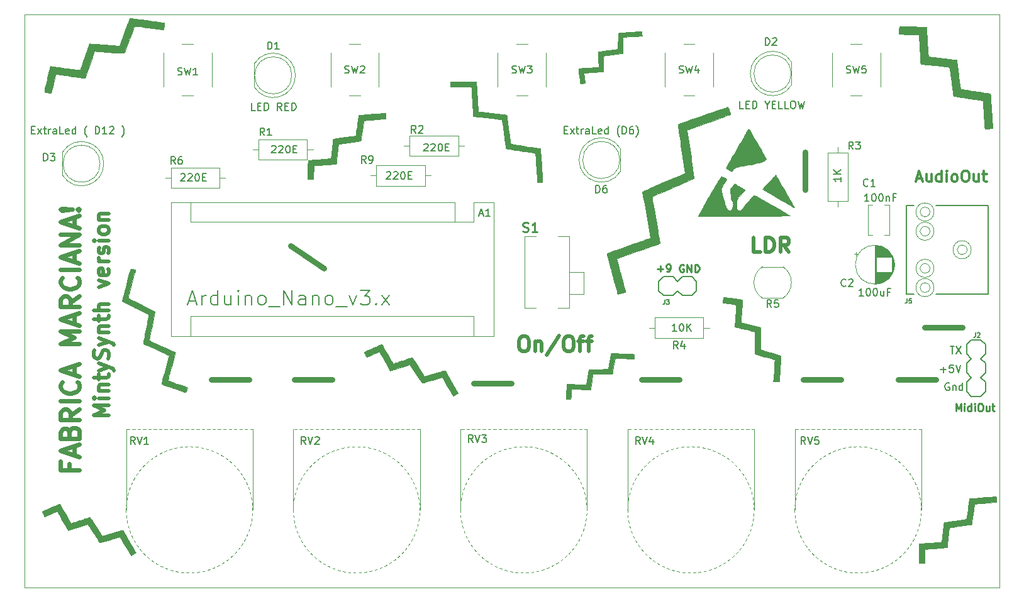
<source format=gbr>
G04 #@! TF.GenerationSoftware,KiCad,Pcbnew,(5.1.2)-1*
G04 #@! TF.CreationDate,2020-03-26T21:16:31-03:00*
G04 #@! TF.ProjectId,MintySynth,4d696e74-7953-4796-9e74-682e6b696361,rev?*
G04 #@! TF.SameCoordinates,Original*
G04 #@! TF.FileFunction,Legend,Top*
G04 #@! TF.FilePolarity,Positive*
%FSLAX46Y46*%
G04 Gerber Fmt 4.6, Leading zero omitted, Abs format (unit mm)*
G04 Created by KiCad (PCBNEW (5.1.2)-1) date 2020-03-26 21:16:31*
%MOMM*%
%LPD*%
G04 APERTURE LIST*
%ADD10C,0.500000*%
%ADD11C,0.150000*%
%ADD12C,0.250000*%
%ADD13C,0.375000*%
%ADD14C,0.625000*%
%ADD15C,0.800000*%
%ADD16C,0.050000*%
%ADD17C,0.010000*%
%ADD18C,0.120000*%
%ADD19C,0.203200*%
%ADD20C,0.100000*%
%ADD21C,0.127000*%
%ADD22C,0.254000*%
G04 APERTURE END LIST*
D10*
X181880047Y-67833761D02*
X180927666Y-67833761D01*
X180927666Y-65833761D01*
X182546714Y-67833761D02*
X182546714Y-65833761D01*
X183022904Y-65833761D01*
X183308619Y-65929000D01*
X183499095Y-66119476D01*
X183594333Y-66309952D01*
X183689571Y-66690904D01*
X183689571Y-66976619D01*
X183594333Y-67357571D01*
X183499095Y-67548047D01*
X183308619Y-67738523D01*
X183022904Y-67833761D01*
X182546714Y-67833761D01*
X185689571Y-67833761D02*
X185022904Y-66881380D01*
X184546714Y-67833761D02*
X184546714Y-65833761D01*
X185308619Y-65833761D01*
X185499095Y-65929000D01*
X185594333Y-66024238D01*
X185689571Y-66214714D01*
X185689571Y-66500428D01*
X185594333Y-66690904D01*
X185499095Y-66786142D01*
X185308619Y-66881380D01*
X184546714Y-66881380D01*
X149844666Y-79168761D02*
X150225619Y-79168761D01*
X150416095Y-79264000D01*
X150606571Y-79454476D01*
X150701809Y-79835428D01*
X150701809Y-80502095D01*
X150606571Y-80883047D01*
X150416095Y-81073523D01*
X150225619Y-81168761D01*
X149844666Y-81168761D01*
X149654190Y-81073523D01*
X149463714Y-80883047D01*
X149368476Y-80502095D01*
X149368476Y-79835428D01*
X149463714Y-79454476D01*
X149654190Y-79264000D01*
X149844666Y-79168761D01*
X151558952Y-79835428D02*
X151558952Y-81168761D01*
X151558952Y-80025904D02*
X151654190Y-79930666D01*
X151844666Y-79835428D01*
X152130380Y-79835428D01*
X152320857Y-79930666D01*
X152416095Y-80121142D01*
X152416095Y-81168761D01*
X154797047Y-79073523D02*
X153082761Y-81644952D01*
X155844666Y-79168761D02*
X156225619Y-79168761D01*
X156416095Y-79264000D01*
X156606571Y-79454476D01*
X156701809Y-79835428D01*
X156701809Y-80502095D01*
X156606571Y-80883047D01*
X156416095Y-81073523D01*
X156225619Y-81168761D01*
X155844666Y-81168761D01*
X155654190Y-81073523D01*
X155463714Y-80883047D01*
X155368476Y-80502095D01*
X155368476Y-79835428D01*
X155463714Y-79454476D01*
X155654190Y-79264000D01*
X155844666Y-79168761D01*
X157273238Y-79835428D02*
X158035142Y-79835428D01*
X157558952Y-81168761D02*
X157558952Y-79454476D01*
X157654190Y-79264000D01*
X157844666Y-79168761D01*
X158035142Y-79168761D01*
X158416095Y-79835428D02*
X159178000Y-79835428D01*
X158701809Y-81168761D02*
X158701809Y-79454476D01*
X158797047Y-79264000D01*
X158987523Y-79168761D01*
X159178000Y-79168761D01*
D11*
X207391095Y-80478380D02*
X207962523Y-80478380D01*
X207676809Y-81478380D02*
X207676809Y-80478380D01*
X208200619Y-80478380D02*
X208867285Y-81478380D01*
X208867285Y-80478380D02*
X208200619Y-81478380D01*
X206105285Y-83637428D02*
X206867190Y-83637428D01*
X206486238Y-84018380D02*
X206486238Y-83256476D01*
X207819571Y-83018380D02*
X207343380Y-83018380D01*
X207295761Y-83494571D01*
X207343380Y-83446952D01*
X207438619Y-83399333D01*
X207676714Y-83399333D01*
X207771952Y-83446952D01*
X207819571Y-83494571D01*
X207867190Y-83589809D01*
X207867190Y-83827904D01*
X207819571Y-83923142D01*
X207771952Y-83970761D01*
X207676714Y-84018380D01*
X207438619Y-84018380D01*
X207343380Y-83970761D01*
X207295761Y-83923142D01*
X208152904Y-83018380D02*
X208486238Y-84018380D01*
X208819571Y-83018380D01*
X207256142Y-85479000D02*
X207160904Y-85431380D01*
X207018047Y-85431380D01*
X206875190Y-85479000D01*
X206779952Y-85574238D01*
X206732333Y-85669476D01*
X206684714Y-85859952D01*
X206684714Y-86002809D01*
X206732333Y-86193285D01*
X206779952Y-86288523D01*
X206875190Y-86383761D01*
X207018047Y-86431380D01*
X207113285Y-86431380D01*
X207256142Y-86383761D01*
X207303761Y-86336142D01*
X207303761Y-86002809D01*
X207113285Y-86002809D01*
X207732333Y-85764714D02*
X207732333Y-86431380D01*
X207732333Y-85859952D02*
X207779952Y-85812333D01*
X207875190Y-85764714D01*
X208018047Y-85764714D01*
X208113285Y-85812333D01*
X208160904Y-85907571D01*
X208160904Y-86431380D01*
X209065666Y-86431380D02*
X209065666Y-85431380D01*
X209065666Y-86383761D02*
X208970428Y-86431380D01*
X208779952Y-86431380D01*
X208684714Y-86383761D01*
X208637095Y-86336142D01*
X208589476Y-86240904D01*
X208589476Y-85955190D01*
X208637095Y-85859952D01*
X208684714Y-85812333D01*
X208779952Y-85764714D01*
X208970428Y-85764714D01*
X209065666Y-85812333D01*
D12*
X208169190Y-89225380D02*
X208169190Y-88225380D01*
X208502523Y-88939666D01*
X208835857Y-88225380D01*
X208835857Y-89225380D01*
X209312047Y-89225380D02*
X209312047Y-88558714D01*
X209312047Y-88225380D02*
X209264428Y-88273000D01*
X209312047Y-88320619D01*
X209359666Y-88273000D01*
X209312047Y-88225380D01*
X209312047Y-88320619D01*
X210216809Y-89225380D02*
X210216809Y-88225380D01*
X210216809Y-89177761D02*
X210121571Y-89225380D01*
X209931095Y-89225380D01*
X209835857Y-89177761D01*
X209788238Y-89130142D01*
X209740619Y-89034904D01*
X209740619Y-88749190D01*
X209788238Y-88653952D01*
X209835857Y-88606333D01*
X209931095Y-88558714D01*
X210121571Y-88558714D01*
X210216809Y-88606333D01*
X210693000Y-89225380D02*
X210693000Y-88558714D01*
X210693000Y-88225380D02*
X210645380Y-88273000D01*
X210693000Y-88320619D01*
X210740619Y-88273000D01*
X210693000Y-88225380D01*
X210693000Y-88320619D01*
X211359666Y-88225380D02*
X211550142Y-88225380D01*
X211645380Y-88273000D01*
X211740619Y-88368238D01*
X211788238Y-88558714D01*
X211788238Y-88892047D01*
X211740619Y-89082523D01*
X211645380Y-89177761D01*
X211550142Y-89225380D01*
X211359666Y-89225380D01*
X211264428Y-89177761D01*
X211169190Y-89082523D01*
X211121571Y-88892047D01*
X211121571Y-88558714D01*
X211169190Y-88368238D01*
X211264428Y-88273000D01*
X211359666Y-88225380D01*
X212645380Y-88558714D02*
X212645380Y-89225380D01*
X212216809Y-88558714D02*
X212216809Y-89082523D01*
X212264428Y-89177761D01*
X212359666Y-89225380D01*
X212502523Y-89225380D01*
X212597761Y-89177761D01*
X212645380Y-89130142D01*
X212978714Y-88558714D02*
X213359666Y-88558714D01*
X213121571Y-88225380D02*
X213121571Y-89082523D01*
X213169190Y-89177761D01*
X213264428Y-89225380D01*
X213359666Y-89225380D01*
D13*
X202875142Y-57908000D02*
X203589428Y-57908000D01*
X202732285Y-58336571D02*
X203232285Y-56836571D01*
X203732285Y-58336571D01*
X204875142Y-57336571D02*
X204875142Y-58336571D01*
X204232285Y-57336571D02*
X204232285Y-58122285D01*
X204303714Y-58265142D01*
X204446571Y-58336571D01*
X204660857Y-58336571D01*
X204803714Y-58265142D01*
X204875142Y-58193714D01*
X206232285Y-58336571D02*
X206232285Y-56836571D01*
X206232285Y-58265142D02*
X206089428Y-58336571D01*
X205803714Y-58336571D01*
X205660857Y-58265142D01*
X205589428Y-58193714D01*
X205518000Y-58050857D01*
X205518000Y-57622285D01*
X205589428Y-57479428D01*
X205660857Y-57408000D01*
X205803714Y-57336571D01*
X206089428Y-57336571D01*
X206232285Y-57408000D01*
X206946571Y-58336571D02*
X206946571Y-57336571D01*
X206946571Y-56836571D02*
X206875142Y-56908000D01*
X206946571Y-56979428D01*
X207018000Y-56908000D01*
X206946571Y-56836571D01*
X206946571Y-56979428D01*
X207875142Y-58336571D02*
X207732285Y-58265142D01*
X207660857Y-58193714D01*
X207589428Y-58050857D01*
X207589428Y-57622285D01*
X207660857Y-57479428D01*
X207732285Y-57408000D01*
X207875142Y-57336571D01*
X208089428Y-57336571D01*
X208232285Y-57408000D01*
X208303714Y-57479428D01*
X208375142Y-57622285D01*
X208375142Y-58050857D01*
X208303714Y-58193714D01*
X208232285Y-58265142D01*
X208089428Y-58336571D01*
X207875142Y-58336571D01*
X209303714Y-56836571D02*
X209589428Y-56836571D01*
X209732285Y-56908000D01*
X209875142Y-57050857D01*
X209946571Y-57336571D01*
X209946571Y-57836571D01*
X209875142Y-58122285D01*
X209732285Y-58265142D01*
X209589428Y-58336571D01*
X209303714Y-58336571D01*
X209160857Y-58265142D01*
X209018000Y-58122285D01*
X208946571Y-57836571D01*
X208946571Y-57336571D01*
X209018000Y-57050857D01*
X209160857Y-56908000D01*
X209303714Y-56836571D01*
X211232285Y-57336571D02*
X211232285Y-58336571D01*
X210589428Y-57336571D02*
X210589428Y-58122285D01*
X210660857Y-58265142D01*
X210803714Y-58336571D01*
X211018000Y-58336571D01*
X211160857Y-58265142D01*
X211232285Y-58193714D01*
X211732285Y-57336571D02*
X212303714Y-57336571D01*
X211946571Y-56836571D02*
X211946571Y-58122285D01*
X212018000Y-58265142D01*
X212160857Y-58336571D01*
X212303714Y-58336571D01*
D12*
X171513595Y-69540500D02*
X171418357Y-69492880D01*
X171275500Y-69492880D01*
X171132642Y-69540500D01*
X171037404Y-69635738D01*
X170989785Y-69730976D01*
X170942166Y-69921452D01*
X170942166Y-70064309D01*
X170989785Y-70254785D01*
X171037404Y-70350023D01*
X171132642Y-70445261D01*
X171275500Y-70492880D01*
X171370738Y-70492880D01*
X171513595Y-70445261D01*
X171561214Y-70397642D01*
X171561214Y-70064309D01*
X171370738Y-70064309D01*
X171989785Y-70492880D02*
X171989785Y-69492880D01*
X172561214Y-70492880D01*
X172561214Y-69492880D01*
X173037404Y-70492880D02*
X173037404Y-69492880D01*
X173275500Y-69492880D01*
X173418357Y-69540500D01*
X173513595Y-69635738D01*
X173561214Y-69730976D01*
X173608833Y-69921452D01*
X173608833Y-70064309D01*
X173561214Y-70254785D01*
X173513595Y-70350023D01*
X173418357Y-70445261D01*
X173275500Y-70492880D01*
X173037404Y-70492880D01*
X167989357Y-70048428D02*
X168751261Y-70048428D01*
X168370309Y-70429380D02*
X168370309Y-69667476D01*
X169275071Y-70429380D02*
X169465547Y-70429380D01*
X169560785Y-70381761D01*
X169608404Y-70334142D01*
X169703642Y-70191285D01*
X169751261Y-70000809D01*
X169751261Y-69619857D01*
X169703642Y-69524619D01*
X169656023Y-69477000D01*
X169560785Y-69429380D01*
X169370309Y-69429380D01*
X169275071Y-69477000D01*
X169227452Y-69524619D01*
X169179833Y-69619857D01*
X169179833Y-69857952D01*
X169227452Y-69953190D01*
X169275071Y-70000809D01*
X169370309Y-70048428D01*
X169560785Y-70048428D01*
X169656023Y-70000809D01*
X169703642Y-69953190D01*
X169751261Y-69857952D01*
D10*
X94122761Y-89771428D02*
X92122761Y-89771428D01*
X93551333Y-89104761D01*
X92122761Y-88438095D01*
X94122761Y-88438095D01*
X94122761Y-87485714D02*
X92789428Y-87485714D01*
X92122761Y-87485714D02*
X92218000Y-87580952D01*
X92313238Y-87485714D01*
X92218000Y-87390476D01*
X92122761Y-87485714D01*
X92313238Y-87485714D01*
X92789428Y-86533333D02*
X94122761Y-86533333D01*
X92979904Y-86533333D02*
X92884666Y-86438095D01*
X92789428Y-86247619D01*
X92789428Y-85961904D01*
X92884666Y-85771428D01*
X93075142Y-85676190D01*
X94122761Y-85676190D01*
X92789428Y-85009523D02*
X92789428Y-84247619D01*
X92122761Y-84723809D02*
X93837047Y-84723809D01*
X94027523Y-84628571D01*
X94122761Y-84438095D01*
X94122761Y-84247619D01*
X92789428Y-83771428D02*
X94122761Y-83295238D01*
X92789428Y-82819047D02*
X94122761Y-83295238D01*
X94598952Y-83485714D01*
X94694190Y-83580952D01*
X94789428Y-83771428D01*
X94027523Y-82152380D02*
X94122761Y-81866666D01*
X94122761Y-81390476D01*
X94027523Y-81200000D01*
X93932285Y-81104761D01*
X93741809Y-81009523D01*
X93551333Y-81009523D01*
X93360857Y-81104761D01*
X93265619Y-81200000D01*
X93170380Y-81390476D01*
X93075142Y-81771428D01*
X92979904Y-81961904D01*
X92884666Y-82057142D01*
X92694190Y-82152380D01*
X92503714Y-82152380D01*
X92313238Y-82057142D01*
X92218000Y-81961904D01*
X92122761Y-81771428D01*
X92122761Y-81295238D01*
X92218000Y-81009523D01*
X92789428Y-80342857D02*
X94122761Y-79866666D01*
X92789428Y-79390476D02*
X94122761Y-79866666D01*
X94598952Y-80057142D01*
X94694190Y-80152380D01*
X94789428Y-80342857D01*
X92789428Y-78628571D02*
X94122761Y-78628571D01*
X92979904Y-78628571D02*
X92884666Y-78533333D01*
X92789428Y-78342857D01*
X92789428Y-78057142D01*
X92884666Y-77866666D01*
X93075142Y-77771428D01*
X94122761Y-77771428D01*
X92789428Y-77104761D02*
X92789428Y-76342857D01*
X92122761Y-76819047D02*
X93837047Y-76819047D01*
X94027523Y-76723809D01*
X94122761Y-76533333D01*
X94122761Y-76342857D01*
X94122761Y-75676190D02*
X92122761Y-75676190D01*
X94122761Y-74819047D02*
X93075142Y-74819047D01*
X92884666Y-74914285D01*
X92789428Y-75104761D01*
X92789428Y-75390476D01*
X92884666Y-75580952D01*
X92979904Y-75676190D01*
X92789428Y-72533333D02*
X94122761Y-72057142D01*
X92789428Y-71580952D01*
X94027523Y-70057142D02*
X94122761Y-70247619D01*
X94122761Y-70628571D01*
X94027523Y-70819047D01*
X93837047Y-70914285D01*
X93075142Y-70914285D01*
X92884666Y-70819047D01*
X92789428Y-70628571D01*
X92789428Y-70247619D01*
X92884666Y-70057142D01*
X93075142Y-69961904D01*
X93265619Y-69961904D01*
X93456095Y-70914285D01*
X94122761Y-69104761D02*
X92789428Y-69104761D01*
X93170380Y-69104761D02*
X92979904Y-69009523D01*
X92884666Y-68914285D01*
X92789428Y-68723809D01*
X92789428Y-68533333D01*
X94027523Y-67961904D02*
X94122761Y-67771428D01*
X94122761Y-67390476D01*
X94027523Y-67200000D01*
X93837047Y-67104761D01*
X93741809Y-67104761D01*
X93551333Y-67200000D01*
X93456095Y-67390476D01*
X93456095Y-67676190D01*
X93360857Y-67866666D01*
X93170380Y-67961904D01*
X93075142Y-67961904D01*
X92884666Y-67866666D01*
X92789428Y-67676190D01*
X92789428Y-67390476D01*
X92884666Y-67200000D01*
X94122761Y-66247619D02*
X92789428Y-66247619D01*
X92122761Y-66247619D02*
X92218000Y-66342857D01*
X92313238Y-66247619D01*
X92218000Y-66152380D01*
X92122761Y-66247619D01*
X92313238Y-66247619D01*
X94122761Y-65009523D02*
X94027523Y-65200000D01*
X93932285Y-65295238D01*
X93741809Y-65390476D01*
X93170380Y-65390476D01*
X92979904Y-65295238D01*
X92884666Y-65200000D01*
X92789428Y-65009523D01*
X92789428Y-64723809D01*
X92884666Y-64533333D01*
X92979904Y-64438095D01*
X93170380Y-64342857D01*
X93741809Y-64342857D01*
X93932285Y-64438095D01*
X94027523Y-64533333D01*
X94122761Y-64723809D01*
X94122761Y-65009523D01*
X92789428Y-63485714D02*
X94122761Y-63485714D01*
X92979904Y-63485714D02*
X92884666Y-63390476D01*
X92789428Y-63200000D01*
X92789428Y-62914285D01*
X92884666Y-62723809D01*
X93075142Y-62628571D01*
X94122761Y-62628571D01*
D14*
X88848428Y-96355190D02*
X88848428Y-97188523D01*
X90157952Y-97188523D02*
X87657952Y-97188523D01*
X87657952Y-95998047D01*
X89443666Y-95164714D02*
X89443666Y-93974238D01*
X90157952Y-95402809D02*
X87657952Y-94569476D01*
X90157952Y-93736142D01*
X88848428Y-92069476D02*
X88967476Y-91712333D01*
X89086523Y-91593285D01*
X89324619Y-91474238D01*
X89681761Y-91474238D01*
X89919857Y-91593285D01*
X90038904Y-91712333D01*
X90157952Y-91950428D01*
X90157952Y-92902809D01*
X87657952Y-92902809D01*
X87657952Y-92069476D01*
X87777000Y-91831380D01*
X87896047Y-91712333D01*
X88134142Y-91593285D01*
X88372238Y-91593285D01*
X88610333Y-91712333D01*
X88729380Y-91831380D01*
X88848428Y-92069476D01*
X88848428Y-92902809D01*
X90157952Y-88974238D02*
X88967476Y-89807571D01*
X90157952Y-90402809D02*
X87657952Y-90402809D01*
X87657952Y-89450428D01*
X87777000Y-89212333D01*
X87896047Y-89093285D01*
X88134142Y-88974238D01*
X88491285Y-88974238D01*
X88729380Y-89093285D01*
X88848428Y-89212333D01*
X88967476Y-89450428D01*
X88967476Y-90402809D01*
X90157952Y-87902809D02*
X87657952Y-87902809D01*
X89919857Y-85283761D02*
X90038904Y-85402809D01*
X90157952Y-85759952D01*
X90157952Y-85998047D01*
X90038904Y-86355190D01*
X89800809Y-86593285D01*
X89562714Y-86712333D01*
X89086523Y-86831380D01*
X88729380Y-86831380D01*
X88253190Y-86712333D01*
X88015095Y-86593285D01*
X87777000Y-86355190D01*
X87657952Y-85998047D01*
X87657952Y-85759952D01*
X87777000Y-85402809D01*
X87896047Y-85283761D01*
X89443666Y-84331380D02*
X89443666Y-83140904D01*
X90157952Y-84569476D02*
X87657952Y-83736142D01*
X90157952Y-82902809D01*
X90157952Y-80164714D02*
X87657952Y-80164714D01*
X89443666Y-79331380D01*
X87657952Y-78498047D01*
X90157952Y-78498047D01*
X89443666Y-77426619D02*
X89443666Y-76236142D01*
X90157952Y-77664714D02*
X87657952Y-76831380D01*
X90157952Y-75998047D01*
X90157952Y-73736142D02*
X88967476Y-74569476D01*
X90157952Y-75164714D02*
X87657952Y-75164714D01*
X87657952Y-74212333D01*
X87777000Y-73974238D01*
X87896047Y-73855190D01*
X88134142Y-73736142D01*
X88491285Y-73736142D01*
X88729380Y-73855190D01*
X88848428Y-73974238D01*
X88967476Y-74212333D01*
X88967476Y-75164714D01*
X89919857Y-71236142D02*
X90038904Y-71355190D01*
X90157952Y-71712333D01*
X90157952Y-71950428D01*
X90038904Y-72307571D01*
X89800809Y-72545666D01*
X89562714Y-72664714D01*
X89086523Y-72783761D01*
X88729380Y-72783761D01*
X88253190Y-72664714D01*
X88015095Y-72545666D01*
X87777000Y-72307571D01*
X87657952Y-71950428D01*
X87657952Y-71712333D01*
X87777000Y-71355190D01*
X87896047Y-71236142D01*
X90157952Y-70164714D02*
X87657952Y-70164714D01*
X89443666Y-69093285D02*
X89443666Y-67902809D01*
X90157952Y-69331380D02*
X87657952Y-68498047D01*
X90157952Y-67664714D01*
X90157952Y-66831380D02*
X87657952Y-66831380D01*
X90157952Y-65402809D01*
X87657952Y-65402809D01*
X89443666Y-64331380D02*
X89443666Y-63140904D01*
X90157952Y-64569476D02*
X87657952Y-63736142D01*
X90157952Y-62902809D01*
X89919857Y-62069476D02*
X90038904Y-61950428D01*
X90157952Y-62069476D01*
X90038904Y-62188523D01*
X89919857Y-62069476D01*
X90157952Y-62069476D01*
X89205571Y-62069476D02*
X87777000Y-62188523D01*
X87657952Y-62069476D01*
X87777000Y-61950428D01*
X89205571Y-62069476D01*
X87657952Y-62069476D01*
D15*
X123063000Y-69977000D02*
X118618000Y-66929000D01*
X187833000Y-59436000D02*
X187833000Y-54356000D01*
X203962000Y-77978000D02*
X209042000Y-77978000D01*
X200406000Y-84963000D02*
X205486000Y-84963000D01*
X187579000Y-84963000D02*
X192659000Y-84963000D01*
X165862000Y-84963000D02*
X170942000Y-84963000D01*
X143256000Y-85471000D02*
X148336000Y-85471000D01*
X119126000Y-84963000D02*
X124206000Y-84963000D01*
X107950000Y-84963000D02*
X113030000Y-84963000D01*
D16*
X82800000Y-113000000D02*
X82800000Y-35800000D01*
X86000000Y-113000000D02*
X82800000Y-113000000D01*
X214000000Y-35800000D02*
X82800000Y-35800000D01*
X214000000Y-113000000D02*
X214000000Y-35800000D01*
X86000000Y-113000000D02*
X214000000Y-113000000D01*
D17*
G36*
X165845734Y-38069622D02*
G01*
X165859040Y-38118902D01*
X165874971Y-38229529D01*
X165890249Y-38378391D01*
X165891350Y-38391320D01*
X165916613Y-38692666D01*
X165794057Y-38696151D01*
X165720381Y-38700329D01*
X165574627Y-38710350D01*
X165369113Y-38725302D01*
X165116156Y-38744273D01*
X164828075Y-38766351D01*
X164517188Y-38790624D01*
X164507334Y-38791401D01*
X163343167Y-38883166D01*
X163317151Y-39729833D01*
X163308715Y-40006773D01*
X163300807Y-40270838D01*
X163293948Y-40504247D01*
X163288661Y-40689217D01*
X163285468Y-40807968D01*
X163285401Y-40810716D01*
X163279667Y-41044932D01*
X162316584Y-41163168D01*
X162015477Y-41200219D01*
X161719904Y-41236743D01*
X161447972Y-41270492D01*
X161217789Y-41299215D01*
X161047465Y-41320663D01*
X161006898Y-41325836D01*
X160660295Y-41370269D01*
X160685312Y-42416985D01*
X160710328Y-43463701D01*
X160502747Y-43489011D01*
X160404118Y-43498712D01*
X160234944Y-43512798D01*
X160009172Y-43530218D01*
X159740750Y-43549918D01*
X159443625Y-43570848D01*
X159183917Y-43588485D01*
X158808757Y-43614990D01*
X158514680Y-43639118D01*
X158298148Y-43661265D01*
X158155623Y-43681822D01*
X158083566Y-43701184D01*
X158072667Y-43711957D01*
X158078110Y-43769504D01*
X158093092Y-43894815D01*
X158115590Y-44071782D01*
X158143582Y-44284295D01*
X158157334Y-44386500D01*
X158186949Y-44606019D01*
X158212045Y-44793596D01*
X158230638Y-44934284D01*
X158240745Y-45013134D01*
X158242000Y-45024607D01*
X158204246Y-45037065D01*
X158108142Y-45054364D01*
X158040917Y-45063962D01*
X157893476Y-45084680D01*
X157762662Y-45105170D01*
X157727553Y-45111345D01*
X157653099Y-45116463D01*
X157614501Y-45080944D01*
X157591132Y-44983899D01*
X157589007Y-44971038D01*
X157571482Y-44854794D01*
X157547276Y-44682335D01*
X157518387Y-44469173D01*
X157486816Y-44230822D01*
X157454561Y-43982797D01*
X157423621Y-43740609D01*
X157395997Y-43519773D01*
X157373686Y-43335802D01*
X157358690Y-43204209D01*
X157353006Y-43140509D01*
X157353000Y-43139769D01*
X157361482Y-43117943D01*
X157393039Y-43099291D01*
X157456838Y-43082618D01*
X157562046Y-43066730D01*
X157717830Y-43050431D01*
X157933357Y-43032526D01*
X158217793Y-43011821D01*
X158464250Y-42994924D01*
X158776836Y-42973523D01*
X159074373Y-42952618D01*
X159342441Y-42933264D01*
X159566619Y-42916514D01*
X159732490Y-42903423D01*
X159814556Y-42896190D01*
X160053613Y-42872516D01*
X160030433Y-41840925D01*
X160024682Y-41555326D01*
X160020816Y-41299827D01*
X160018904Y-41085944D01*
X160019015Y-40925198D01*
X160021218Y-40829107D01*
X160024210Y-40806401D01*
X160068854Y-40800603D01*
X160187148Y-40785588D01*
X160368733Y-40762663D01*
X160603248Y-40733131D01*
X160880334Y-40698300D01*
X161189630Y-40659474D01*
X161323145Y-40642728D01*
X161643148Y-40601927D01*
X161935561Y-40563345D01*
X162189936Y-40528463D01*
X162395826Y-40498762D01*
X162542783Y-40475725D01*
X162620360Y-40460832D01*
X162629648Y-40457463D01*
X162637550Y-40410114D01*
X162646914Y-40289789D01*
X162657140Y-40108154D01*
X162667632Y-39876876D01*
X162677791Y-39607619D01*
X162685306Y-39371694D01*
X162694468Y-39080997D01*
X162703923Y-38819471D01*
X162713155Y-38598649D01*
X162721648Y-38430065D01*
X162728886Y-38325254D01*
X162733470Y-38295029D01*
X162779436Y-38287223D01*
X162898153Y-38274801D01*
X163078152Y-38258595D01*
X163307963Y-38239434D01*
X163576118Y-38218150D01*
X163871146Y-38195573D01*
X164181578Y-38172534D01*
X164495945Y-38149863D01*
X164802778Y-38128392D01*
X165090606Y-38108950D01*
X165347961Y-38092369D01*
X165563373Y-38079480D01*
X165725373Y-38071112D01*
X165822491Y-38068097D01*
X165845734Y-38069622D01*
X165845734Y-38069622D01*
G37*
X165845734Y-38069622D02*
X165859040Y-38118902D01*
X165874971Y-38229529D01*
X165890249Y-38378391D01*
X165891350Y-38391320D01*
X165916613Y-38692666D01*
X165794057Y-38696151D01*
X165720381Y-38700329D01*
X165574627Y-38710350D01*
X165369113Y-38725302D01*
X165116156Y-38744273D01*
X164828075Y-38766351D01*
X164517188Y-38790624D01*
X164507334Y-38791401D01*
X163343167Y-38883166D01*
X163317151Y-39729833D01*
X163308715Y-40006773D01*
X163300807Y-40270838D01*
X163293948Y-40504247D01*
X163288661Y-40689217D01*
X163285468Y-40807968D01*
X163285401Y-40810716D01*
X163279667Y-41044932D01*
X162316584Y-41163168D01*
X162015477Y-41200219D01*
X161719904Y-41236743D01*
X161447972Y-41270492D01*
X161217789Y-41299215D01*
X161047465Y-41320663D01*
X161006898Y-41325836D01*
X160660295Y-41370269D01*
X160685312Y-42416985D01*
X160710328Y-43463701D01*
X160502747Y-43489011D01*
X160404118Y-43498712D01*
X160234944Y-43512798D01*
X160009172Y-43530218D01*
X159740750Y-43549918D01*
X159443625Y-43570848D01*
X159183917Y-43588485D01*
X158808757Y-43614990D01*
X158514680Y-43639118D01*
X158298148Y-43661265D01*
X158155623Y-43681822D01*
X158083566Y-43701184D01*
X158072667Y-43711957D01*
X158078110Y-43769504D01*
X158093092Y-43894815D01*
X158115590Y-44071782D01*
X158143582Y-44284295D01*
X158157334Y-44386500D01*
X158186949Y-44606019D01*
X158212045Y-44793596D01*
X158230638Y-44934284D01*
X158240745Y-45013134D01*
X158242000Y-45024607D01*
X158204246Y-45037065D01*
X158108142Y-45054364D01*
X158040917Y-45063962D01*
X157893476Y-45084680D01*
X157762662Y-45105170D01*
X157727553Y-45111345D01*
X157653099Y-45116463D01*
X157614501Y-45080944D01*
X157591132Y-44983899D01*
X157589007Y-44971038D01*
X157571482Y-44854794D01*
X157547276Y-44682335D01*
X157518387Y-44469173D01*
X157486816Y-44230822D01*
X157454561Y-43982797D01*
X157423621Y-43740609D01*
X157395997Y-43519773D01*
X157373686Y-43335802D01*
X157358690Y-43204209D01*
X157353006Y-43140509D01*
X157353000Y-43139769D01*
X157361482Y-43117943D01*
X157393039Y-43099291D01*
X157456838Y-43082618D01*
X157562046Y-43066730D01*
X157717830Y-43050431D01*
X157933357Y-43032526D01*
X158217793Y-43011821D01*
X158464250Y-42994924D01*
X158776836Y-42973523D01*
X159074373Y-42952618D01*
X159342441Y-42933264D01*
X159566619Y-42916514D01*
X159732490Y-42903423D01*
X159814556Y-42896190D01*
X160053613Y-42872516D01*
X160030433Y-41840925D01*
X160024682Y-41555326D01*
X160020816Y-41299827D01*
X160018904Y-41085944D01*
X160019015Y-40925198D01*
X160021218Y-40829107D01*
X160024210Y-40806401D01*
X160068854Y-40800603D01*
X160187148Y-40785588D01*
X160368733Y-40762663D01*
X160603248Y-40733131D01*
X160880334Y-40698300D01*
X161189630Y-40659474D01*
X161323145Y-40642728D01*
X161643148Y-40601927D01*
X161935561Y-40563345D01*
X162189936Y-40528463D01*
X162395826Y-40498762D01*
X162542783Y-40475725D01*
X162620360Y-40460832D01*
X162629648Y-40457463D01*
X162637550Y-40410114D01*
X162646914Y-40289789D01*
X162657140Y-40108154D01*
X162667632Y-39876876D01*
X162677791Y-39607619D01*
X162685306Y-39371694D01*
X162694468Y-39080997D01*
X162703923Y-38819471D01*
X162713155Y-38598649D01*
X162721648Y-38430065D01*
X162728886Y-38325254D01*
X162733470Y-38295029D01*
X162779436Y-38287223D01*
X162898153Y-38274801D01*
X163078152Y-38258595D01*
X163307963Y-38239434D01*
X163576118Y-38218150D01*
X163871146Y-38195573D01*
X164181578Y-38172534D01*
X164495945Y-38149863D01*
X164802778Y-38128392D01*
X165090606Y-38108950D01*
X165347961Y-38092369D01*
X165563373Y-38079480D01*
X165725373Y-38071112D01*
X165822491Y-38068097D01*
X165845734Y-38069622D01*
G36*
X97075828Y-36316466D02*
G01*
X97234719Y-36329159D01*
X97459940Y-36352521D01*
X97754851Y-36386928D01*
X98122814Y-36432758D01*
X98567191Y-36490387D01*
X99091341Y-36560194D01*
X99191146Y-36573639D01*
X99618020Y-36631378D01*
X100021933Y-36686290D01*
X100394652Y-36737236D01*
X100727942Y-36783077D01*
X101013569Y-36822675D01*
X101243299Y-36854891D01*
X101408898Y-36878588D01*
X101502131Y-36892625D01*
X101517375Y-36895292D01*
X101625250Y-36917641D01*
X101565428Y-37371237D01*
X101540125Y-37556690D01*
X101517882Y-37707983D01*
X101501412Y-37807361D01*
X101494183Y-37837592D01*
X101451239Y-37834703D01*
X101332743Y-37821406D01*
X101147030Y-37798765D01*
X100902432Y-37767847D01*
X100607285Y-37729715D01*
X100269922Y-37685435D01*
X99898678Y-37636071D01*
X99548440Y-37588982D01*
X99139823Y-37534646D01*
X98761971Y-37486112D01*
X98422737Y-37444273D01*
X98129978Y-37410027D01*
X97891546Y-37384268D01*
X97715298Y-37367892D01*
X97609088Y-37361795D01*
X97580069Y-37364557D01*
X97558622Y-37410741D01*
X97510854Y-37528141D01*
X97439908Y-37708598D01*
X97348922Y-37943951D01*
X97241038Y-38226039D01*
X97119395Y-38546705D01*
X96987133Y-38897786D01*
X96881606Y-39179500D01*
X96743315Y-39548268D01*
X96613158Y-39892839D01*
X96494287Y-40205045D01*
X96389856Y-40476723D01*
X96303016Y-40699705D01*
X96236922Y-40865825D01*
X96194725Y-40966919D01*
X96180592Y-40995221D01*
X96133753Y-40998570D01*
X96012666Y-40996028D01*
X95827491Y-40988269D01*
X95588391Y-40975968D01*
X95305528Y-40959801D01*
X94989065Y-40940443D01*
X94649163Y-40918569D01*
X94295985Y-40894853D01*
X93939692Y-40869971D01*
X93590448Y-40844597D01*
X93258414Y-40819407D01*
X92953753Y-40795076D01*
X92686627Y-40772279D01*
X92467197Y-40751691D01*
X92384066Y-40743038D01*
X92163965Y-40719111D01*
X91564978Y-42542222D01*
X91416804Y-42991318D01*
X91291895Y-43365363D01*
X91188148Y-43670083D01*
X91103461Y-43911204D01*
X91035732Y-44094453D01*
X90982857Y-44225555D01*
X90942735Y-44310237D01*
X90913263Y-44354225D01*
X90896080Y-44363967D01*
X90840837Y-44357917D01*
X90710506Y-44341142D01*
X90513822Y-44314838D01*
X90259520Y-44280200D01*
X89956334Y-44238425D01*
X89612999Y-44190709D01*
X89238251Y-44138246D01*
X88921167Y-44093587D01*
X88529584Y-44038664D01*
X88164077Y-43988120D01*
X87833108Y-43943074D01*
X87545139Y-43904643D01*
X87308632Y-43873945D01*
X87132050Y-43852099D01*
X87023852Y-43840222D01*
X86992080Y-43838715D01*
X86976953Y-43881936D01*
X86945576Y-43997617D01*
X86900443Y-44175653D01*
X86844048Y-44405938D01*
X86778887Y-44678367D01*
X86707455Y-44982834D01*
X86674580Y-45124782D01*
X86591318Y-45483936D01*
X86523977Y-45768862D01*
X86470050Y-45987968D01*
X86427027Y-46149662D01*
X86392402Y-46262354D01*
X86363664Y-46334451D01*
X86338307Y-46374361D01*
X86313822Y-46390494D01*
X86296500Y-46392179D01*
X86218298Y-46380804D01*
X86082204Y-46354326D01*
X85912600Y-46317615D01*
X85841417Y-46301291D01*
X85654580Y-46253798D01*
X85539046Y-46213473D01*
X85482369Y-46175039D01*
X85471000Y-46144178D01*
X85480195Y-46090409D01*
X85506138Y-45966060D01*
X85546369Y-45781785D01*
X85598427Y-45548239D01*
X85659853Y-45276075D01*
X85728185Y-44975948D01*
X85800962Y-44658512D01*
X85875726Y-44334420D01*
X85950014Y-44014328D01*
X86021366Y-43708888D01*
X86087322Y-43428756D01*
X86145422Y-43184585D01*
X86193204Y-42987030D01*
X86228209Y-42846744D01*
X86247975Y-42774382D01*
X86250964Y-42766924D01*
X86294370Y-42769853D01*
X86413396Y-42783637D01*
X86599841Y-42807187D01*
X86845507Y-42839414D01*
X87142194Y-42879229D01*
X87481701Y-42925541D01*
X87855829Y-42977262D01*
X88256377Y-43033302D01*
X88263885Y-43034359D01*
X88665564Y-43090063D01*
X89041641Y-43140616D01*
X89383818Y-43185017D01*
X89683796Y-43222265D01*
X89933276Y-43251357D01*
X90123960Y-43271292D01*
X90247548Y-43281069D01*
X90295742Y-43279685D01*
X90295825Y-43279601D01*
X90315665Y-43233009D01*
X90359088Y-43114359D01*
X90423220Y-42932022D01*
X90505189Y-42694368D01*
X90602120Y-42409768D01*
X90711140Y-42086590D01*
X90829376Y-41733206D01*
X90911337Y-41486666D01*
X91033204Y-41119350D01*
X91146639Y-40777800D01*
X91248919Y-40470192D01*
X91337319Y-40204702D01*
X91409117Y-39989504D01*
X91461589Y-39832773D01*
X91492010Y-39742685D01*
X91498711Y-39723663D01*
X91540535Y-39725578D01*
X91658576Y-39733452D01*
X91844641Y-39746680D01*
X92090536Y-39764658D01*
X92388067Y-39786782D01*
X92729039Y-39812445D01*
X93105259Y-39841044D01*
X93508532Y-39871973D01*
X93523289Y-39873109D01*
X95543078Y-40028725D01*
X96228736Y-38198775D01*
X96369296Y-37824282D01*
X96501406Y-37473546D01*
X96621986Y-37154655D01*
X96727957Y-36875698D01*
X96816237Y-36644762D01*
X96883747Y-36469936D01*
X96927408Y-36359308D01*
X96943593Y-36321580D01*
X96979907Y-36314066D01*
X97075828Y-36316466D01*
X97075828Y-36316466D01*
G37*
X97075828Y-36316466D02*
X97234719Y-36329159D01*
X97459940Y-36352521D01*
X97754851Y-36386928D01*
X98122814Y-36432758D01*
X98567191Y-36490387D01*
X99091341Y-36560194D01*
X99191146Y-36573639D01*
X99618020Y-36631378D01*
X100021933Y-36686290D01*
X100394652Y-36737236D01*
X100727942Y-36783077D01*
X101013569Y-36822675D01*
X101243299Y-36854891D01*
X101408898Y-36878588D01*
X101502131Y-36892625D01*
X101517375Y-36895292D01*
X101625250Y-36917641D01*
X101565428Y-37371237D01*
X101540125Y-37556690D01*
X101517882Y-37707983D01*
X101501412Y-37807361D01*
X101494183Y-37837592D01*
X101451239Y-37834703D01*
X101332743Y-37821406D01*
X101147030Y-37798765D01*
X100902432Y-37767847D01*
X100607285Y-37729715D01*
X100269922Y-37685435D01*
X99898678Y-37636071D01*
X99548440Y-37588982D01*
X99139823Y-37534646D01*
X98761971Y-37486112D01*
X98422737Y-37444273D01*
X98129978Y-37410027D01*
X97891546Y-37384268D01*
X97715298Y-37367892D01*
X97609088Y-37361795D01*
X97580069Y-37364557D01*
X97558622Y-37410741D01*
X97510854Y-37528141D01*
X97439908Y-37708598D01*
X97348922Y-37943951D01*
X97241038Y-38226039D01*
X97119395Y-38546705D01*
X96987133Y-38897786D01*
X96881606Y-39179500D01*
X96743315Y-39548268D01*
X96613158Y-39892839D01*
X96494287Y-40205045D01*
X96389856Y-40476723D01*
X96303016Y-40699705D01*
X96236922Y-40865825D01*
X96194725Y-40966919D01*
X96180592Y-40995221D01*
X96133753Y-40998570D01*
X96012666Y-40996028D01*
X95827491Y-40988269D01*
X95588391Y-40975968D01*
X95305528Y-40959801D01*
X94989065Y-40940443D01*
X94649163Y-40918569D01*
X94295985Y-40894853D01*
X93939692Y-40869971D01*
X93590448Y-40844597D01*
X93258414Y-40819407D01*
X92953753Y-40795076D01*
X92686627Y-40772279D01*
X92467197Y-40751691D01*
X92384066Y-40743038D01*
X92163965Y-40719111D01*
X91564978Y-42542222D01*
X91416804Y-42991318D01*
X91291895Y-43365363D01*
X91188148Y-43670083D01*
X91103461Y-43911204D01*
X91035732Y-44094453D01*
X90982857Y-44225555D01*
X90942735Y-44310237D01*
X90913263Y-44354225D01*
X90896080Y-44363967D01*
X90840837Y-44357917D01*
X90710506Y-44341142D01*
X90513822Y-44314838D01*
X90259520Y-44280200D01*
X89956334Y-44238425D01*
X89612999Y-44190709D01*
X89238251Y-44138246D01*
X88921167Y-44093587D01*
X88529584Y-44038664D01*
X88164077Y-43988120D01*
X87833108Y-43943074D01*
X87545139Y-43904643D01*
X87308632Y-43873945D01*
X87132050Y-43852099D01*
X87023852Y-43840222D01*
X86992080Y-43838715D01*
X86976953Y-43881936D01*
X86945576Y-43997617D01*
X86900443Y-44175653D01*
X86844048Y-44405938D01*
X86778887Y-44678367D01*
X86707455Y-44982834D01*
X86674580Y-45124782D01*
X86591318Y-45483936D01*
X86523977Y-45768862D01*
X86470050Y-45987968D01*
X86427027Y-46149662D01*
X86392402Y-46262354D01*
X86363664Y-46334451D01*
X86338307Y-46374361D01*
X86313822Y-46390494D01*
X86296500Y-46392179D01*
X86218298Y-46380804D01*
X86082204Y-46354326D01*
X85912600Y-46317615D01*
X85841417Y-46301291D01*
X85654580Y-46253798D01*
X85539046Y-46213473D01*
X85482369Y-46175039D01*
X85471000Y-46144178D01*
X85480195Y-46090409D01*
X85506138Y-45966060D01*
X85546369Y-45781785D01*
X85598427Y-45548239D01*
X85659853Y-45276075D01*
X85728185Y-44975948D01*
X85800962Y-44658512D01*
X85875726Y-44334420D01*
X85950014Y-44014328D01*
X86021366Y-43708888D01*
X86087322Y-43428756D01*
X86145422Y-43184585D01*
X86193204Y-42987030D01*
X86228209Y-42846744D01*
X86247975Y-42774382D01*
X86250964Y-42766924D01*
X86294370Y-42769853D01*
X86413396Y-42783637D01*
X86599841Y-42807187D01*
X86845507Y-42839414D01*
X87142194Y-42879229D01*
X87481701Y-42925541D01*
X87855829Y-42977262D01*
X88256377Y-43033302D01*
X88263885Y-43034359D01*
X88665564Y-43090063D01*
X89041641Y-43140616D01*
X89383818Y-43185017D01*
X89683796Y-43222265D01*
X89933276Y-43251357D01*
X90123960Y-43271292D01*
X90247548Y-43281069D01*
X90295742Y-43279685D01*
X90295825Y-43279601D01*
X90315665Y-43233009D01*
X90359088Y-43114359D01*
X90423220Y-42932022D01*
X90505189Y-42694368D01*
X90602120Y-42409768D01*
X90711140Y-42086590D01*
X90829376Y-41733206D01*
X90911337Y-41486666D01*
X91033204Y-41119350D01*
X91146639Y-40777800D01*
X91248919Y-40470192D01*
X91337319Y-40204702D01*
X91409117Y-39989504D01*
X91461589Y-39832773D01*
X91492010Y-39742685D01*
X91498711Y-39723663D01*
X91540535Y-39725578D01*
X91658576Y-39733452D01*
X91844641Y-39746680D01*
X92090536Y-39764658D01*
X92388067Y-39786782D01*
X92729039Y-39812445D01*
X93105259Y-39841044D01*
X93508532Y-39871973D01*
X93523289Y-39873109D01*
X95543078Y-40028725D01*
X96228736Y-38198775D01*
X96369296Y-37824282D01*
X96501406Y-37473546D01*
X96621986Y-37154655D01*
X96727957Y-36875698D01*
X96816237Y-36644762D01*
X96883747Y-36469936D01*
X96927408Y-36359308D01*
X96943593Y-36321580D01*
X96979907Y-36314066D01*
X97075828Y-36316466D01*
G36*
X200708861Y-37392342D02*
G01*
X200889430Y-37394981D01*
X201122726Y-37399283D01*
X201398113Y-37404981D01*
X201704958Y-37411810D01*
X202032625Y-37419503D01*
X202370479Y-37427794D01*
X202707887Y-37436418D01*
X203034212Y-37445109D01*
X203338821Y-37453600D01*
X203611078Y-37461626D01*
X203840349Y-37468921D01*
X204016000Y-37475218D01*
X204127394Y-37480253D01*
X204163969Y-37483524D01*
X204169129Y-37527123D01*
X204178771Y-37646892D01*
X204192334Y-37834484D01*
X204209255Y-38081553D01*
X204228975Y-38379753D01*
X204250930Y-38720736D01*
X204274561Y-39096158D01*
X204297796Y-39472962D01*
X204322543Y-39873249D01*
X204346236Y-40247029D01*
X204368303Y-40585940D01*
X204388172Y-40881623D01*
X204405273Y-41125717D01*
X204419032Y-41309863D01*
X204428878Y-41425699D01*
X204434050Y-41464828D01*
X204478009Y-41472607D01*
X204597644Y-41488681D01*
X204784481Y-41512039D01*
X205030043Y-41541666D01*
X205325853Y-41576552D01*
X205663435Y-41615683D01*
X206034313Y-41658047D01*
X206349060Y-41693560D01*
X206740132Y-41737689D01*
X207104418Y-41779264D01*
X207433486Y-41817287D01*
X207718903Y-41850763D01*
X207952236Y-41878696D01*
X208125054Y-41900089D01*
X208228924Y-41913945D01*
X208256716Y-41918943D01*
X208263498Y-41962113D01*
X208279697Y-42080968D01*
X208304238Y-42267178D01*
X208336046Y-42512415D01*
X208374046Y-42808348D01*
X208417163Y-43146649D01*
X208464323Y-43518988D01*
X208509609Y-43878500D01*
X208559677Y-44274684D01*
X208606975Y-44644527D01*
X208650393Y-44979674D01*
X208688824Y-45271767D01*
X208721158Y-45512452D01*
X208746286Y-45693371D01*
X208763100Y-45806169D01*
X208770218Y-45842548D01*
X208813532Y-45851714D01*
X208930749Y-45871752D01*
X209112014Y-45901158D01*
X209347474Y-45938427D01*
X209627274Y-45982056D01*
X209941560Y-46030540D01*
X210280477Y-46082374D01*
X210634171Y-46136056D01*
X210992788Y-46190079D01*
X211346474Y-46242941D01*
X211685373Y-46293137D01*
X211999633Y-46339162D01*
X212279398Y-46379513D01*
X212400097Y-46396643D01*
X212568056Y-46425138D01*
X212700823Y-46456736D01*
X212778392Y-46486265D01*
X212789928Y-46497407D01*
X212795702Y-46547361D01*
X212806075Y-46671610D01*
X212820429Y-46860789D01*
X212838149Y-47105535D01*
X212858617Y-47396481D01*
X212881218Y-47724263D01*
X212905334Y-48079516D01*
X212930350Y-48452876D01*
X212955647Y-48834977D01*
X212980610Y-49216454D01*
X213004623Y-49587943D01*
X213027068Y-49940079D01*
X213047329Y-50263497D01*
X213064790Y-50548833D01*
X213078833Y-50786720D01*
X213088842Y-50967796D01*
X213094202Y-51082693D01*
X213094417Y-51122027D01*
X213050702Y-51128329D01*
X212939110Y-51137934D01*
X212776311Y-51149558D01*
X212578970Y-51161915D01*
X212570020Y-51162440D01*
X212055969Y-51192508D01*
X212028927Y-50879837D01*
X212019934Y-50765382D01*
X212006328Y-50578269D01*
X211988922Y-50330334D01*
X211968530Y-50033411D01*
X211945965Y-49699335D01*
X211922039Y-49339942D01*
X211898676Y-48984094D01*
X211875131Y-48627198D01*
X211852870Y-48297830D01*
X211832563Y-48005319D01*
X211814881Y-47758992D01*
X211800496Y-47568179D01*
X211790078Y-47442209D01*
X211784298Y-47390410D01*
X211783983Y-47389649D01*
X211741033Y-47381183D01*
X211623110Y-47361710D01*
X211439001Y-47332586D01*
X211197492Y-47295168D01*
X210907370Y-47250811D01*
X210577420Y-47200874D01*
X210216430Y-47146711D01*
X210036834Y-47119926D01*
X209554686Y-47048148D01*
X209149476Y-46987742D01*
X208814399Y-46937611D01*
X208542650Y-46896655D01*
X208327424Y-46863776D01*
X208161915Y-46837876D01*
X208039318Y-46817856D01*
X207952829Y-46802618D01*
X207895642Y-46791063D01*
X207860952Y-46782093D01*
X207841953Y-46774610D01*
X207831842Y-46767515D01*
X207827538Y-46763315D01*
X207816755Y-46716942D01*
X207796749Y-46595047D01*
X207768701Y-46406131D01*
X207733793Y-46158698D01*
X207693206Y-45861250D01*
X207648123Y-45522288D01*
X207599724Y-45150316D01*
X207558313Y-44826013D01*
X207498434Y-44361054D01*
X207443564Y-43950927D01*
X207394413Y-43600362D01*
X207351693Y-43314091D01*
X207316115Y-43096848D01*
X207288391Y-42953364D01*
X207269232Y-42888370D01*
X207266566Y-42885252D01*
X207215329Y-42874417D01*
X207088591Y-42855709D01*
X206895043Y-42830189D01*
X206643380Y-42798919D01*
X206342292Y-42762962D01*
X206000473Y-42723379D01*
X205626615Y-42681232D01*
X205319530Y-42647389D01*
X203422403Y-42440372D01*
X203398875Y-42143436D01*
X203391114Y-42034335D01*
X203379189Y-41852032D01*
X203363795Y-41607853D01*
X203345631Y-41313123D01*
X203325392Y-40979168D01*
X203303778Y-40617313D01*
X203281483Y-40238883D01*
X203278593Y-40189426D01*
X203181839Y-38532352D01*
X202994511Y-38506676D01*
X202891070Y-38498301D01*
X202720910Y-38491070D01*
X202501973Y-38485464D01*
X202252205Y-38481962D01*
X202036428Y-38481000D01*
X201754278Y-38479367D01*
X201468668Y-38474854D01*
X201203620Y-38468035D01*
X200983157Y-38459488D01*
X200872567Y-38453096D01*
X200479461Y-38425193D01*
X200509377Y-37913727D01*
X200521614Y-37715953D01*
X200533016Y-37552183D01*
X200542333Y-37439074D01*
X200548314Y-37393286D01*
X200548442Y-37393113D01*
X200591654Y-37391630D01*
X200708861Y-37392342D01*
X200708861Y-37392342D01*
G37*
X200708861Y-37392342D02*
X200889430Y-37394981D01*
X201122726Y-37399283D01*
X201398113Y-37404981D01*
X201704958Y-37411810D01*
X202032625Y-37419503D01*
X202370479Y-37427794D01*
X202707887Y-37436418D01*
X203034212Y-37445109D01*
X203338821Y-37453600D01*
X203611078Y-37461626D01*
X203840349Y-37468921D01*
X204016000Y-37475218D01*
X204127394Y-37480253D01*
X204163969Y-37483524D01*
X204169129Y-37527123D01*
X204178771Y-37646892D01*
X204192334Y-37834484D01*
X204209255Y-38081553D01*
X204228975Y-38379753D01*
X204250930Y-38720736D01*
X204274561Y-39096158D01*
X204297796Y-39472962D01*
X204322543Y-39873249D01*
X204346236Y-40247029D01*
X204368303Y-40585940D01*
X204388172Y-40881623D01*
X204405273Y-41125717D01*
X204419032Y-41309863D01*
X204428878Y-41425699D01*
X204434050Y-41464828D01*
X204478009Y-41472607D01*
X204597644Y-41488681D01*
X204784481Y-41512039D01*
X205030043Y-41541666D01*
X205325853Y-41576552D01*
X205663435Y-41615683D01*
X206034313Y-41658047D01*
X206349060Y-41693560D01*
X206740132Y-41737689D01*
X207104418Y-41779264D01*
X207433486Y-41817287D01*
X207718903Y-41850763D01*
X207952236Y-41878696D01*
X208125054Y-41900089D01*
X208228924Y-41913945D01*
X208256716Y-41918943D01*
X208263498Y-41962113D01*
X208279697Y-42080968D01*
X208304238Y-42267178D01*
X208336046Y-42512415D01*
X208374046Y-42808348D01*
X208417163Y-43146649D01*
X208464323Y-43518988D01*
X208509609Y-43878500D01*
X208559677Y-44274684D01*
X208606975Y-44644527D01*
X208650393Y-44979674D01*
X208688824Y-45271767D01*
X208721158Y-45512452D01*
X208746286Y-45693371D01*
X208763100Y-45806169D01*
X208770218Y-45842548D01*
X208813532Y-45851714D01*
X208930749Y-45871752D01*
X209112014Y-45901158D01*
X209347474Y-45938427D01*
X209627274Y-45982056D01*
X209941560Y-46030540D01*
X210280477Y-46082374D01*
X210634171Y-46136056D01*
X210992788Y-46190079D01*
X211346474Y-46242941D01*
X211685373Y-46293137D01*
X211999633Y-46339162D01*
X212279398Y-46379513D01*
X212400097Y-46396643D01*
X212568056Y-46425138D01*
X212700823Y-46456736D01*
X212778392Y-46486265D01*
X212789928Y-46497407D01*
X212795702Y-46547361D01*
X212806075Y-46671610D01*
X212820429Y-46860789D01*
X212838149Y-47105535D01*
X212858617Y-47396481D01*
X212881218Y-47724263D01*
X212905334Y-48079516D01*
X212930350Y-48452876D01*
X212955647Y-48834977D01*
X212980610Y-49216454D01*
X213004623Y-49587943D01*
X213027068Y-49940079D01*
X213047329Y-50263497D01*
X213064790Y-50548833D01*
X213078833Y-50786720D01*
X213088842Y-50967796D01*
X213094202Y-51082693D01*
X213094417Y-51122027D01*
X213050702Y-51128329D01*
X212939110Y-51137934D01*
X212776311Y-51149558D01*
X212578970Y-51161915D01*
X212570020Y-51162440D01*
X212055969Y-51192508D01*
X212028927Y-50879837D01*
X212019934Y-50765382D01*
X212006328Y-50578269D01*
X211988922Y-50330334D01*
X211968530Y-50033411D01*
X211945965Y-49699335D01*
X211922039Y-49339942D01*
X211898676Y-48984094D01*
X211875131Y-48627198D01*
X211852870Y-48297830D01*
X211832563Y-48005319D01*
X211814881Y-47758992D01*
X211800496Y-47568179D01*
X211790078Y-47442209D01*
X211784298Y-47390410D01*
X211783983Y-47389649D01*
X211741033Y-47381183D01*
X211623110Y-47361710D01*
X211439001Y-47332586D01*
X211197492Y-47295168D01*
X210907370Y-47250811D01*
X210577420Y-47200874D01*
X210216430Y-47146711D01*
X210036834Y-47119926D01*
X209554686Y-47048148D01*
X209149476Y-46987742D01*
X208814399Y-46937611D01*
X208542650Y-46896655D01*
X208327424Y-46863776D01*
X208161915Y-46837876D01*
X208039318Y-46817856D01*
X207952829Y-46802618D01*
X207895642Y-46791063D01*
X207860952Y-46782093D01*
X207841953Y-46774610D01*
X207831842Y-46767515D01*
X207827538Y-46763315D01*
X207816755Y-46716942D01*
X207796749Y-46595047D01*
X207768701Y-46406131D01*
X207733793Y-46158698D01*
X207693206Y-45861250D01*
X207648123Y-45522288D01*
X207599724Y-45150316D01*
X207558313Y-44826013D01*
X207498434Y-44361054D01*
X207443564Y-43950927D01*
X207394413Y-43600362D01*
X207351693Y-43314091D01*
X207316115Y-43096848D01*
X207288391Y-42953364D01*
X207269232Y-42888370D01*
X207266566Y-42885252D01*
X207215329Y-42874417D01*
X207088591Y-42855709D01*
X206895043Y-42830189D01*
X206643380Y-42798919D01*
X206342292Y-42762962D01*
X206000473Y-42723379D01*
X205626615Y-42681232D01*
X205319530Y-42647389D01*
X203422403Y-42440372D01*
X203398875Y-42143436D01*
X203391114Y-42034335D01*
X203379189Y-41852032D01*
X203363795Y-41607853D01*
X203345631Y-41313123D01*
X203325392Y-40979168D01*
X203303778Y-40617313D01*
X203281483Y-40238883D01*
X203278593Y-40189426D01*
X203181839Y-38532352D01*
X202994511Y-38506676D01*
X202891070Y-38498301D01*
X202720910Y-38491070D01*
X202501973Y-38485464D01*
X202252205Y-38481962D01*
X202036428Y-38481000D01*
X201754278Y-38479367D01*
X201468668Y-38474854D01*
X201203620Y-38468035D01*
X200983157Y-38459488D01*
X200872567Y-38453096D01*
X200479461Y-38425193D01*
X200509377Y-37913727D01*
X200521614Y-37715953D01*
X200533016Y-37552183D01*
X200542333Y-37439074D01*
X200548314Y-37393286D01*
X200548442Y-37393113D01*
X200591654Y-37391630D01*
X200708861Y-37392342D01*
G36*
X131359247Y-49091468D02*
G01*
X131372680Y-49141490D01*
X131387397Y-49250829D01*
X131401502Y-49394875D01*
X131413097Y-49549016D01*
X131420286Y-49688641D01*
X131421172Y-49789140D01*
X131415790Y-49825176D01*
X131370879Y-49832991D01*
X131251302Y-49846173D01*
X131066830Y-49863850D01*
X130827231Y-49885149D01*
X130542276Y-49909195D01*
X130221736Y-49935117D01*
X129938269Y-49957231D01*
X129596080Y-49983920D01*
X129281694Y-50009254D01*
X129004833Y-50032386D01*
X128775218Y-50052470D01*
X128602568Y-50068659D01*
X128496605Y-50080108D01*
X128466277Y-50085387D01*
X128457388Y-50129647D01*
X128437927Y-50247667D01*
X128409435Y-50429409D01*
X128373451Y-50664836D01*
X128331518Y-50943914D01*
X128285175Y-51256604D01*
X128256457Y-51452318D01*
X128208059Y-51780227D01*
X128162854Y-52080520D01*
X128122425Y-52343140D01*
X128088356Y-52558031D01*
X128062230Y-52715135D01*
X128045631Y-52804395D01*
X128040960Y-52821151D01*
X127996255Y-52830641D01*
X127877216Y-52849556D01*
X127693482Y-52876534D01*
X127454694Y-52910213D01*
X127170494Y-52949229D01*
X126850523Y-52992221D01*
X126548389Y-53032081D01*
X126204486Y-53077684D01*
X125887480Y-53120892D01*
X125607095Y-53160289D01*
X125373056Y-53194460D01*
X125195087Y-53221989D01*
X125082913Y-53241460D01*
X125046404Y-53250748D01*
X125035443Y-53297713D01*
X125017392Y-53418560D01*
X124993514Y-53602918D01*
X124965074Y-53840418D01*
X124933335Y-54120686D01*
X124899562Y-54433353D01*
X124883316Y-54588833D01*
X124849474Y-54912501D01*
X124817829Y-55208100D01*
X124789537Y-55465376D01*
X124765755Y-55674075D01*
X124747638Y-55823943D01*
X124736342Y-55904726D01*
X124733692Y-55915943D01*
X124689873Y-55922507D01*
X124573502Y-55934043D01*
X124396487Y-55949647D01*
X124170738Y-55968422D01*
X123908166Y-55989464D01*
X123620679Y-56011874D01*
X123320188Y-56034751D01*
X123018603Y-56057194D01*
X122727832Y-56078303D01*
X122459786Y-56097176D01*
X122226374Y-56112914D01*
X122039507Y-56124614D01*
X121911093Y-56131377D01*
X121867909Y-56132684D01*
X121709985Y-56134000D01*
X121687167Y-57975500D01*
X121316058Y-57987741D01*
X121132884Y-57991400D01*
X121017334Y-57986084D01*
X120952622Y-57969375D01*
X120921959Y-57938859D01*
X120918288Y-57930506D01*
X120914296Y-57877818D01*
X120912292Y-57754693D01*
X120912061Y-57573993D01*
X120913387Y-57348585D01*
X120916055Y-57091331D01*
X120919850Y-56815096D01*
X120924556Y-56532744D01*
X120929957Y-56257140D01*
X120935838Y-56001146D01*
X120941984Y-55777628D01*
X120948179Y-55599450D01*
X120954209Y-55479476D01*
X120959856Y-55430569D01*
X120960162Y-55430188D01*
X121002547Y-55425923D01*
X121119898Y-55416386D01*
X121302726Y-55402292D01*
X121541543Y-55384352D01*
X121826861Y-55363281D01*
X122149189Y-55339791D01*
X122485926Y-55315535D01*
X122835554Y-55290020D01*
X123157822Y-55265599D01*
X123443146Y-55243069D01*
X123681939Y-55223225D01*
X123864615Y-55206863D01*
X123981589Y-55194778D01*
X124023160Y-55187950D01*
X124032102Y-55142739D01*
X124048456Y-55023675D01*
X124070994Y-54841127D01*
X124098491Y-54605468D01*
X124129719Y-54327068D01*
X124163452Y-54016299D01*
X124178389Y-53875611D01*
X124212930Y-53553940D01*
X124245675Y-53260025D01*
X124275370Y-53004273D01*
X124300762Y-52797088D01*
X124320598Y-52648877D01*
X124333624Y-52570044D01*
X124336804Y-52560084D01*
X124382431Y-52549706D01*
X124502450Y-52529955D01*
X124687273Y-52502207D01*
X124927310Y-52467835D01*
X125212973Y-52428216D01*
X125534673Y-52384723D01*
X125859317Y-52341803D01*
X126205193Y-52296421D01*
X126523321Y-52254414D01*
X126804242Y-52217052D01*
X127038497Y-52185606D01*
X127216627Y-52161342D01*
X127329176Y-52145532D01*
X127366727Y-52139508D01*
X127374267Y-52097765D01*
X127392481Y-51982076D01*
X127419889Y-51802287D01*
X127455010Y-51568242D01*
X127496363Y-51289786D01*
X127542468Y-50976764D01*
X127574541Y-50757666D01*
X127623257Y-50426619D01*
X127668638Y-50123084D01*
X127709137Y-49857026D01*
X127743210Y-49638413D01*
X127769310Y-49477212D01*
X127785892Y-49383389D01*
X127790825Y-49363266D01*
X127835679Y-49355143D01*
X127954231Y-49342044D01*
X128135776Y-49324785D01*
X128369611Y-49304180D01*
X128645031Y-49281045D01*
X128951333Y-49256195D01*
X129277813Y-49230446D01*
X129613768Y-49204613D01*
X129948493Y-49179510D01*
X130271285Y-49155954D01*
X130571441Y-49134760D01*
X130838255Y-49116742D01*
X131061025Y-49102717D01*
X131229047Y-49093499D01*
X131331616Y-49089903D01*
X131359247Y-49091468D01*
X131359247Y-49091468D01*
G37*
X131359247Y-49091468D02*
X131372680Y-49141490D01*
X131387397Y-49250829D01*
X131401502Y-49394875D01*
X131413097Y-49549016D01*
X131420286Y-49688641D01*
X131421172Y-49789140D01*
X131415790Y-49825176D01*
X131370879Y-49832991D01*
X131251302Y-49846173D01*
X131066830Y-49863850D01*
X130827231Y-49885149D01*
X130542276Y-49909195D01*
X130221736Y-49935117D01*
X129938269Y-49957231D01*
X129596080Y-49983920D01*
X129281694Y-50009254D01*
X129004833Y-50032386D01*
X128775218Y-50052470D01*
X128602568Y-50068659D01*
X128496605Y-50080108D01*
X128466277Y-50085387D01*
X128457388Y-50129647D01*
X128437927Y-50247667D01*
X128409435Y-50429409D01*
X128373451Y-50664836D01*
X128331518Y-50943914D01*
X128285175Y-51256604D01*
X128256457Y-51452318D01*
X128208059Y-51780227D01*
X128162854Y-52080520D01*
X128122425Y-52343140D01*
X128088356Y-52558031D01*
X128062230Y-52715135D01*
X128045631Y-52804395D01*
X128040960Y-52821151D01*
X127996255Y-52830641D01*
X127877216Y-52849556D01*
X127693482Y-52876534D01*
X127454694Y-52910213D01*
X127170494Y-52949229D01*
X126850523Y-52992221D01*
X126548389Y-53032081D01*
X126204486Y-53077684D01*
X125887480Y-53120892D01*
X125607095Y-53160289D01*
X125373056Y-53194460D01*
X125195087Y-53221989D01*
X125082913Y-53241460D01*
X125046404Y-53250748D01*
X125035443Y-53297713D01*
X125017392Y-53418560D01*
X124993514Y-53602918D01*
X124965074Y-53840418D01*
X124933335Y-54120686D01*
X124899562Y-54433353D01*
X124883316Y-54588833D01*
X124849474Y-54912501D01*
X124817829Y-55208100D01*
X124789537Y-55465376D01*
X124765755Y-55674075D01*
X124747638Y-55823943D01*
X124736342Y-55904726D01*
X124733692Y-55915943D01*
X124689873Y-55922507D01*
X124573502Y-55934043D01*
X124396487Y-55949647D01*
X124170738Y-55968422D01*
X123908166Y-55989464D01*
X123620679Y-56011874D01*
X123320188Y-56034751D01*
X123018603Y-56057194D01*
X122727832Y-56078303D01*
X122459786Y-56097176D01*
X122226374Y-56112914D01*
X122039507Y-56124614D01*
X121911093Y-56131377D01*
X121867909Y-56132684D01*
X121709985Y-56134000D01*
X121687167Y-57975500D01*
X121316058Y-57987741D01*
X121132884Y-57991400D01*
X121017334Y-57986084D01*
X120952622Y-57969375D01*
X120921959Y-57938859D01*
X120918288Y-57930506D01*
X120914296Y-57877818D01*
X120912292Y-57754693D01*
X120912061Y-57573993D01*
X120913387Y-57348585D01*
X120916055Y-57091331D01*
X120919850Y-56815096D01*
X120924556Y-56532744D01*
X120929957Y-56257140D01*
X120935838Y-56001146D01*
X120941984Y-55777628D01*
X120948179Y-55599450D01*
X120954209Y-55479476D01*
X120959856Y-55430569D01*
X120960162Y-55430188D01*
X121002547Y-55425923D01*
X121119898Y-55416386D01*
X121302726Y-55402292D01*
X121541543Y-55384352D01*
X121826861Y-55363281D01*
X122149189Y-55339791D01*
X122485926Y-55315535D01*
X122835554Y-55290020D01*
X123157822Y-55265599D01*
X123443146Y-55243069D01*
X123681939Y-55223225D01*
X123864615Y-55206863D01*
X123981589Y-55194778D01*
X124023160Y-55187950D01*
X124032102Y-55142739D01*
X124048456Y-55023675D01*
X124070994Y-54841127D01*
X124098491Y-54605468D01*
X124129719Y-54327068D01*
X124163452Y-54016299D01*
X124178389Y-53875611D01*
X124212930Y-53553940D01*
X124245675Y-53260025D01*
X124275370Y-53004273D01*
X124300762Y-52797088D01*
X124320598Y-52648877D01*
X124333624Y-52570044D01*
X124336804Y-52560084D01*
X124382431Y-52549706D01*
X124502450Y-52529955D01*
X124687273Y-52502207D01*
X124927310Y-52467835D01*
X125212973Y-52428216D01*
X125534673Y-52384723D01*
X125859317Y-52341803D01*
X126205193Y-52296421D01*
X126523321Y-52254414D01*
X126804242Y-52217052D01*
X127038497Y-52185606D01*
X127216627Y-52161342D01*
X127329176Y-52145532D01*
X127366727Y-52139508D01*
X127374267Y-52097765D01*
X127392481Y-51982076D01*
X127419889Y-51802287D01*
X127455010Y-51568242D01*
X127496363Y-51289786D01*
X127542468Y-50976764D01*
X127574541Y-50757666D01*
X127623257Y-50426619D01*
X127668638Y-50123084D01*
X127709137Y-49857026D01*
X127743210Y-49638413D01*
X127769310Y-49477212D01*
X127785892Y-49383389D01*
X127790825Y-49363266D01*
X127835679Y-49355143D01*
X127954231Y-49342044D01*
X128135776Y-49324785D01*
X128369611Y-49304180D01*
X128645031Y-49281045D01*
X128951333Y-49256195D01*
X129277813Y-49230446D01*
X129613768Y-49204613D01*
X129948493Y-49179510D01*
X130271285Y-49155954D01*
X130571441Y-49134760D01*
X130838255Y-49116742D01*
X131061025Y-49102717D01*
X131229047Y-49093499D01*
X131331616Y-49089903D01*
X131359247Y-49091468D01*
G36*
X141848086Y-44848975D02*
G01*
X142221637Y-44855999D01*
X142568121Y-44863217D01*
X142878553Y-44870389D01*
X143143948Y-44877275D01*
X143355320Y-44883636D01*
X143503684Y-44889232D01*
X143580056Y-44893824D01*
X143588470Y-44895358D01*
X143594121Y-44939474D01*
X143604194Y-45059746D01*
X143618121Y-45247813D01*
X143635331Y-45495312D01*
X143655256Y-45793881D01*
X143677326Y-46135157D01*
X143700972Y-46510778D01*
X143724057Y-46886556D01*
X143748601Y-47286616D01*
X143771999Y-47660041D01*
X143793692Y-47998489D01*
X143813123Y-48293618D01*
X143829735Y-48537087D01*
X143842970Y-48720554D01*
X143852270Y-48835676D01*
X143856923Y-48874118D01*
X143900324Y-48881125D01*
X144019415Y-48896407D01*
X144205729Y-48918974D01*
X144450797Y-48947838D01*
X144746152Y-48982007D01*
X145083325Y-49020495D01*
X145453849Y-49062309D01*
X145766322Y-49097239D01*
X146157493Y-49141110D01*
X146522186Y-49182638D01*
X146851908Y-49220811D01*
X147138167Y-49254614D01*
X147372470Y-49283038D01*
X147546325Y-49305067D01*
X147651237Y-49319692D01*
X147679796Y-49325351D01*
X147688376Y-49369530D01*
X147706236Y-49489326D01*
X147732256Y-49676332D01*
X147765317Y-49922139D01*
X147804300Y-50218339D01*
X147848085Y-50556524D01*
X147895553Y-50928286D01*
X147938296Y-51267085D01*
X147988370Y-51661734D01*
X148036247Y-52030650D01*
X148080746Y-52365320D01*
X148120684Y-52657229D01*
X148154880Y-52897861D01*
X148182151Y-53078702D01*
X148201316Y-53191239D01*
X148210336Y-53226814D01*
X148257150Y-53239924D01*
X148379428Y-53263882D01*
X148568850Y-53297321D01*
X148817099Y-53338873D01*
X149115857Y-53387173D01*
X149456806Y-53440853D01*
X149831628Y-53498547D01*
X150224528Y-53557772D01*
X150623478Y-53617434D01*
X150995941Y-53673396D01*
X151333731Y-53724410D01*
X151628658Y-53769227D01*
X151872536Y-53806598D01*
X152057175Y-53835274D01*
X152174389Y-53854006D01*
X152215980Y-53861535D01*
X152220376Y-53904003D01*
X152229505Y-54021446D01*
X152242745Y-54204387D01*
X152259474Y-54443347D01*
X152279069Y-54728849D01*
X152300907Y-55051416D01*
X152324366Y-55401570D01*
X152348824Y-55769834D01*
X152373657Y-56146729D01*
X152398244Y-56522778D01*
X152421963Y-56888503D01*
X152444189Y-57234428D01*
X152464302Y-57551074D01*
X152481678Y-57828963D01*
X152495695Y-58058619D01*
X152505730Y-58230563D01*
X152511161Y-58335318D01*
X152511737Y-58364439D01*
X152469122Y-58371723D01*
X152363093Y-58383882D01*
X152214592Y-58398563D01*
X152177748Y-58401948D01*
X152005596Y-58414390D01*
X151901014Y-58412515D01*
X151847901Y-58394965D01*
X151832792Y-58372842D01*
X151826373Y-58319569D01*
X151815455Y-58190582D01*
X151800654Y-57994680D01*
X151782585Y-57740662D01*
X151761865Y-57437327D01*
X151739107Y-57093472D01*
X151714929Y-56717898D01*
X151696100Y-56418575D01*
X151671196Y-56025879D01*
X151647071Y-55659101D01*
X151624358Y-55326903D01*
X151603689Y-55037946D01*
X151585697Y-54800891D01*
X151571014Y-54624398D01*
X151560272Y-54517130D01*
X151555106Y-54487188D01*
X151509811Y-54473929D01*
X151389070Y-54449997D01*
X151201241Y-54416763D01*
X150954683Y-54375595D01*
X150657756Y-54327864D01*
X150318818Y-54274939D01*
X149946228Y-54218190D01*
X149584834Y-54164358D01*
X149188323Y-54105358D01*
X148817378Y-54049092D01*
X148480431Y-53996915D01*
X148185917Y-53950184D01*
X147942270Y-53910255D01*
X147757923Y-53878483D01*
X147641310Y-53856225D01*
X147601205Y-53845417D01*
X147588599Y-53797996D01*
X147567137Y-53675175D01*
X147538040Y-53485615D01*
X147502528Y-53237982D01*
X147461823Y-52940939D01*
X147417143Y-52603149D01*
X147369711Y-52233277D01*
X147335226Y-51957504D01*
X147286450Y-51567820D01*
X147239611Y-51202095D01*
X147195940Y-50869322D01*
X147156663Y-50578497D01*
X147123011Y-50338614D01*
X147096212Y-50158668D01*
X147077495Y-50047652D01*
X147069997Y-50016094D01*
X147056819Y-49995382D01*
X147030755Y-49976544D01*
X146984523Y-49958479D01*
X146910840Y-49940085D01*
X146802425Y-49920261D01*
X146651994Y-49897905D01*
X146452266Y-49871916D01*
X146195957Y-49841192D01*
X145875786Y-49804632D01*
X145484470Y-49761134D01*
X145119154Y-49721023D01*
X144704048Y-49674678D01*
X144324042Y-49630479D01*
X143986541Y-49589396D01*
X143698947Y-49552403D01*
X143468663Y-49520472D01*
X143303094Y-49494575D01*
X143209643Y-49475685D01*
X143191112Y-49467762D01*
X143186613Y-49419804D01*
X143177869Y-49297688D01*
X143165504Y-49111779D01*
X143150142Y-48872446D01*
X143132404Y-48590055D01*
X143112916Y-48274974D01*
X143092299Y-47937571D01*
X143071177Y-47588212D01*
X143050174Y-47237266D01*
X143029912Y-46895099D01*
X143011015Y-46572078D01*
X142994106Y-46278572D01*
X142979808Y-46024947D01*
X142968744Y-45821570D01*
X142961538Y-45678810D01*
X142958813Y-45607033D01*
X142958819Y-45603583D01*
X142933988Y-45577905D01*
X142852038Y-45561317D01*
X142703252Y-45552630D01*
X142525750Y-45550569D01*
X142352208Y-45549278D01*
X142113794Y-45545726D01*
X141830264Y-45540301D01*
X141521371Y-45533392D01*
X141206870Y-45525389D01*
X141107584Y-45522641D01*
X140123334Y-45494810D01*
X140123334Y-44818222D01*
X141848086Y-44848975D01*
X141848086Y-44848975D01*
G37*
X141848086Y-44848975D02*
X142221637Y-44855999D01*
X142568121Y-44863217D01*
X142878553Y-44870389D01*
X143143948Y-44877275D01*
X143355320Y-44883636D01*
X143503684Y-44889232D01*
X143580056Y-44893824D01*
X143588470Y-44895358D01*
X143594121Y-44939474D01*
X143604194Y-45059746D01*
X143618121Y-45247813D01*
X143635331Y-45495312D01*
X143655256Y-45793881D01*
X143677326Y-46135157D01*
X143700972Y-46510778D01*
X143724057Y-46886556D01*
X143748601Y-47286616D01*
X143771999Y-47660041D01*
X143793692Y-47998489D01*
X143813123Y-48293618D01*
X143829735Y-48537087D01*
X143842970Y-48720554D01*
X143852270Y-48835676D01*
X143856923Y-48874118D01*
X143900324Y-48881125D01*
X144019415Y-48896407D01*
X144205729Y-48918974D01*
X144450797Y-48947838D01*
X144746152Y-48982007D01*
X145083325Y-49020495D01*
X145453849Y-49062309D01*
X145766322Y-49097239D01*
X146157493Y-49141110D01*
X146522186Y-49182638D01*
X146851908Y-49220811D01*
X147138167Y-49254614D01*
X147372470Y-49283038D01*
X147546325Y-49305067D01*
X147651237Y-49319692D01*
X147679796Y-49325351D01*
X147688376Y-49369530D01*
X147706236Y-49489326D01*
X147732256Y-49676332D01*
X147765317Y-49922139D01*
X147804300Y-50218339D01*
X147848085Y-50556524D01*
X147895553Y-50928286D01*
X147938296Y-51267085D01*
X147988370Y-51661734D01*
X148036247Y-52030650D01*
X148080746Y-52365320D01*
X148120684Y-52657229D01*
X148154880Y-52897861D01*
X148182151Y-53078702D01*
X148201316Y-53191239D01*
X148210336Y-53226814D01*
X148257150Y-53239924D01*
X148379428Y-53263882D01*
X148568850Y-53297321D01*
X148817099Y-53338873D01*
X149115857Y-53387173D01*
X149456806Y-53440853D01*
X149831628Y-53498547D01*
X150224528Y-53557772D01*
X150623478Y-53617434D01*
X150995941Y-53673396D01*
X151333731Y-53724410D01*
X151628658Y-53769227D01*
X151872536Y-53806598D01*
X152057175Y-53835274D01*
X152174389Y-53854006D01*
X152215980Y-53861535D01*
X152220376Y-53904003D01*
X152229505Y-54021446D01*
X152242745Y-54204387D01*
X152259474Y-54443347D01*
X152279069Y-54728849D01*
X152300907Y-55051416D01*
X152324366Y-55401570D01*
X152348824Y-55769834D01*
X152373657Y-56146729D01*
X152398244Y-56522778D01*
X152421963Y-56888503D01*
X152444189Y-57234428D01*
X152464302Y-57551074D01*
X152481678Y-57828963D01*
X152495695Y-58058619D01*
X152505730Y-58230563D01*
X152511161Y-58335318D01*
X152511737Y-58364439D01*
X152469122Y-58371723D01*
X152363093Y-58383882D01*
X152214592Y-58398563D01*
X152177748Y-58401948D01*
X152005596Y-58414390D01*
X151901014Y-58412515D01*
X151847901Y-58394965D01*
X151832792Y-58372842D01*
X151826373Y-58319569D01*
X151815455Y-58190582D01*
X151800654Y-57994680D01*
X151782585Y-57740662D01*
X151761865Y-57437327D01*
X151739107Y-57093472D01*
X151714929Y-56717898D01*
X151696100Y-56418575D01*
X151671196Y-56025879D01*
X151647071Y-55659101D01*
X151624358Y-55326903D01*
X151603689Y-55037946D01*
X151585697Y-54800891D01*
X151571014Y-54624398D01*
X151560272Y-54517130D01*
X151555106Y-54487188D01*
X151509811Y-54473929D01*
X151389070Y-54449997D01*
X151201241Y-54416763D01*
X150954683Y-54375595D01*
X150657756Y-54327864D01*
X150318818Y-54274939D01*
X149946228Y-54218190D01*
X149584834Y-54164358D01*
X149188323Y-54105358D01*
X148817378Y-54049092D01*
X148480431Y-53996915D01*
X148185917Y-53950184D01*
X147942270Y-53910255D01*
X147757923Y-53878483D01*
X147641310Y-53856225D01*
X147601205Y-53845417D01*
X147588599Y-53797996D01*
X147567137Y-53675175D01*
X147538040Y-53485615D01*
X147502528Y-53237982D01*
X147461823Y-52940939D01*
X147417143Y-52603149D01*
X147369711Y-52233277D01*
X147335226Y-51957504D01*
X147286450Y-51567820D01*
X147239611Y-51202095D01*
X147195940Y-50869322D01*
X147156663Y-50578497D01*
X147123011Y-50338614D01*
X147096212Y-50158668D01*
X147077495Y-50047652D01*
X147069997Y-50016094D01*
X147056819Y-49995382D01*
X147030755Y-49976544D01*
X146984523Y-49958479D01*
X146910840Y-49940085D01*
X146802425Y-49920261D01*
X146651994Y-49897905D01*
X146452266Y-49871916D01*
X146195957Y-49841192D01*
X145875786Y-49804632D01*
X145484470Y-49761134D01*
X145119154Y-49721023D01*
X144704048Y-49674678D01*
X144324042Y-49630479D01*
X143986541Y-49589396D01*
X143698947Y-49552403D01*
X143468663Y-49520472D01*
X143303094Y-49494575D01*
X143209643Y-49475685D01*
X143191112Y-49467762D01*
X143186613Y-49419804D01*
X143177869Y-49297688D01*
X143165504Y-49111779D01*
X143150142Y-48872446D01*
X143132404Y-48590055D01*
X143112916Y-48274974D01*
X143092299Y-47937571D01*
X143071177Y-47588212D01*
X143050174Y-47237266D01*
X143029912Y-46895099D01*
X143011015Y-46572078D01*
X142994106Y-46278572D01*
X142979808Y-46024947D01*
X142968744Y-45821570D01*
X142961538Y-45678810D01*
X142958813Y-45607033D01*
X142958819Y-45603583D01*
X142933988Y-45577905D01*
X142852038Y-45561317D01*
X142703252Y-45552630D01*
X142525750Y-45550569D01*
X142352208Y-45549278D01*
X142113794Y-45545726D01*
X141830264Y-45540301D01*
X141521371Y-45533392D01*
X141206870Y-45525389D01*
X141107584Y-45522641D01*
X140123334Y-45494810D01*
X140123334Y-44818222D01*
X141848086Y-44848975D01*
G36*
X177491054Y-48302978D02*
G01*
X177536177Y-48415864D01*
X177591578Y-48567478D01*
X177650899Y-48738902D01*
X177707782Y-48911219D01*
X177755869Y-49065515D01*
X177788801Y-49182872D01*
X177800222Y-49244373D01*
X177799021Y-49248757D01*
X177756558Y-49266180D01*
X177640738Y-49309619D01*
X177457986Y-49376754D01*
X177214728Y-49465263D01*
X176917391Y-49572826D01*
X176572400Y-49697121D01*
X176186181Y-49835829D01*
X175765162Y-49986628D01*
X175315766Y-50147198D01*
X174965356Y-50272145D01*
X174496810Y-50439102D01*
X174050161Y-50598316D01*
X173632044Y-50747416D01*
X173249093Y-50884035D01*
X172907942Y-51005804D01*
X172615226Y-51110355D01*
X172377580Y-51195318D01*
X172201636Y-51258326D01*
X172094031Y-51297010D01*
X172062566Y-51308481D01*
X171971929Y-51342942D01*
X172429194Y-54532221D01*
X172502366Y-55043536D01*
X172571957Y-55531704D01*
X172637034Y-55990064D01*
X172696663Y-56411956D01*
X172749913Y-56790720D01*
X172795850Y-57119695D01*
X172833540Y-57392222D01*
X172862051Y-57601641D01*
X172880449Y-57741290D01*
X172887803Y-57804511D01*
X172887896Y-57806470D01*
X172879192Y-57826778D01*
X172849150Y-57853989D01*
X172792769Y-57890395D01*
X172705049Y-57938289D01*
X172580989Y-57999963D01*
X172415588Y-58077709D01*
X172203845Y-58173820D01*
X171940760Y-58290589D01*
X171621332Y-58430308D01*
X171240561Y-58595269D01*
X170793445Y-58787765D01*
X170274984Y-59010089D01*
X170084750Y-59091518D01*
X169623950Y-59288952D01*
X169185720Y-59477216D01*
X168776315Y-59653592D01*
X168401986Y-59815363D01*
X168068987Y-59959812D01*
X167783570Y-60084220D01*
X167551988Y-60185871D01*
X167380494Y-60262048D01*
X167275341Y-60310032D01*
X167242816Y-60326599D01*
X167243845Y-60373379D01*
X167259345Y-60497630D01*
X167288354Y-60693575D01*
X167329908Y-60955438D01*
X167383041Y-61277442D01*
X167446791Y-61653811D01*
X167520192Y-62078768D01*
X167602280Y-62546536D01*
X167692092Y-63051339D01*
X167768487Y-63475935D01*
X167858804Y-63977839D01*
X167943926Y-64455408D01*
X168022742Y-64902120D01*
X168094138Y-65311453D01*
X168157004Y-65676886D01*
X168210226Y-65991895D01*
X168252693Y-66249960D01*
X168283291Y-66444559D01*
X168300909Y-66569169D01*
X168304435Y-66617270D01*
X168304274Y-66617503D01*
X168260806Y-66635613D01*
X168143766Y-66679318D01*
X167959529Y-66746347D01*
X167714475Y-66834431D01*
X167414980Y-66941300D01*
X167067420Y-67064682D01*
X166678174Y-67202309D01*
X166253619Y-67351911D01*
X165800131Y-67511216D01*
X165390157Y-67654843D01*
X164917328Y-67820394D01*
X164468264Y-67977838D01*
X164049294Y-68124944D01*
X163666753Y-68259476D01*
X163326971Y-68379203D01*
X163036282Y-68481889D01*
X162801017Y-68565303D01*
X162627509Y-68627210D01*
X162522090Y-68665376D01*
X162490690Y-68677532D01*
X162499239Y-68719580D01*
X162528302Y-68836824D01*
X162576144Y-69022769D01*
X162641035Y-69270919D01*
X162721241Y-69574778D01*
X162815030Y-69927851D01*
X162920669Y-70323642D01*
X163036427Y-70755655D01*
X163160570Y-71217395D01*
X163291366Y-71702366D01*
X163427084Y-72204073D01*
X163565989Y-72716019D01*
X163657580Y-73052715D01*
X163693948Y-73186264D01*
X163217750Y-73317298D01*
X162969123Y-73383690D01*
X162792195Y-73425709D01*
X162678064Y-73444908D01*
X162617828Y-73442837D01*
X162602334Y-73424569D01*
X162591570Y-73380666D01*
X162560507Y-73261901D01*
X162510980Y-73075132D01*
X162444829Y-72827219D01*
X162363891Y-72525019D01*
X162270004Y-72175391D01*
X162165006Y-71785194D01*
X162050735Y-71361287D01*
X161929029Y-70910528D01*
X161882667Y-70739000D01*
X161758514Y-70278900D01*
X161641140Y-69842180D01*
X161532391Y-69435821D01*
X161434113Y-69066802D01*
X161348152Y-68742105D01*
X161276353Y-68468709D01*
X161220562Y-68253596D01*
X161182625Y-68103745D01*
X161164388Y-68026138D01*
X161163000Y-68017277D01*
X161196622Y-67992501D01*
X161298508Y-67945570D01*
X161470189Y-67875917D01*
X161713197Y-67782975D01*
X162029063Y-67666177D01*
X162419318Y-67524956D01*
X162885493Y-67358746D01*
X163429120Y-67166978D01*
X163988750Y-66971063D01*
X164460261Y-66806399D01*
X164910784Y-66648892D01*
X165333558Y-66500919D01*
X165721818Y-66364854D01*
X166068802Y-66243071D01*
X166367747Y-66137947D01*
X166611891Y-66051856D01*
X166794470Y-65987174D01*
X166908722Y-65946275D01*
X166944847Y-65932900D01*
X167075193Y-65881034D01*
X166512314Y-62774933D01*
X166421582Y-62274275D01*
X166335344Y-61798452D01*
X166254772Y-61353940D01*
X166181042Y-60947214D01*
X166115326Y-60584748D01*
X166058800Y-60273017D01*
X166012637Y-60018495D01*
X165978011Y-59827658D01*
X165956096Y-59706980D01*
X165948065Y-59662937D01*
X165948051Y-59662866D01*
X165985553Y-59646008D01*
X166093424Y-59598994D01*
X166264211Y-59525027D01*
X166490466Y-59427307D01*
X166764736Y-59309036D01*
X167079572Y-59173414D01*
X167427522Y-59023644D01*
X167801137Y-58862926D01*
X168192964Y-58694462D01*
X168595553Y-58521453D01*
X169001454Y-58347100D01*
X169403216Y-58174605D01*
X169793388Y-58007169D01*
X170164519Y-57847994D01*
X170509159Y-57700279D01*
X170819857Y-57567228D01*
X171089162Y-57452041D01*
X171309624Y-57357919D01*
X171473791Y-57288064D01*
X171559689Y-57251760D01*
X171690544Y-57196819D01*
X171215020Y-53903159D01*
X171140416Y-53385781D01*
X171069564Y-52893190D01*
X171003367Y-52431730D01*
X170942728Y-52007747D01*
X170888546Y-51627585D01*
X170841725Y-51297590D01*
X170803166Y-51024107D01*
X170773772Y-50813480D01*
X170754443Y-50672056D01*
X170746081Y-50606179D01*
X170745846Y-50602097D01*
X170789739Y-50582585D01*
X170906066Y-50538069D01*
X171087693Y-50471052D01*
X171327486Y-50384033D01*
X171618311Y-50279513D01*
X171953033Y-50159993D01*
X172324519Y-50027973D01*
X172725633Y-49885955D01*
X173149242Y-49736438D01*
X173588212Y-49581924D01*
X174035409Y-49424913D01*
X174483697Y-49267907D01*
X174925944Y-49113405D01*
X175355014Y-48963908D01*
X175763774Y-48821917D01*
X176145089Y-48689933D01*
X176491825Y-48570457D01*
X176796849Y-48465989D01*
X177053025Y-48379030D01*
X177253219Y-48312080D01*
X177390298Y-48267641D01*
X177457127Y-48248212D01*
X177462566Y-48247734D01*
X177491054Y-48302978D01*
X177491054Y-48302978D01*
G37*
X177491054Y-48302978D02*
X177536177Y-48415864D01*
X177591578Y-48567478D01*
X177650899Y-48738902D01*
X177707782Y-48911219D01*
X177755869Y-49065515D01*
X177788801Y-49182872D01*
X177800222Y-49244373D01*
X177799021Y-49248757D01*
X177756558Y-49266180D01*
X177640738Y-49309619D01*
X177457986Y-49376754D01*
X177214728Y-49465263D01*
X176917391Y-49572826D01*
X176572400Y-49697121D01*
X176186181Y-49835829D01*
X175765162Y-49986628D01*
X175315766Y-50147198D01*
X174965356Y-50272145D01*
X174496810Y-50439102D01*
X174050161Y-50598316D01*
X173632044Y-50747416D01*
X173249093Y-50884035D01*
X172907942Y-51005804D01*
X172615226Y-51110355D01*
X172377580Y-51195318D01*
X172201636Y-51258326D01*
X172094031Y-51297010D01*
X172062566Y-51308481D01*
X171971929Y-51342942D01*
X172429194Y-54532221D01*
X172502366Y-55043536D01*
X172571957Y-55531704D01*
X172637034Y-55990064D01*
X172696663Y-56411956D01*
X172749913Y-56790720D01*
X172795850Y-57119695D01*
X172833540Y-57392222D01*
X172862051Y-57601641D01*
X172880449Y-57741290D01*
X172887803Y-57804511D01*
X172887896Y-57806470D01*
X172879192Y-57826778D01*
X172849150Y-57853989D01*
X172792769Y-57890395D01*
X172705049Y-57938289D01*
X172580989Y-57999963D01*
X172415588Y-58077709D01*
X172203845Y-58173820D01*
X171940760Y-58290589D01*
X171621332Y-58430308D01*
X171240561Y-58595269D01*
X170793445Y-58787765D01*
X170274984Y-59010089D01*
X170084750Y-59091518D01*
X169623950Y-59288952D01*
X169185720Y-59477216D01*
X168776315Y-59653592D01*
X168401986Y-59815363D01*
X168068987Y-59959812D01*
X167783570Y-60084220D01*
X167551988Y-60185871D01*
X167380494Y-60262048D01*
X167275341Y-60310032D01*
X167242816Y-60326599D01*
X167243845Y-60373379D01*
X167259345Y-60497630D01*
X167288354Y-60693575D01*
X167329908Y-60955438D01*
X167383041Y-61277442D01*
X167446791Y-61653811D01*
X167520192Y-62078768D01*
X167602280Y-62546536D01*
X167692092Y-63051339D01*
X167768487Y-63475935D01*
X167858804Y-63977839D01*
X167943926Y-64455408D01*
X168022742Y-64902120D01*
X168094138Y-65311453D01*
X168157004Y-65676886D01*
X168210226Y-65991895D01*
X168252693Y-66249960D01*
X168283291Y-66444559D01*
X168300909Y-66569169D01*
X168304435Y-66617270D01*
X168304274Y-66617503D01*
X168260806Y-66635613D01*
X168143766Y-66679318D01*
X167959529Y-66746347D01*
X167714475Y-66834431D01*
X167414980Y-66941300D01*
X167067420Y-67064682D01*
X166678174Y-67202309D01*
X166253619Y-67351911D01*
X165800131Y-67511216D01*
X165390157Y-67654843D01*
X164917328Y-67820394D01*
X164468264Y-67977838D01*
X164049294Y-68124944D01*
X163666753Y-68259476D01*
X163326971Y-68379203D01*
X163036282Y-68481889D01*
X162801017Y-68565303D01*
X162627509Y-68627210D01*
X162522090Y-68665376D01*
X162490690Y-68677532D01*
X162499239Y-68719580D01*
X162528302Y-68836824D01*
X162576144Y-69022769D01*
X162641035Y-69270919D01*
X162721241Y-69574778D01*
X162815030Y-69927851D01*
X162920669Y-70323642D01*
X163036427Y-70755655D01*
X163160570Y-71217395D01*
X163291366Y-71702366D01*
X163427084Y-72204073D01*
X163565989Y-72716019D01*
X163657580Y-73052715D01*
X163693948Y-73186264D01*
X163217750Y-73317298D01*
X162969123Y-73383690D01*
X162792195Y-73425709D01*
X162678064Y-73444908D01*
X162617828Y-73442837D01*
X162602334Y-73424569D01*
X162591570Y-73380666D01*
X162560507Y-73261901D01*
X162510980Y-73075132D01*
X162444829Y-72827219D01*
X162363891Y-72525019D01*
X162270004Y-72175391D01*
X162165006Y-71785194D01*
X162050735Y-71361287D01*
X161929029Y-70910528D01*
X161882667Y-70739000D01*
X161758514Y-70278900D01*
X161641140Y-69842180D01*
X161532391Y-69435821D01*
X161434113Y-69066802D01*
X161348152Y-68742105D01*
X161276353Y-68468709D01*
X161220562Y-68253596D01*
X161182625Y-68103745D01*
X161164388Y-68026138D01*
X161163000Y-68017277D01*
X161196622Y-67992501D01*
X161298508Y-67945570D01*
X161470189Y-67875917D01*
X161713197Y-67782975D01*
X162029063Y-67666177D01*
X162419318Y-67524956D01*
X162885493Y-67358746D01*
X163429120Y-67166978D01*
X163988750Y-66971063D01*
X164460261Y-66806399D01*
X164910784Y-66648892D01*
X165333558Y-66500919D01*
X165721818Y-66364854D01*
X166068802Y-66243071D01*
X166367747Y-66137947D01*
X166611891Y-66051856D01*
X166794470Y-65987174D01*
X166908722Y-65946275D01*
X166944847Y-65932900D01*
X167075193Y-65881034D01*
X166512314Y-62774933D01*
X166421582Y-62274275D01*
X166335344Y-61798452D01*
X166254772Y-61353940D01*
X166181042Y-60947214D01*
X166115326Y-60584748D01*
X166058800Y-60273017D01*
X166012637Y-60018495D01*
X165978011Y-59827658D01*
X165956096Y-59706980D01*
X165948065Y-59662937D01*
X165948051Y-59662866D01*
X165985553Y-59646008D01*
X166093424Y-59598994D01*
X166264211Y-59525027D01*
X166490466Y-59427307D01*
X166764736Y-59309036D01*
X167079572Y-59173414D01*
X167427522Y-59023644D01*
X167801137Y-58862926D01*
X168192964Y-58694462D01*
X168595553Y-58521453D01*
X169001454Y-58347100D01*
X169403216Y-58174605D01*
X169793388Y-58007169D01*
X170164519Y-57847994D01*
X170509159Y-57700279D01*
X170819857Y-57567228D01*
X171089162Y-57452041D01*
X171309624Y-57357919D01*
X171473791Y-57288064D01*
X171559689Y-57251760D01*
X171690544Y-57196819D01*
X171215020Y-53903159D01*
X171140416Y-53385781D01*
X171069564Y-52893190D01*
X171003367Y-52431730D01*
X170942728Y-52007747D01*
X170888546Y-51627585D01*
X170841725Y-51297590D01*
X170803166Y-51024107D01*
X170773772Y-50813480D01*
X170754443Y-50672056D01*
X170746081Y-50606179D01*
X170745846Y-50602097D01*
X170789739Y-50582585D01*
X170906066Y-50538069D01*
X171087693Y-50471052D01*
X171327486Y-50384033D01*
X171618311Y-50279513D01*
X171953033Y-50159993D01*
X172324519Y-50027973D01*
X172725633Y-49885955D01*
X173149242Y-49736438D01*
X173588212Y-49581924D01*
X174035409Y-49424913D01*
X174483697Y-49267907D01*
X174925944Y-49113405D01*
X175355014Y-48963908D01*
X175763774Y-48821917D01*
X176145089Y-48689933D01*
X176491825Y-48570457D01*
X176796849Y-48465989D01*
X177053025Y-48379030D01*
X177253219Y-48312080D01*
X177390298Y-48267641D01*
X177457127Y-48248212D01*
X177462566Y-48247734D01*
X177491054Y-48302978D01*
G36*
X177043192Y-73898771D02*
G01*
X177218493Y-73918644D01*
X177439574Y-73945860D01*
X177693787Y-73978679D01*
X177968481Y-74015357D01*
X178251008Y-74054153D01*
X178528718Y-74093325D01*
X178788962Y-74131131D01*
X179019091Y-74165829D01*
X179206455Y-74195677D01*
X179338406Y-74218933D01*
X179402293Y-74233855D01*
X179405921Y-74235810D01*
X179407715Y-74281083D01*
X179403983Y-74400675D01*
X179395274Y-74584456D01*
X179382133Y-74822294D01*
X179365107Y-75104060D01*
X179344744Y-75419623D01*
X179331289Y-75618955D01*
X179308430Y-75957170D01*
X179287648Y-76274114D01*
X179269645Y-76558347D01*
X179255122Y-76798430D01*
X179244779Y-76982926D01*
X179239316Y-77100394D01*
X179238638Y-77131333D01*
X179239554Y-77279500D01*
X180541194Y-77597881D01*
X181842834Y-77916263D01*
X181837452Y-79429297D01*
X181836124Y-79826708D01*
X181835566Y-80147753D01*
X181836234Y-80400730D01*
X181838586Y-80593939D01*
X181843080Y-80735679D01*
X181850172Y-80834250D01*
X181860322Y-80897950D01*
X181873986Y-80935080D01*
X181891621Y-80953937D01*
X181913686Y-80962823D01*
X181922118Y-80965007D01*
X181983894Y-80982023D01*
X182116422Y-81019532D01*
X182309121Y-81074507D01*
X182551409Y-81143918D01*
X182832705Y-81224737D01*
X183142428Y-81313934D01*
X183303334Y-81360350D01*
X184594500Y-81733018D01*
X184584769Y-81919259D01*
X184570773Y-82178330D01*
X184553940Y-82475560D01*
X184534960Y-82800080D01*
X184514519Y-83141020D01*
X184493304Y-83487511D01*
X184472003Y-83828684D01*
X184451303Y-84153670D01*
X184431891Y-84451601D01*
X184414455Y-84711607D01*
X184399681Y-84922818D01*
X184388257Y-85074366D01*
X184380871Y-85155383D01*
X184379593Y-85164083D01*
X184360571Y-85209943D01*
X184317174Y-85239027D01*
X184236237Y-85252729D01*
X184104593Y-85252445D01*
X183909076Y-85239569D01*
X183775038Y-85228114D01*
X183590575Y-85211687D01*
X183614819Y-84992093D01*
X183627434Y-84857501D01*
X183642276Y-84666165D01*
X183658669Y-84430354D01*
X183675936Y-84162338D01*
X183693401Y-83874384D01*
X183710387Y-83578762D01*
X183726216Y-83287740D01*
X183740214Y-83013587D01*
X183751702Y-82768572D01*
X183760004Y-82564963D01*
X183764445Y-82415030D01*
X183764346Y-82331041D01*
X183762324Y-82317545D01*
X183717645Y-82300776D01*
X183601274Y-82263615D01*
X183422914Y-82208979D01*
X183192267Y-82139788D01*
X182919035Y-82058961D01*
X182612922Y-81969417D01*
X182397709Y-81906996D01*
X181055694Y-81519045D01*
X181068264Y-80022443D01*
X181080834Y-78525840D01*
X180932667Y-78488417D01*
X180853754Y-78468952D01*
X180704576Y-78432588D01*
X180497183Y-78382247D01*
X180243625Y-78320849D01*
X179955950Y-78251314D01*
X179646208Y-78176562D01*
X179599167Y-78165220D01*
X179295796Y-78091961D01*
X179020487Y-78025251D01*
X178783614Y-77967623D01*
X178595553Y-77921609D01*
X178466678Y-77889741D01*
X178407366Y-77874550D01*
X178404654Y-77873682D01*
X178405394Y-77831676D01*
X178411614Y-77714833D01*
X178422694Y-77532766D01*
X178438018Y-77295084D01*
X178456968Y-77011399D01*
X178478926Y-76691321D01*
X178499911Y-76391911D01*
X178523885Y-76047698D01*
X178545193Y-75731219D01*
X178563241Y-75452146D01*
X178577436Y-75220151D01*
X178587181Y-75044906D01*
X178591883Y-74936083D01*
X178591430Y-74902985D01*
X178547632Y-74893307D01*
X178432318Y-74873470D01*
X178257769Y-74845430D01*
X178036265Y-74811142D01*
X177780085Y-74772561D01*
X177670673Y-74756368D01*
X177404640Y-74717001D01*
X177168874Y-74681756D01*
X176975522Y-74652476D01*
X176836729Y-74631009D01*
X176764642Y-74619199D01*
X176757196Y-74617584D01*
X176757773Y-74573740D01*
X176770683Y-74470424D01*
X176791936Y-74331244D01*
X176817539Y-74179805D01*
X176843503Y-74039715D01*
X176865837Y-73934580D01*
X176880529Y-73888026D01*
X176926321Y-73887985D01*
X177043192Y-73898771D01*
X177043192Y-73898771D01*
G37*
X177043192Y-73898771D02*
X177218493Y-73918644D01*
X177439574Y-73945860D01*
X177693787Y-73978679D01*
X177968481Y-74015357D01*
X178251008Y-74054153D01*
X178528718Y-74093325D01*
X178788962Y-74131131D01*
X179019091Y-74165829D01*
X179206455Y-74195677D01*
X179338406Y-74218933D01*
X179402293Y-74233855D01*
X179405921Y-74235810D01*
X179407715Y-74281083D01*
X179403983Y-74400675D01*
X179395274Y-74584456D01*
X179382133Y-74822294D01*
X179365107Y-75104060D01*
X179344744Y-75419623D01*
X179331289Y-75618955D01*
X179308430Y-75957170D01*
X179287648Y-76274114D01*
X179269645Y-76558347D01*
X179255122Y-76798430D01*
X179244779Y-76982926D01*
X179239316Y-77100394D01*
X179238638Y-77131333D01*
X179239554Y-77279500D01*
X180541194Y-77597881D01*
X181842834Y-77916263D01*
X181837452Y-79429297D01*
X181836124Y-79826708D01*
X181835566Y-80147753D01*
X181836234Y-80400730D01*
X181838586Y-80593939D01*
X181843080Y-80735679D01*
X181850172Y-80834250D01*
X181860322Y-80897950D01*
X181873986Y-80935080D01*
X181891621Y-80953937D01*
X181913686Y-80962823D01*
X181922118Y-80965007D01*
X181983894Y-80982023D01*
X182116422Y-81019532D01*
X182309121Y-81074507D01*
X182551409Y-81143918D01*
X182832705Y-81224737D01*
X183142428Y-81313934D01*
X183303334Y-81360350D01*
X184594500Y-81733018D01*
X184584769Y-81919259D01*
X184570773Y-82178330D01*
X184553940Y-82475560D01*
X184534960Y-82800080D01*
X184514519Y-83141020D01*
X184493304Y-83487511D01*
X184472003Y-83828684D01*
X184451303Y-84153670D01*
X184431891Y-84451601D01*
X184414455Y-84711607D01*
X184399681Y-84922818D01*
X184388257Y-85074366D01*
X184380871Y-85155383D01*
X184379593Y-85164083D01*
X184360571Y-85209943D01*
X184317174Y-85239027D01*
X184236237Y-85252729D01*
X184104593Y-85252445D01*
X183909076Y-85239569D01*
X183775038Y-85228114D01*
X183590575Y-85211687D01*
X183614819Y-84992093D01*
X183627434Y-84857501D01*
X183642276Y-84666165D01*
X183658669Y-84430354D01*
X183675936Y-84162338D01*
X183693401Y-83874384D01*
X183710387Y-83578762D01*
X183726216Y-83287740D01*
X183740214Y-83013587D01*
X183751702Y-82768572D01*
X183760004Y-82564963D01*
X183764445Y-82415030D01*
X183764346Y-82331041D01*
X183762324Y-82317545D01*
X183717645Y-82300776D01*
X183601274Y-82263615D01*
X183422914Y-82208979D01*
X183192267Y-82139788D01*
X182919035Y-82058961D01*
X182612922Y-81969417D01*
X182397709Y-81906996D01*
X181055694Y-81519045D01*
X181068264Y-80022443D01*
X181080834Y-78525840D01*
X180932667Y-78488417D01*
X180853754Y-78468952D01*
X180704576Y-78432588D01*
X180497183Y-78382247D01*
X180243625Y-78320849D01*
X179955950Y-78251314D01*
X179646208Y-78176562D01*
X179599167Y-78165220D01*
X179295796Y-78091961D01*
X179020487Y-78025251D01*
X178783614Y-77967623D01*
X178595553Y-77921609D01*
X178466678Y-77889741D01*
X178407366Y-77874550D01*
X178404654Y-77873682D01*
X178405394Y-77831676D01*
X178411614Y-77714833D01*
X178422694Y-77532766D01*
X178438018Y-77295084D01*
X178456968Y-77011399D01*
X178478926Y-76691321D01*
X178499911Y-76391911D01*
X178523885Y-76047698D01*
X178545193Y-75731219D01*
X178563241Y-75452146D01*
X178577436Y-75220151D01*
X178587181Y-75044906D01*
X178591883Y-74936083D01*
X178591430Y-74902985D01*
X178547632Y-74893307D01*
X178432318Y-74873470D01*
X178257769Y-74845430D01*
X178036265Y-74811142D01*
X177780085Y-74772561D01*
X177670673Y-74756368D01*
X177404640Y-74717001D01*
X177168874Y-74681756D01*
X176975522Y-74652476D01*
X176836729Y-74631009D01*
X176764642Y-74619199D01*
X176757196Y-74617584D01*
X176757773Y-74573740D01*
X176770683Y-74470424D01*
X176791936Y-74331244D01*
X176817539Y-74179805D01*
X176843503Y-74039715D01*
X176865837Y-73934580D01*
X176880529Y-73888026D01*
X176926321Y-73887985D01*
X177043192Y-73898771D01*
G36*
X97157868Y-70051824D02*
G01*
X97290103Y-70074894D01*
X97434579Y-70112787D01*
X97567681Y-70157535D01*
X97665793Y-70201173D01*
X97705300Y-70235734D01*
X97705334Y-70236501D01*
X97694770Y-70285665D01*
X97664541Y-70408171D01*
X97616839Y-70595566D01*
X97553856Y-70839395D01*
X97477785Y-71131204D01*
X97390817Y-71462539D01*
X97295145Y-71824945D01*
X97218500Y-72113925D01*
X97117698Y-72494277D01*
X97023947Y-72850019D01*
X96939441Y-73172684D01*
X96866372Y-73453804D01*
X96806934Y-73684912D01*
X96763320Y-73857543D01*
X96737722Y-73963228D01*
X96731667Y-73993504D01*
X96768390Y-74021444D01*
X96873631Y-74082987D01*
X97039996Y-74174240D01*
X97260091Y-74291313D01*
X97526521Y-74430311D01*
X97831893Y-74587344D01*
X98168814Y-74758519D01*
X98524422Y-74937212D01*
X100317177Y-75833293D01*
X99943018Y-77678230D01*
X99864615Y-78064522D01*
X99790848Y-78427379D01*
X99723533Y-78757921D01*
X99664483Y-79047267D01*
X99615511Y-79286538D01*
X99578432Y-79466854D01*
X99555060Y-79579334D01*
X99547800Y-79613063D01*
X99548118Y-79636672D01*
X99564191Y-79663380D01*
X99602432Y-79696436D01*
X99669253Y-79739088D01*
X99771069Y-79794583D01*
X99914293Y-79866171D01*
X100105337Y-79957098D01*
X100350617Y-80070613D01*
X100656543Y-80209963D01*
X101029531Y-80378398D01*
X101293620Y-80497215D01*
X101655274Y-80659888D01*
X101992573Y-80811802D01*
X102297801Y-80949467D01*
X102563240Y-81069393D01*
X102781172Y-81168090D01*
X102943879Y-81242068D01*
X103043644Y-81287837D01*
X103073199Y-81301960D01*
X103065051Y-81343640D01*
X103036729Y-81458907D01*
X102990360Y-81639674D01*
X102928072Y-81877852D01*
X102851992Y-82165352D01*
X102764249Y-82494087D01*
X102666969Y-82855968D01*
X102572252Y-83206162D01*
X102468558Y-83591820D01*
X102373364Y-83952407D01*
X102288705Y-84279732D01*
X102216619Y-84565602D01*
X102159141Y-84801824D01*
X102118308Y-84980207D01*
X102096157Y-85092558D01*
X102093887Y-85130454D01*
X102141430Y-85151426D01*
X102258961Y-85196033D01*
X102436317Y-85260629D01*
X102663334Y-85341570D01*
X102929848Y-85435210D01*
X103225697Y-85537904D01*
X103335667Y-85575784D01*
X103642787Y-85681448D01*
X103927286Y-85779494D01*
X104178371Y-85866192D01*
X104385246Y-85937806D01*
X104537117Y-85990604D01*
X104623190Y-86020854D01*
X104635150Y-86025190D01*
X104728134Y-86059847D01*
X104620741Y-86379257D01*
X104564878Y-86527875D01*
X104512058Y-86638418D01*
X104471709Y-86691917D01*
X104464258Y-86694128D01*
X104414683Y-86679603D01*
X104294044Y-86640089D01*
X104111181Y-86578599D01*
X103874931Y-86498148D01*
X103594132Y-86401749D01*
X103277624Y-86292417D01*
X102934243Y-86173165D01*
X102827667Y-86136030D01*
X102479612Y-86014570D01*
X102157313Y-85901917D01*
X101869353Y-85801086D01*
X101624315Y-85715089D01*
X101430782Y-85646940D01*
X101297337Y-85599653D01*
X101232563Y-85576241D01*
X101227752Y-85574293D01*
X101235943Y-85533089D01*
X101264273Y-85418262D01*
X101310621Y-85237876D01*
X101372864Y-84999995D01*
X101448881Y-84712683D01*
X101536549Y-84384004D01*
X101633747Y-84022023D01*
X101729774Y-83666474D01*
X101834433Y-83279702D01*
X101932200Y-82917818D01*
X102020863Y-82589052D01*
X102098210Y-82301631D01*
X102162030Y-82063785D01*
X102210111Y-81883743D01*
X102240241Y-81769732D01*
X102250189Y-81730336D01*
X102214031Y-81708484D01*
X102110119Y-81655934D01*
X101947785Y-81577009D01*
X101736358Y-81476033D01*
X101485168Y-81357331D01*
X101203546Y-81225224D01*
X100900823Y-81084037D01*
X100586328Y-80938094D01*
X100269393Y-80791717D01*
X99959347Y-80649231D01*
X99665521Y-80514959D01*
X99397245Y-80393224D01*
X99163849Y-80288351D01*
X98974665Y-80204662D01*
X98839022Y-80146482D01*
X98786850Y-80125476D01*
X98786417Y-80081983D01*
X98801839Y-79963488D01*
X98831710Y-79777877D01*
X98874619Y-79533035D01*
X98929158Y-79236847D01*
X98993918Y-78897200D01*
X99067491Y-78521978D01*
X99121879Y-78250311D01*
X99200196Y-77862247D01*
X99273814Y-77497458D01*
X99340943Y-77164812D01*
X99399794Y-76873175D01*
X99448577Y-76631416D01*
X99485503Y-76448400D01*
X99508783Y-76332997D01*
X99516152Y-76296446D01*
X99515548Y-76272257D01*
X99500104Y-76244689D01*
X99463646Y-76210331D01*
X99399997Y-76165773D01*
X99302981Y-76107606D01*
X99166421Y-76032420D01*
X98984141Y-75936805D01*
X98749966Y-75817351D01*
X98457719Y-75670649D01*
X98101224Y-75493288D01*
X97714241Y-75301613D01*
X95893402Y-74400833D01*
X96474153Y-72220666D01*
X96601432Y-71743166D01*
X96709004Y-71341060D01*
X96798898Y-71007912D01*
X96873143Y-70737287D01*
X96933767Y-70522750D01*
X96982798Y-70357866D01*
X97022266Y-70236198D01*
X97054200Y-70151313D01*
X97080627Y-70096774D01*
X97103577Y-70066146D01*
X97125078Y-70052994D01*
X97147159Y-70050882D01*
X97157868Y-70051824D01*
X97157868Y-70051824D01*
G37*
X97157868Y-70051824D02*
X97290103Y-70074894D01*
X97434579Y-70112787D01*
X97567681Y-70157535D01*
X97665793Y-70201173D01*
X97705300Y-70235734D01*
X97705334Y-70236501D01*
X97694770Y-70285665D01*
X97664541Y-70408171D01*
X97616839Y-70595566D01*
X97553856Y-70839395D01*
X97477785Y-71131204D01*
X97390817Y-71462539D01*
X97295145Y-71824945D01*
X97218500Y-72113925D01*
X97117698Y-72494277D01*
X97023947Y-72850019D01*
X96939441Y-73172684D01*
X96866372Y-73453804D01*
X96806934Y-73684912D01*
X96763320Y-73857543D01*
X96737722Y-73963228D01*
X96731667Y-73993504D01*
X96768390Y-74021444D01*
X96873631Y-74082987D01*
X97039996Y-74174240D01*
X97260091Y-74291313D01*
X97526521Y-74430311D01*
X97831893Y-74587344D01*
X98168814Y-74758519D01*
X98524422Y-74937212D01*
X100317177Y-75833293D01*
X99943018Y-77678230D01*
X99864615Y-78064522D01*
X99790848Y-78427379D01*
X99723533Y-78757921D01*
X99664483Y-79047267D01*
X99615511Y-79286538D01*
X99578432Y-79466854D01*
X99555060Y-79579334D01*
X99547800Y-79613063D01*
X99548118Y-79636672D01*
X99564191Y-79663380D01*
X99602432Y-79696436D01*
X99669253Y-79739088D01*
X99771069Y-79794583D01*
X99914293Y-79866171D01*
X100105337Y-79957098D01*
X100350617Y-80070613D01*
X100656543Y-80209963D01*
X101029531Y-80378398D01*
X101293620Y-80497215D01*
X101655274Y-80659888D01*
X101992573Y-80811802D01*
X102297801Y-80949467D01*
X102563240Y-81069393D01*
X102781172Y-81168090D01*
X102943879Y-81242068D01*
X103043644Y-81287837D01*
X103073199Y-81301960D01*
X103065051Y-81343640D01*
X103036729Y-81458907D01*
X102990360Y-81639674D01*
X102928072Y-81877852D01*
X102851992Y-82165352D01*
X102764249Y-82494087D01*
X102666969Y-82855968D01*
X102572252Y-83206162D01*
X102468558Y-83591820D01*
X102373364Y-83952407D01*
X102288705Y-84279732D01*
X102216619Y-84565602D01*
X102159141Y-84801824D01*
X102118308Y-84980207D01*
X102096157Y-85092558D01*
X102093887Y-85130454D01*
X102141430Y-85151426D01*
X102258961Y-85196033D01*
X102436317Y-85260629D01*
X102663334Y-85341570D01*
X102929848Y-85435210D01*
X103225697Y-85537904D01*
X103335667Y-85575784D01*
X103642787Y-85681448D01*
X103927286Y-85779494D01*
X104178371Y-85866192D01*
X104385246Y-85937806D01*
X104537117Y-85990604D01*
X104623190Y-86020854D01*
X104635150Y-86025190D01*
X104728134Y-86059847D01*
X104620741Y-86379257D01*
X104564878Y-86527875D01*
X104512058Y-86638418D01*
X104471709Y-86691917D01*
X104464258Y-86694128D01*
X104414683Y-86679603D01*
X104294044Y-86640089D01*
X104111181Y-86578599D01*
X103874931Y-86498148D01*
X103594132Y-86401749D01*
X103277624Y-86292417D01*
X102934243Y-86173165D01*
X102827667Y-86136030D01*
X102479612Y-86014570D01*
X102157313Y-85901917D01*
X101869353Y-85801086D01*
X101624315Y-85715089D01*
X101430782Y-85646940D01*
X101297337Y-85599653D01*
X101232563Y-85576241D01*
X101227752Y-85574293D01*
X101235943Y-85533089D01*
X101264273Y-85418262D01*
X101310621Y-85237876D01*
X101372864Y-84999995D01*
X101448881Y-84712683D01*
X101536549Y-84384004D01*
X101633747Y-84022023D01*
X101729774Y-83666474D01*
X101834433Y-83279702D01*
X101932200Y-82917818D01*
X102020863Y-82589052D01*
X102098210Y-82301631D01*
X102162030Y-82063785D01*
X102210111Y-81883743D01*
X102240241Y-81769732D01*
X102250189Y-81730336D01*
X102214031Y-81708484D01*
X102110119Y-81655934D01*
X101947785Y-81577009D01*
X101736358Y-81476033D01*
X101485168Y-81357331D01*
X101203546Y-81225224D01*
X100900823Y-81084037D01*
X100586328Y-80938094D01*
X100269393Y-80791717D01*
X99959347Y-80649231D01*
X99665521Y-80514959D01*
X99397245Y-80393224D01*
X99163849Y-80288351D01*
X98974665Y-80204662D01*
X98839022Y-80146482D01*
X98786850Y-80125476D01*
X98786417Y-80081983D01*
X98801839Y-79963488D01*
X98831710Y-79777877D01*
X98874619Y-79533035D01*
X98929158Y-79236847D01*
X98993918Y-78897200D01*
X99067491Y-78521978D01*
X99121879Y-78250311D01*
X99200196Y-77862247D01*
X99273814Y-77497458D01*
X99340943Y-77164812D01*
X99399794Y-76873175D01*
X99448577Y-76631416D01*
X99485503Y-76448400D01*
X99508783Y-76332997D01*
X99516152Y-76296446D01*
X99515548Y-76272257D01*
X99500104Y-76244689D01*
X99463646Y-76210331D01*
X99399997Y-76165773D01*
X99302981Y-76107606D01*
X99166421Y-76032420D01*
X98984141Y-75936805D01*
X98749966Y-75817351D01*
X98457719Y-75670649D01*
X98101224Y-75493288D01*
X97714241Y-75301613D01*
X95893402Y-74400833D01*
X96474153Y-72220666D01*
X96601432Y-71743166D01*
X96709004Y-71341060D01*
X96798898Y-71007912D01*
X96873143Y-70737287D01*
X96933767Y-70522750D01*
X96982798Y-70357866D01*
X97022266Y-70236198D01*
X97054200Y-70151313D01*
X97080627Y-70096774D01*
X97103577Y-70066146D01*
X97125078Y-70052994D01*
X97147159Y-70050882D01*
X97157868Y-70051824D01*
G36*
X130869338Y-80258990D02*
G01*
X130933198Y-80360444D01*
X131028637Y-80519146D01*
X131150761Y-80726784D01*
X131294678Y-80975043D01*
X131455496Y-81255612D01*
X131614334Y-81535417D01*
X131786936Y-81838500D01*
X131947982Y-82116830D01*
X132092461Y-82362089D01*
X132215366Y-82565959D01*
X132311688Y-82720123D01*
X132376419Y-82816265D01*
X132403733Y-82846319D01*
X132454516Y-82833079D01*
X132575199Y-82795573D01*
X132755640Y-82737138D01*
X132985697Y-82661110D01*
X133255229Y-82570825D01*
X133554094Y-82469617D01*
X133690770Y-82423000D01*
X133997114Y-82318392D01*
X134276530Y-82223185D01*
X134519270Y-82140683D01*
X134715589Y-82074191D01*
X134855739Y-82027014D01*
X134929973Y-82002457D01*
X134939291Y-81999666D01*
X134963805Y-82033880D01*
X135029050Y-82131191D01*
X135129779Y-82283605D01*
X135260741Y-82483126D01*
X135416688Y-82721760D01*
X135592372Y-82991510D01*
X135766136Y-83259083D01*
X135955412Y-83550909D01*
X136129685Y-83819569D01*
X136283702Y-84056965D01*
X136412205Y-84254996D01*
X136509939Y-84405563D01*
X136571647Y-84500566D01*
X136592065Y-84531905D01*
X136633318Y-84523607D01*
X136746312Y-84493927D01*
X136921610Y-84445527D01*
X137149771Y-84381066D01*
X137421358Y-84303205D01*
X137726929Y-84214605D01*
X137970683Y-84143309D01*
X138363518Y-84028912D01*
X138681992Y-83938366D01*
X138932499Y-83870084D01*
X139121433Y-83822476D01*
X139255187Y-83793953D01*
X139340155Y-83782927D01*
X139382731Y-83787808D01*
X139387415Y-83791237D01*
X139418261Y-83837953D01*
X139486235Y-83950061D01*
X139586555Y-84119384D01*
X139714438Y-84337748D01*
X139865104Y-84596976D01*
X140033770Y-84888894D01*
X140215655Y-85205327D01*
X140270853Y-85301666D01*
X140454444Y-85622322D01*
X140624798Y-85919849D01*
X140777349Y-86186270D01*
X140907528Y-86413608D01*
X141010768Y-86593888D01*
X141082502Y-86719134D01*
X141118163Y-86781369D01*
X141121186Y-86786633D01*
X141093689Y-86815862D01*
X141011354Y-86872886D01*
X140894210Y-86945962D01*
X140762285Y-87023347D01*
X140635610Y-87093298D01*
X140534214Y-87144072D01*
X140478125Y-87163926D01*
X140477659Y-87163928D01*
X140448667Y-87128408D01*
X140383035Y-87027688D01*
X140285863Y-86870234D01*
X140162249Y-86664509D01*
X140017291Y-86418979D01*
X139856089Y-86142108D01*
X139723870Y-85912483D01*
X139530921Y-85576295D01*
X139375037Y-85306602D01*
X139251431Y-85096298D01*
X139155314Y-84938279D01*
X139081899Y-84825440D01*
X139026397Y-84750677D01*
X138984020Y-84706885D01*
X138949981Y-84686960D01*
X138919491Y-84683797D01*
X138898370Y-84687589D01*
X138831230Y-84705805D01*
X138693964Y-84744647D01*
X138497691Y-84800912D01*
X138253529Y-84871398D01*
X137972596Y-84952901D01*
X137666010Y-85042219D01*
X137566788Y-85071201D01*
X137258229Y-85160928D01*
X136975145Y-85242372D01*
X136727956Y-85312606D01*
X136527079Y-85368701D01*
X136382934Y-85407728D01*
X136305938Y-85426760D01*
X136296788Y-85428155D01*
X136266471Y-85394102D01*
X136196464Y-85298439D01*
X136093075Y-85150640D01*
X135962614Y-84960174D01*
X135811389Y-84736515D01*
X135645708Y-84489134D01*
X135471880Y-84227503D01*
X135296215Y-83961094D01*
X135125021Y-83699379D01*
X134964606Y-83451829D01*
X134821280Y-83227917D01*
X134701350Y-83037115D01*
X134665282Y-82978622D01*
X134640875Y-82967002D01*
X134585162Y-82969990D01*
X134490905Y-82989673D01*
X134350869Y-83028136D01*
X134157817Y-83087467D01*
X133904513Y-83169753D01*
X133583721Y-83277080D01*
X133320076Y-83366543D01*
X132010525Y-83812674D01*
X131276582Y-82514587D01*
X131106016Y-82212989D01*
X130949059Y-81935596D01*
X130810472Y-81690813D01*
X130695020Y-81487047D01*
X130607463Y-81332704D01*
X130552566Y-81236190D01*
X130535035Y-81205742D01*
X130496049Y-81219021D01*
X130391814Y-81262346D01*
X130234107Y-81330609D01*
X130034701Y-81418705D01*
X129805374Y-81521526D01*
X129769132Y-81537899D01*
X129528878Y-81646250D01*
X129309846Y-81744476D01*
X129125729Y-81826480D01*
X128990222Y-81886166D01*
X128917019Y-81917435D01*
X128914266Y-81918526D01*
X128864497Y-81931108D01*
X128823240Y-81914725D01*
X128779052Y-81855950D01*
X128720488Y-81741357D01*
X128669829Y-81631763D01*
X128603555Y-81479244D01*
X128555809Y-81355587D01*
X128534219Y-81281105D01*
X128534206Y-81270548D01*
X128573763Y-81246110D01*
X128679129Y-81192872D01*
X128838621Y-81116138D01*
X129040553Y-81021211D01*
X129273241Y-80913394D01*
X129525000Y-80797992D01*
X129784145Y-80680307D01*
X130038993Y-80565643D01*
X130277857Y-80459304D01*
X130489054Y-80366593D01*
X130660899Y-80292813D01*
X130781707Y-80243269D01*
X130839794Y-80223263D01*
X130841950Y-80223097D01*
X130869338Y-80258990D01*
X130869338Y-80258990D01*
G37*
X130869338Y-80258990D02*
X130933198Y-80360444D01*
X131028637Y-80519146D01*
X131150761Y-80726784D01*
X131294678Y-80975043D01*
X131455496Y-81255612D01*
X131614334Y-81535417D01*
X131786936Y-81838500D01*
X131947982Y-82116830D01*
X132092461Y-82362089D01*
X132215366Y-82565959D01*
X132311688Y-82720123D01*
X132376419Y-82816265D01*
X132403733Y-82846319D01*
X132454516Y-82833079D01*
X132575199Y-82795573D01*
X132755640Y-82737138D01*
X132985697Y-82661110D01*
X133255229Y-82570825D01*
X133554094Y-82469617D01*
X133690770Y-82423000D01*
X133997114Y-82318392D01*
X134276530Y-82223185D01*
X134519270Y-82140683D01*
X134715589Y-82074191D01*
X134855739Y-82027014D01*
X134929973Y-82002457D01*
X134939291Y-81999666D01*
X134963805Y-82033880D01*
X135029050Y-82131191D01*
X135129779Y-82283605D01*
X135260741Y-82483126D01*
X135416688Y-82721760D01*
X135592372Y-82991510D01*
X135766136Y-83259083D01*
X135955412Y-83550909D01*
X136129685Y-83819569D01*
X136283702Y-84056965D01*
X136412205Y-84254996D01*
X136509939Y-84405563D01*
X136571647Y-84500566D01*
X136592065Y-84531905D01*
X136633318Y-84523607D01*
X136746312Y-84493927D01*
X136921610Y-84445527D01*
X137149771Y-84381066D01*
X137421358Y-84303205D01*
X137726929Y-84214605D01*
X137970683Y-84143309D01*
X138363518Y-84028912D01*
X138681992Y-83938366D01*
X138932499Y-83870084D01*
X139121433Y-83822476D01*
X139255187Y-83793953D01*
X139340155Y-83782927D01*
X139382731Y-83787808D01*
X139387415Y-83791237D01*
X139418261Y-83837953D01*
X139486235Y-83950061D01*
X139586555Y-84119384D01*
X139714438Y-84337748D01*
X139865104Y-84596976D01*
X140033770Y-84888894D01*
X140215655Y-85205327D01*
X140270853Y-85301666D01*
X140454444Y-85622322D01*
X140624798Y-85919849D01*
X140777349Y-86186270D01*
X140907528Y-86413608D01*
X141010768Y-86593888D01*
X141082502Y-86719134D01*
X141118163Y-86781369D01*
X141121186Y-86786633D01*
X141093689Y-86815862D01*
X141011354Y-86872886D01*
X140894210Y-86945962D01*
X140762285Y-87023347D01*
X140635610Y-87093298D01*
X140534214Y-87144072D01*
X140478125Y-87163926D01*
X140477659Y-87163928D01*
X140448667Y-87128408D01*
X140383035Y-87027688D01*
X140285863Y-86870234D01*
X140162249Y-86664509D01*
X140017291Y-86418979D01*
X139856089Y-86142108D01*
X139723870Y-85912483D01*
X139530921Y-85576295D01*
X139375037Y-85306602D01*
X139251431Y-85096298D01*
X139155314Y-84938279D01*
X139081899Y-84825440D01*
X139026397Y-84750677D01*
X138984020Y-84706885D01*
X138949981Y-84686960D01*
X138919491Y-84683797D01*
X138898370Y-84687589D01*
X138831230Y-84705805D01*
X138693964Y-84744647D01*
X138497691Y-84800912D01*
X138253529Y-84871398D01*
X137972596Y-84952901D01*
X137666010Y-85042219D01*
X137566788Y-85071201D01*
X137258229Y-85160928D01*
X136975145Y-85242372D01*
X136727956Y-85312606D01*
X136527079Y-85368701D01*
X136382934Y-85407728D01*
X136305938Y-85426760D01*
X136296788Y-85428155D01*
X136266471Y-85394102D01*
X136196464Y-85298439D01*
X136093075Y-85150640D01*
X135962614Y-84960174D01*
X135811389Y-84736515D01*
X135645708Y-84489134D01*
X135471880Y-84227503D01*
X135296215Y-83961094D01*
X135125021Y-83699379D01*
X134964606Y-83451829D01*
X134821280Y-83227917D01*
X134701350Y-83037115D01*
X134665282Y-82978622D01*
X134640875Y-82967002D01*
X134585162Y-82969990D01*
X134490905Y-82989673D01*
X134350869Y-83028136D01*
X134157817Y-83087467D01*
X133904513Y-83169753D01*
X133583721Y-83277080D01*
X133320076Y-83366543D01*
X132010525Y-83812674D01*
X131276582Y-82514587D01*
X131106016Y-82212989D01*
X130949059Y-81935596D01*
X130810472Y-81690813D01*
X130695020Y-81487047D01*
X130607463Y-81332704D01*
X130552566Y-81236190D01*
X130535035Y-81205742D01*
X130496049Y-81219021D01*
X130391814Y-81262346D01*
X130234107Y-81330609D01*
X130034701Y-81418705D01*
X129805374Y-81521526D01*
X129769132Y-81537899D01*
X129528878Y-81646250D01*
X129309846Y-81744476D01*
X129125729Y-81826480D01*
X128990222Y-81886166D01*
X128917019Y-81917435D01*
X128914266Y-81918526D01*
X128864497Y-81931108D01*
X128823240Y-81914725D01*
X128779052Y-81855950D01*
X128720488Y-81741357D01*
X128669829Y-81631763D01*
X128603555Y-81479244D01*
X128555809Y-81355587D01*
X128534219Y-81281105D01*
X128534206Y-81270548D01*
X128573763Y-81246110D01*
X128679129Y-81192872D01*
X128838621Y-81116138D01*
X129040553Y-81021211D01*
X129273241Y-80913394D01*
X129525000Y-80797992D01*
X129784145Y-80680307D01*
X130038993Y-80565643D01*
X130277857Y-80459304D01*
X130489054Y-80366593D01*
X130660899Y-80292813D01*
X130781707Y-80243269D01*
X130839794Y-80223263D01*
X130841950Y-80223097D01*
X130869338Y-80258990D01*
G36*
X161920467Y-81434342D02*
G01*
X162098203Y-81440670D01*
X162325955Y-81449614D01*
X162592206Y-81460654D01*
X162885441Y-81473268D01*
X163194143Y-81486937D01*
X163506797Y-81501140D01*
X163811886Y-81515356D01*
X164097895Y-81529065D01*
X164353307Y-81541746D01*
X164566607Y-81552879D01*
X164726278Y-81561942D01*
X164820805Y-81568416D01*
X164841557Y-81570871D01*
X164845923Y-81611467D01*
X164843196Y-81710506D01*
X164835310Y-81842246D01*
X164824197Y-81980944D01*
X164811791Y-82100859D01*
X164800025Y-82176249D01*
X164795126Y-82189101D01*
X164751209Y-82189775D01*
X164634004Y-82186484D01*
X164454772Y-82179685D01*
X164224778Y-82169835D01*
X163955283Y-82157388D01*
X163681834Y-82144020D01*
X163376583Y-82128925D01*
X163091924Y-82115229D01*
X162841081Y-82103537D01*
X162637277Y-82094456D01*
X162493737Y-82088592D01*
X162429540Y-82086598D01*
X162277913Y-82084333D01*
X162117997Y-82962750D01*
X162067462Y-83239141D01*
X162019377Y-83499930D01*
X161976748Y-83728989D01*
X161942579Y-83910189D01*
X161919875Y-84027401D01*
X161916996Y-84041643D01*
X161875911Y-84242119D01*
X160577731Y-84253309D01*
X159279552Y-84264500D01*
X159137203Y-85301666D01*
X159097527Y-85587640D01*
X159061063Y-85844547D01*
X159029514Y-86060888D01*
X159004576Y-86225160D01*
X158987951Y-86325864D01*
X158981889Y-86352844D01*
X158937733Y-86354698D01*
X158820991Y-86352240D01*
X158643603Y-86346032D01*
X158417512Y-86336632D01*
X158154656Y-86324603D01*
X157866977Y-86310503D01*
X157566416Y-86294893D01*
X157264912Y-86278333D01*
X156974407Y-86261384D01*
X156792084Y-86250103D01*
X156379334Y-86223867D01*
X156379033Y-86641183D01*
X156375916Y-86862760D01*
X156367870Y-87091570D01*
X156356407Y-87288665D01*
X156351744Y-87344250D01*
X156324757Y-87630000D01*
X155705416Y-87630000D01*
X155730242Y-86624583D01*
X155738284Y-86340905D01*
X155747496Y-86085746D01*
X155757281Y-85871193D01*
X155767039Y-85709331D01*
X155776174Y-85612247D01*
X155781451Y-85589651D01*
X155829112Y-85583969D01*
X155949961Y-85583035D01*
X156132672Y-85586547D01*
X156365916Y-85594204D01*
X156638368Y-85605702D01*
X156929667Y-85620255D01*
X157240560Y-85636571D01*
X157533442Y-85651292D01*
X157794651Y-85663784D01*
X158010527Y-85673411D01*
X158167408Y-85679536D01*
X158245267Y-85681521D01*
X158439033Y-85682666D01*
X158581445Y-84646091D01*
X158723858Y-83609516D01*
X160037409Y-83598341D01*
X161350961Y-83587166D01*
X161548169Y-82516339D01*
X161602021Y-82226594D01*
X161651484Y-81965521D01*
X161694362Y-81744309D01*
X161728458Y-81574148D01*
X161751576Y-81466227D01*
X161761105Y-81431618D01*
X161804263Y-81431151D01*
X161920467Y-81434342D01*
X161920467Y-81434342D01*
G37*
X161920467Y-81434342D02*
X162098203Y-81440670D01*
X162325955Y-81449614D01*
X162592206Y-81460654D01*
X162885441Y-81473268D01*
X163194143Y-81486937D01*
X163506797Y-81501140D01*
X163811886Y-81515356D01*
X164097895Y-81529065D01*
X164353307Y-81541746D01*
X164566607Y-81552879D01*
X164726278Y-81561942D01*
X164820805Y-81568416D01*
X164841557Y-81570871D01*
X164845923Y-81611467D01*
X164843196Y-81710506D01*
X164835310Y-81842246D01*
X164824197Y-81980944D01*
X164811791Y-82100859D01*
X164800025Y-82176249D01*
X164795126Y-82189101D01*
X164751209Y-82189775D01*
X164634004Y-82186484D01*
X164454772Y-82179685D01*
X164224778Y-82169835D01*
X163955283Y-82157388D01*
X163681834Y-82144020D01*
X163376583Y-82128925D01*
X163091924Y-82115229D01*
X162841081Y-82103537D01*
X162637277Y-82094456D01*
X162493737Y-82088592D01*
X162429540Y-82086598D01*
X162277913Y-82084333D01*
X162117997Y-82962750D01*
X162067462Y-83239141D01*
X162019377Y-83499930D01*
X161976748Y-83728989D01*
X161942579Y-83910189D01*
X161919875Y-84027401D01*
X161916996Y-84041643D01*
X161875911Y-84242119D01*
X160577731Y-84253309D01*
X159279552Y-84264500D01*
X159137203Y-85301666D01*
X159097527Y-85587640D01*
X159061063Y-85844547D01*
X159029514Y-86060888D01*
X159004576Y-86225160D01*
X158987951Y-86325864D01*
X158981889Y-86352844D01*
X158937733Y-86354698D01*
X158820991Y-86352240D01*
X158643603Y-86346032D01*
X158417512Y-86336632D01*
X158154656Y-86324603D01*
X157866977Y-86310503D01*
X157566416Y-86294893D01*
X157264912Y-86278333D01*
X156974407Y-86261384D01*
X156792084Y-86250103D01*
X156379334Y-86223867D01*
X156379033Y-86641183D01*
X156375916Y-86862760D01*
X156367870Y-87091570D01*
X156356407Y-87288665D01*
X156351744Y-87344250D01*
X156324757Y-87630000D01*
X155705416Y-87630000D01*
X155730242Y-86624583D01*
X155738284Y-86340905D01*
X155747496Y-86085746D01*
X155757281Y-85871193D01*
X155767039Y-85709331D01*
X155776174Y-85612247D01*
X155781451Y-85589651D01*
X155829112Y-85583969D01*
X155949961Y-85583035D01*
X156132672Y-85586547D01*
X156365916Y-85594204D01*
X156638368Y-85605702D01*
X156929667Y-85620255D01*
X157240560Y-85636571D01*
X157533442Y-85651292D01*
X157794651Y-85663784D01*
X158010527Y-85673411D01*
X158167408Y-85679536D01*
X158245267Y-85681521D01*
X158439033Y-85682666D01*
X158581445Y-84646091D01*
X158723858Y-83609516D01*
X160037409Y-83598341D01*
X161350961Y-83587166D01*
X161548169Y-82516339D01*
X161602021Y-82226594D01*
X161651484Y-81965521D01*
X161694362Y-81744309D01*
X161728458Y-81574148D01*
X161751576Y-81466227D01*
X161761105Y-81431618D01*
X161804263Y-81431151D01*
X161920467Y-81434342D01*
G36*
X87495138Y-101743307D02*
G01*
X87524538Y-101784630D01*
X87590438Y-101891182D01*
X87687821Y-102054405D01*
X87811666Y-102265742D01*
X87956953Y-102516635D01*
X88118662Y-102798527D01*
X88267290Y-103059663D01*
X88438368Y-103360107D01*
X88596672Y-103635810D01*
X88737310Y-103878426D01*
X88855387Y-104079608D01*
X88946009Y-104231011D01*
X89004283Y-104324289D01*
X89024896Y-104351666D01*
X89069695Y-104338747D01*
X89184955Y-104302130D01*
X89360862Y-104245030D01*
X89587601Y-104170658D01*
X89855359Y-104082226D01*
X90154319Y-103982949D01*
X90317175Y-103928664D01*
X90628297Y-103826072D01*
X90913488Y-103734418D01*
X91162924Y-103656671D01*
X91366785Y-103595800D01*
X91515246Y-103554774D01*
X91598487Y-103536561D01*
X91612726Y-103537081D01*
X91641585Y-103578870D01*
X91710875Y-103683417D01*
X91815122Y-103842334D01*
X91948850Y-104047238D01*
X92106585Y-104289743D01*
X92282853Y-104561465D01*
X92434775Y-104796166D01*
X92621099Y-105084194D01*
X92792406Y-105348834D01*
X92943383Y-105581889D01*
X93068711Y-105775160D01*
X93163076Y-105920448D01*
X93221162Y-106009555D01*
X93237994Y-106034951D01*
X93279292Y-106026115D01*
X93392342Y-105995949D01*
X93567706Y-105947128D01*
X93795943Y-105882328D01*
X94067614Y-105804222D01*
X94373279Y-105715487D01*
X94617603Y-105644025D01*
X94943497Y-105549589D01*
X95243547Y-105464910D01*
X95508121Y-105392528D01*
X95727590Y-105334986D01*
X95892324Y-105294825D01*
X95992693Y-105274587D01*
X96019844Y-105273910D01*
X96049389Y-105318649D01*
X96114684Y-105426817D01*
X96210295Y-105588920D01*
X96330787Y-105795461D01*
X96470729Y-106036946D01*
X96624685Y-106303879D01*
X96787223Y-106586766D01*
X96952909Y-106876111D01*
X97116309Y-107162419D01*
X97271989Y-107436195D01*
X97414516Y-107687943D01*
X97538456Y-107908168D01*
X97638376Y-108087376D01*
X97708842Y-108216070D01*
X97744420Y-108284757D01*
X97747667Y-108293262D01*
X97713908Y-108327526D01*
X97626602Y-108389336D01*
X97506709Y-108466015D01*
X97375187Y-108544891D01*
X97252994Y-108613290D01*
X97161088Y-108658537D01*
X97125215Y-108669666D01*
X97096333Y-108634269D01*
X97030733Y-108533716D01*
X96933522Y-108376468D01*
X96809804Y-108170986D01*
X96664687Y-107925728D01*
X96503276Y-107649155D01*
X96371475Y-107420833D01*
X96200943Y-107125933D01*
X96042673Y-106855858D01*
X95901787Y-106619068D01*
X95783406Y-106424026D01*
X95692654Y-106279195D01*
X95634653Y-106193036D01*
X95615557Y-106172000D01*
X95566992Y-106183536D01*
X95447194Y-106216249D01*
X95266117Y-106267296D01*
X95033717Y-106333836D01*
X94759947Y-106413025D01*
X94454763Y-106502020D01*
X94269818Y-106556267D01*
X93951198Y-106649157D01*
X93658239Y-106733108D01*
X93400896Y-106805384D01*
X93189119Y-106863246D01*
X93032860Y-106903957D01*
X92942072Y-106924778D01*
X92923391Y-106926684D01*
X92891820Y-106889057D01*
X92820123Y-106788601D01*
X92713951Y-106633708D01*
X92578958Y-106432771D01*
X92420796Y-106194184D01*
X92245118Y-105926339D01*
X92115763Y-105727500D01*
X91930348Y-105442271D01*
X91758005Y-105178535D01*
X91604520Y-104945042D01*
X91475681Y-104750541D01*
X91377278Y-104603784D01*
X91315096Y-104513519D01*
X91296533Y-104488953D01*
X91266893Y-104478578D01*
X91205483Y-104482955D01*
X91104870Y-104504177D01*
X90957626Y-104544340D01*
X90756319Y-104605538D01*
X90493519Y-104689866D01*
X90161794Y-104799419D01*
X89982490Y-104859370D01*
X89670673Y-104963388D01*
X89383855Y-105058037D01*
X89132083Y-105140084D01*
X88925403Y-105206292D01*
X88773859Y-105253429D01*
X88687500Y-105278260D01*
X88671965Y-105281303D01*
X88640840Y-105245288D01*
X88573717Y-105143718D01*
X88475677Y-104985073D01*
X88351802Y-104777831D01*
X88207173Y-104530470D01*
X88046872Y-104251470D01*
X87910356Y-104010468D01*
X87741712Y-103711780D01*
X87585742Y-103437221D01*
X87447390Y-103195366D01*
X87331603Y-102994791D01*
X87243325Y-102844070D01*
X87187500Y-102751779D01*
X87169522Y-102725773D01*
X87124876Y-102737772D01*
X87014671Y-102780062D01*
X86850404Y-102847853D01*
X86643575Y-102936358D01*
X86405681Y-103040786D01*
X86301037Y-103087451D01*
X86054967Y-103197035D01*
X85836606Y-103293047D01*
X85657134Y-103370673D01*
X85527727Y-103425102D01*
X85459564Y-103451520D01*
X85451879Y-103453092D01*
X85432777Y-103411845D01*
X85387652Y-103311376D01*
X85324676Y-103169917D01*
X85293289Y-103099103D01*
X85141727Y-102756707D01*
X86298732Y-102237831D01*
X86590686Y-102108252D01*
X86858200Y-101992106D01*
X87091436Y-101893460D01*
X87280557Y-101816380D01*
X87415725Y-101764933D01*
X87487102Y-101743185D01*
X87495138Y-101743307D01*
X87495138Y-101743307D01*
G37*
X87495138Y-101743307D02*
X87524538Y-101784630D01*
X87590438Y-101891182D01*
X87687821Y-102054405D01*
X87811666Y-102265742D01*
X87956953Y-102516635D01*
X88118662Y-102798527D01*
X88267290Y-103059663D01*
X88438368Y-103360107D01*
X88596672Y-103635810D01*
X88737310Y-103878426D01*
X88855387Y-104079608D01*
X88946009Y-104231011D01*
X89004283Y-104324289D01*
X89024896Y-104351666D01*
X89069695Y-104338747D01*
X89184955Y-104302130D01*
X89360862Y-104245030D01*
X89587601Y-104170658D01*
X89855359Y-104082226D01*
X90154319Y-103982949D01*
X90317175Y-103928664D01*
X90628297Y-103826072D01*
X90913488Y-103734418D01*
X91162924Y-103656671D01*
X91366785Y-103595800D01*
X91515246Y-103554774D01*
X91598487Y-103536561D01*
X91612726Y-103537081D01*
X91641585Y-103578870D01*
X91710875Y-103683417D01*
X91815122Y-103842334D01*
X91948850Y-104047238D01*
X92106585Y-104289743D01*
X92282853Y-104561465D01*
X92434775Y-104796166D01*
X92621099Y-105084194D01*
X92792406Y-105348834D01*
X92943383Y-105581889D01*
X93068711Y-105775160D01*
X93163076Y-105920448D01*
X93221162Y-106009555D01*
X93237994Y-106034951D01*
X93279292Y-106026115D01*
X93392342Y-105995949D01*
X93567706Y-105947128D01*
X93795943Y-105882328D01*
X94067614Y-105804222D01*
X94373279Y-105715487D01*
X94617603Y-105644025D01*
X94943497Y-105549589D01*
X95243547Y-105464910D01*
X95508121Y-105392528D01*
X95727590Y-105334986D01*
X95892324Y-105294825D01*
X95992693Y-105274587D01*
X96019844Y-105273910D01*
X96049389Y-105318649D01*
X96114684Y-105426817D01*
X96210295Y-105588920D01*
X96330787Y-105795461D01*
X96470729Y-106036946D01*
X96624685Y-106303879D01*
X96787223Y-106586766D01*
X96952909Y-106876111D01*
X97116309Y-107162419D01*
X97271989Y-107436195D01*
X97414516Y-107687943D01*
X97538456Y-107908168D01*
X97638376Y-108087376D01*
X97708842Y-108216070D01*
X97744420Y-108284757D01*
X97747667Y-108293262D01*
X97713908Y-108327526D01*
X97626602Y-108389336D01*
X97506709Y-108466015D01*
X97375187Y-108544891D01*
X97252994Y-108613290D01*
X97161088Y-108658537D01*
X97125215Y-108669666D01*
X97096333Y-108634269D01*
X97030733Y-108533716D01*
X96933522Y-108376468D01*
X96809804Y-108170986D01*
X96664687Y-107925728D01*
X96503276Y-107649155D01*
X96371475Y-107420833D01*
X96200943Y-107125933D01*
X96042673Y-106855858D01*
X95901787Y-106619068D01*
X95783406Y-106424026D01*
X95692654Y-106279195D01*
X95634653Y-106193036D01*
X95615557Y-106172000D01*
X95566992Y-106183536D01*
X95447194Y-106216249D01*
X95266117Y-106267296D01*
X95033717Y-106333836D01*
X94759947Y-106413025D01*
X94454763Y-106502020D01*
X94269818Y-106556267D01*
X93951198Y-106649157D01*
X93658239Y-106733108D01*
X93400896Y-106805384D01*
X93189119Y-106863246D01*
X93032860Y-106903957D01*
X92942072Y-106924778D01*
X92923391Y-106926684D01*
X92891820Y-106889057D01*
X92820123Y-106788601D01*
X92713951Y-106633708D01*
X92578958Y-106432771D01*
X92420796Y-106194184D01*
X92245118Y-105926339D01*
X92115763Y-105727500D01*
X91930348Y-105442271D01*
X91758005Y-105178535D01*
X91604520Y-104945042D01*
X91475681Y-104750541D01*
X91377278Y-104603784D01*
X91315096Y-104513519D01*
X91296533Y-104488953D01*
X91266893Y-104478578D01*
X91205483Y-104482955D01*
X91104870Y-104504177D01*
X90957626Y-104544340D01*
X90756319Y-104605538D01*
X90493519Y-104689866D01*
X90161794Y-104799419D01*
X89982490Y-104859370D01*
X89670673Y-104963388D01*
X89383855Y-105058037D01*
X89132083Y-105140084D01*
X88925403Y-105206292D01*
X88773859Y-105253429D01*
X88687500Y-105278260D01*
X88671965Y-105281303D01*
X88640840Y-105245288D01*
X88573717Y-105143718D01*
X88475677Y-104985073D01*
X88351802Y-104777831D01*
X88207173Y-104530470D01*
X88046872Y-104251470D01*
X87910356Y-104010468D01*
X87741712Y-103711780D01*
X87585742Y-103437221D01*
X87447390Y-103195366D01*
X87331603Y-102994791D01*
X87243325Y-102844070D01*
X87187500Y-102751779D01*
X87169522Y-102725773D01*
X87124876Y-102737772D01*
X87014671Y-102780062D01*
X86850404Y-102847853D01*
X86643575Y-102936358D01*
X86405681Y-103040786D01*
X86301037Y-103087451D01*
X86054967Y-103197035D01*
X85836606Y-103293047D01*
X85657134Y-103370673D01*
X85527727Y-103425102D01*
X85459564Y-103451520D01*
X85451879Y-103453092D01*
X85432777Y-103411845D01*
X85387652Y-103311376D01*
X85324676Y-103169917D01*
X85293289Y-103099103D01*
X85141727Y-102756707D01*
X86298732Y-102237831D01*
X86590686Y-102108252D01*
X86858200Y-101992106D01*
X87091436Y-101893460D01*
X87280557Y-101816380D01*
X87415725Y-101764933D01*
X87487102Y-101743185D01*
X87495138Y-101743307D01*
G36*
X213559582Y-100751017D02*
G01*
X213583179Y-100831189D01*
X213586327Y-100848829D01*
X213601430Y-100968830D01*
X213614581Y-101130299D01*
X213620425Y-101240166D01*
X213630533Y-101494166D01*
X212278183Y-101607310D01*
X211942630Y-101635151D01*
X211629227Y-101660710D01*
X211349268Y-101683102D01*
X211114049Y-101701439D01*
X210934864Y-101714833D01*
X210823008Y-101722400D01*
X210795588Y-101723727D01*
X210665343Y-101727000D01*
X210467928Y-103109466D01*
X210420324Y-103440804D01*
X210376192Y-103744115D01*
X210337007Y-104009555D01*
X210304246Y-104227278D01*
X210279384Y-104387438D01*
X210263898Y-104480189D01*
X210259506Y-104499716D01*
X210216506Y-104506972D01*
X210099134Y-104524132D01*
X209916938Y-104549868D01*
X209679465Y-104582854D01*
X209396263Y-104621762D01*
X209076878Y-104665266D01*
X208766834Y-104707192D01*
X208422220Y-104754343D01*
X208104531Y-104799166D01*
X207823449Y-104840191D01*
X207588656Y-104875947D01*
X207409835Y-104904965D01*
X207296669Y-104925772D01*
X207259017Y-104936191D01*
X207248533Y-104984092D01*
X207231270Y-105105837D01*
X207208441Y-105290981D01*
X207181261Y-105529080D01*
X207150944Y-105809688D01*
X207118703Y-106122362D01*
X207103898Y-106270674D01*
X207071519Y-106593616D01*
X207041051Y-106888548D01*
X207013630Y-107145157D01*
X206990392Y-107353135D01*
X206972474Y-107502171D01*
X206961011Y-107581953D01*
X206958230Y-107592547D01*
X206913595Y-107599514D01*
X206794283Y-107611776D01*
X206610060Y-107628500D01*
X206370693Y-107648851D01*
X206085949Y-107671994D01*
X205765594Y-107697096D01*
X205483516Y-107718531D01*
X205139340Y-107744706D01*
X204821083Y-107769635D01*
X204538833Y-107792472D01*
X204302682Y-107812369D01*
X204122719Y-107828482D01*
X204009034Y-107839963D01*
X203972584Y-107845246D01*
X203954064Y-107872557D01*
X203940042Y-107946091D01*
X203930058Y-108073920D01*
X203923652Y-108264119D01*
X203920364Y-108524761D01*
X203919667Y-108774171D01*
X203919667Y-109685666D01*
X203157667Y-109685666D01*
X203157667Y-107118991D01*
X204692250Y-107003152D01*
X205044112Y-106975856D01*
X205368969Y-106949243D01*
X205657234Y-106924205D01*
X205899317Y-106901636D01*
X206085630Y-106882430D01*
X206206587Y-106867480D01*
X206252548Y-106857739D01*
X206262909Y-106809658D01*
X206279796Y-106687909D01*
X206302000Y-106503139D01*
X206328313Y-106265994D01*
X206357527Y-105987119D01*
X206388432Y-105677161D01*
X206399029Y-105567435D01*
X206430347Y-105248458D01*
X206460507Y-104956141D01*
X206488278Y-104701302D01*
X206512426Y-104494763D01*
X206531721Y-104347342D01*
X206544930Y-104269860D01*
X206547733Y-104261499D01*
X206594788Y-104245560D01*
X206716137Y-104220407D01*
X206902093Y-104187610D01*
X207142972Y-104148737D01*
X207429090Y-104105357D01*
X207750761Y-104059038D01*
X208062556Y-104016149D01*
X208407536Y-103969202D01*
X208725403Y-103924964D01*
X209006532Y-103884850D01*
X209241299Y-103850274D01*
X209420079Y-103822652D01*
X209533248Y-103803399D01*
X209571072Y-103794372D01*
X209582043Y-103748736D01*
X209603154Y-103629265D01*
X209632845Y-103445979D01*
X209669553Y-103208897D01*
X209711716Y-102928039D01*
X209757773Y-102613424D01*
X209788338Y-102400620D01*
X209835542Y-102070573D01*
X209879016Y-101768578D01*
X209917315Y-101504517D01*
X209948994Y-101288275D01*
X209972609Y-101129734D01*
X209986714Y-101038778D01*
X209990089Y-101020591D01*
X210032168Y-101015598D01*
X210149514Y-101004749D01*
X210332987Y-100988812D01*
X210573446Y-100968554D01*
X210861752Y-100944745D01*
X211188763Y-100918151D01*
X211545341Y-100889542D01*
X211625187Y-100883186D01*
X211994299Y-100853618D01*
X212342130Y-100825324D01*
X212658401Y-100799172D01*
X212932835Y-100776031D01*
X213155154Y-100756768D01*
X213315082Y-100742252D01*
X213402340Y-100733350D01*
X213408252Y-100732590D01*
X213510972Y-100724482D01*
X213559582Y-100751017D01*
X213559582Y-100751017D01*
G37*
X213559582Y-100751017D02*
X213583179Y-100831189D01*
X213586327Y-100848829D01*
X213601430Y-100968830D01*
X213614581Y-101130299D01*
X213620425Y-101240166D01*
X213630533Y-101494166D01*
X212278183Y-101607310D01*
X211942630Y-101635151D01*
X211629227Y-101660710D01*
X211349268Y-101683102D01*
X211114049Y-101701439D01*
X210934864Y-101714833D01*
X210823008Y-101722400D01*
X210795588Y-101723727D01*
X210665343Y-101727000D01*
X210467928Y-103109466D01*
X210420324Y-103440804D01*
X210376192Y-103744115D01*
X210337007Y-104009555D01*
X210304246Y-104227278D01*
X210279384Y-104387438D01*
X210263898Y-104480189D01*
X210259506Y-104499716D01*
X210216506Y-104506972D01*
X210099134Y-104524132D01*
X209916938Y-104549868D01*
X209679465Y-104582854D01*
X209396263Y-104621762D01*
X209076878Y-104665266D01*
X208766834Y-104707192D01*
X208422220Y-104754343D01*
X208104531Y-104799166D01*
X207823449Y-104840191D01*
X207588656Y-104875947D01*
X207409835Y-104904965D01*
X207296669Y-104925772D01*
X207259017Y-104936191D01*
X207248533Y-104984092D01*
X207231270Y-105105837D01*
X207208441Y-105290981D01*
X207181261Y-105529080D01*
X207150944Y-105809688D01*
X207118703Y-106122362D01*
X207103898Y-106270674D01*
X207071519Y-106593616D01*
X207041051Y-106888548D01*
X207013630Y-107145157D01*
X206990392Y-107353135D01*
X206972474Y-107502171D01*
X206961011Y-107581953D01*
X206958230Y-107592547D01*
X206913595Y-107599514D01*
X206794283Y-107611776D01*
X206610060Y-107628500D01*
X206370693Y-107648851D01*
X206085949Y-107671994D01*
X205765594Y-107697096D01*
X205483516Y-107718531D01*
X205139340Y-107744706D01*
X204821083Y-107769635D01*
X204538833Y-107792472D01*
X204302682Y-107812369D01*
X204122719Y-107828482D01*
X204009034Y-107839963D01*
X203972584Y-107845246D01*
X203954064Y-107872557D01*
X203940042Y-107946091D01*
X203930058Y-108073920D01*
X203923652Y-108264119D01*
X203920364Y-108524761D01*
X203919667Y-108774171D01*
X203919667Y-109685666D01*
X203157667Y-109685666D01*
X203157667Y-107118991D01*
X204692250Y-107003152D01*
X205044112Y-106975856D01*
X205368969Y-106949243D01*
X205657234Y-106924205D01*
X205899317Y-106901636D01*
X206085630Y-106882430D01*
X206206587Y-106867480D01*
X206252548Y-106857739D01*
X206262909Y-106809658D01*
X206279796Y-106687909D01*
X206302000Y-106503139D01*
X206328313Y-106265994D01*
X206357527Y-105987119D01*
X206388432Y-105677161D01*
X206399029Y-105567435D01*
X206430347Y-105248458D01*
X206460507Y-104956141D01*
X206488278Y-104701302D01*
X206512426Y-104494763D01*
X206531721Y-104347342D01*
X206544930Y-104269860D01*
X206547733Y-104261499D01*
X206594788Y-104245560D01*
X206716137Y-104220407D01*
X206902093Y-104187610D01*
X207142972Y-104148737D01*
X207429090Y-104105357D01*
X207750761Y-104059038D01*
X208062556Y-104016149D01*
X208407536Y-103969202D01*
X208725403Y-103924964D01*
X209006532Y-103884850D01*
X209241299Y-103850274D01*
X209420079Y-103822652D01*
X209533248Y-103803399D01*
X209571072Y-103794372D01*
X209582043Y-103748736D01*
X209603154Y-103629265D01*
X209632845Y-103445979D01*
X209669553Y-103208897D01*
X209711716Y-102928039D01*
X209757773Y-102613424D01*
X209788338Y-102400620D01*
X209835542Y-102070573D01*
X209879016Y-101768578D01*
X209917315Y-101504517D01*
X209948994Y-101288275D01*
X209972609Y-101129734D01*
X209986714Y-101038778D01*
X209990089Y-101020591D01*
X210032168Y-101015598D01*
X210149514Y-101004749D01*
X210332987Y-100988812D01*
X210573446Y-100968554D01*
X210861752Y-100944745D01*
X211188763Y-100918151D01*
X211545341Y-100889542D01*
X211625187Y-100883186D01*
X211994299Y-100853618D01*
X212342130Y-100825324D01*
X212658401Y-100799172D01*
X212932835Y-100776031D01*
X213155154Y-100756768D01*
X213315082Y-100742252D01*
X213402340Y-100733350D01*
X213408252Y-100732590D01*
X213510972Y-100724482D01*
X213559582Y-100751017D01*
G36*
X176603187Y-57605317D02*
G01*
X176668237Y-57630473D01*
X176767385Y-57680425D01*
X176909747Y-57758752D01*
X176920832Y-57764977D01*
X177051947Y-57839952D01*
X177162596Y-57905638D01*
X177241910Y-57955410D01*
X177279023Y-57982641D01*
X177280061Y-57983974D01*
X177271096Y-58021780D01*
X177229971Y-58106210D01*
X177159366Y-58232665D01*
X177061960Y-58396544D01*
X176940435Y-58593245D01*
X176797471Y-58818170D01*
X176761890Y-58873331D01*
X176669186Y-59026398D01*
X176601683Y-59158112D01*
X176565305Y-59256565D01*
X176561572Y-59276014D01*
X176563229Y-59361624D01*
X176581788Y-59497418D01*
X176614936Y-59674687D01*
X176660360Y-59884719D01*
X176715746Y-60118804D01*
X176778780Y-60368232D01*
X176847150Y-60624290D01*
X176918542Y-60878269D01*
X176990641Y-61121457D01*
X177061136Y-61345145D01*
X177127712Y-61540621D01*
X177188055Y-61699174D01*
X177230121Y-61793244D01*
X177279673Y-61893451D01*
X177326460Y-61989337D01*
X177328993Y-61994586D01*
X177406397Y-62091440D01*
X177519368Y-62156656D01*
X177650878Y-62187909D01*
X177783901Y-62182875D01*
X177901410Y-62139228D01*
X177967516Y-62081764D01*
X178062718Y-61924166D01*
X178132478Y-61727756D01*
X178170753Y-61512559D01*
X178176176Y-61390561D01*
X178154339Y-61162870D01*
X178090247Y-60974320D01*
X177980451Y-60815759D01*
X177946213Y-60780467D01*
X177844322Y-60681470D01*
X177830328Y-59281978D01*
X178008635Y-59012062D01*
X178092307Y-58889891D01*
X178172889Y-58779987D01*
X178238885Y-58697673D01*
X178267252Y-58667384D01*
X178347562Y-58592621D01*
X178456330Y-58651196D01*
X178525077Y-58693168D01*
X178562692Y-58725756D01*
X178565097Y-58731615D01*
X178590806Y-58756456D01*
X178634792Y-58774954D01*
X178677299Y-58791626D01*
X178742387Y-58823299D01*
X178835644Y-58873066D01*
X178962658Y-58944018D01*
X179129016Y-59039247D01*
X179340305Y-59161844D01*
X179455124Y-59228864D01*
X179590187Y-59309143D01*
X179678770Y-59366319D01*
X179728710Y-59407078D01*
X179747846Y-59438107D01*
X179744016Y-59466092D01*
X179740822Y-59472593D01*
X179709752Y-59513533D01*
X179643271Y-59590330D01*
X179549124Y-59694393D01*
X179435056Y-59817132D01*
X179336400Y-59921180D01*
X179109059Y-60168134D01*
X178931210Y-60382183D01*
X178801267Y-60565480D01*
X178717642Y-60720176D01*
X178689434Y-60798732D01*
X178677783Y-60867498D01*
X178665749Y-60984799D01*
X178654391Y-61137234D01*
X178644767Y-61311404D01*
X178640238Y-61421537D01*
X178633918Y-61611929D01*
X178631137Y-61751124D01*
X178632715Y-61849819D01*
X178639469Y-61918708D01*
X178652216Y-61968487D01*
X178671773Y-62009850D01*
X178687134Y-62035106D01*
X178775842Y-62132453D01*
X178890147Y-62200291D01*
X179010416Y-62229876D01*
X179100545Y-62219172D01*
X179182152Y-62172861D01*
X179284447Y-62089924D01*
X179393083Y-61984825D01*
X179493713Y-61872032D01*
X179571988Y-61766010D01*
X179600809Y-61714778D01*
X179643982Y-61644628D01*
X179722505Y-61537778D01*
X179829203Y-61402578D01*
X179956903Y-61247381D01*
X180098429Y-61080536D01*
X180246607Y-60910396D01*
X180394263Y-60745311D01*
X180534222Y-60593633D01*
X180659310Y-60463713D01*
X180757520Y-60368339D01*
X180866557Y-60273065D01*
X180958284Y-60202817D01*
X181022621Y-60164898D01*
X181043978Y-60160729D01*
X181076706Y-60177548D01*
X181158341Y-60222692D01*
X181284172Y-60293449D01*
X181449488Y-60387109D01*
X181649578Y-60500962D01*
X181879732Y-60632298D01*
X182135238Y-60778406D01*
X182411387Y-60936576D01*
X182703467Y-61104097D01*
X183006768Y-61278259D01*
X183316579Y-61456352D01*
X183628189Y-61635665D01*
X183936888Y-61813487D01*
X184237964Y-61987109D01*
X184526708Y-62153819D01*
X184798408Y-62310908D01*
X185048354Y-62455666D01*
X185271834Y-62585380D01*
X185464139Y-62697342D01*
X185620557Y-62788841D01*
X185736378Y-62857167D01*
X185806891Y-62899608D01*
X185827329Y-62912927D01*
X185799803Y-62915560D01*
X185713208Y-62918118D01*
X185570428Y-62920592D01*
X185374346Y-62922966D01*
X185127844Y-62925231D01*
X184833806Y-62927373D01*
X184495114Y-62929379D01*
X184114652Y-62931238D01*
X183695301Y-62932937D01*
X183239946Y-62934464D01*
X182751469Y-62935807D01*
X182232753Y-62936952D01*
X181686681Y-62937889D01*
X181116136Y-62938604D01*
X180524000Y-62939085D01*
X179913157Y-62939319D01*
X179656848Y-62939342D01*
X173456939Y-62939342D01*
X173899106Y-62172695D01*
X173992711Y-62010360D01*
X174113204Y-61801332D01*
X174256556Y-61552603D01*
X174418738Y-61271164D01*
X174595723Y-60964007D01*
X174783480Y-60638125D01*
X174977982Y-60300509D01*
X175175200Y-59958151D01*
X175371105Y-59618043D01*
X175420649Y-59532025D01*
X175601304Y-59218715D01*
X175773578Y-58920606D01*
X175934884Y-58642136D01*
X176082632Y-58387743D01*
X176214233Y-58161864D01*
X176327099Y-57968937D01*
X176418641Y-57813401D01*
X176486270Y-57699692D01*
X176527396Y-57632250D01*
X176538905Y-57615080D01*
X176563115Y-57601379D01*
X176603187Y-57605317D01*
X176603187Y-57605317D01*
G37*
X176603187Y-57605317D02*
X176668237Y-57630473D01*
X176767385Y-57680425D01*
X176909747Y-57758752D01*
X176920832Y-57764977D01*
X177051947Y-57839952D01*
X177162596Y-57905638D01*
X177241910Y-57955410D01*
X177279023Y-57982641D01*
X177280061Y-57983974D01*
X177271096Y-58021780D01*
X177229971Y-58106210D01*
X177159366Y-58232665D01*
X177061960Y-58396544D01*
X176940435Y-58593245D01*
X176797471Y-58818170D01*
X176761890Y-58873331D01*
X176669186Y-59026398D01*
X176601683Y-59158112D01*
X176565305Y-59256565D01*
X176561572Y-59276014D01*
X176563229Y-59361624D01*
X176581788Y-59497418D01*
X176614936Y-59674687D01*
X176660360Y-59884719D01*
X176715746Y-60118804D01*
X176778780Y-60368232D01*
X176847150Y-60624290D01*
X176918542Y-60878269D01*
X176990641Y-61121457D01*
X177061136Y-61345145D01*
X177127712Y-61540621D01*
X177188055Y-61699174D01*
X177230121Y-61793244D01*
X177279673Y-61893451D01*
X177326460Y-61989337D01*
X177328993Y-61994586D01*
X177406397Y-62091440D01*
X177519368Y-62156656D01*
X177650878Y-62187909D01*
X177783901Y-62182875D01*
X177901410Y-62139228D01*
X177967516Y-62081764D01*
X178062718Y-61924166D01*
X178132478Y-61727756D01*
X178170753Y-61512559D01*
X178176176Y-61390561D01*
X178154339Y-61162870D01*
X178090247Y-60974320D01*
X177980451Y-60815759D01*
X177946213Y-60780467D01*
X177844322Y-60681470D01*
X177830328Y-59281978D01*
X178008635Y-59012062D01*
X178092307Y-58889891D01*
X178172889Y-58779987D01*
X178238885Y-58697673D01*
X178267252Y-58667384D01*
X178347562Y-58592621D01*
X178456330Y-58651196D01*
X178525077Y-58693168D01*
X178562692Y-58725756D01*
X178565097Y-58731615D01*
X178590806Y-58756456D01*
X178634792Y-58774954D01*
X178677299Y-58791626D01*
X178742387Y-58823299D01*
X178835644Y-58873066D01*
X178962658Y-58944018D01*
X179129016Y-59039247D01*
X179340305Y-59161844D01*
X179455124Y-59228864D01*
X179590187Y-59309143D01*
X179678770Y-59366319D01*
X179728710Y-59407078D01*
X179747846Y-59438107D01*
X179744016Y-59466092D01*
X179740822Y-59472593D01*
X179709752Y-59513533D01*
X179643271Y-59590330D01*
X179549124Y-59694393D01*
X179435056Y-59817132D01*
X179336400Y-59921180D01*
X179109059Y-60168134D01*
X178931210Y-60382183D01*
X178801267Y-60565480D01*
X178717642Y-60720176D01*
X178689434Y-60798732D01*
X178677783Y-60867498D01*
X178665749Y-60984799D01*
X178654391Y-61137234D01*
X178644767Y-61311404D01*
X178640238Y-61421537D01*
X178633918Y-61611929D01*
X178631137Y-61751124D01*
X178632715Y-61849819D01*
X178639469Y-61918708D01*
X178652216Y-61968487D01*
X178671773Y-62009850D01*
X178687134Y-62035106D01*
X178775842Y-62132453D01*
X178890147Y-62200291D01*
X179010416Y-62229876D01*
X179100545Y-62219172D01*
X179182152Y-62172861D01*
X179284447Y-62089924D01*
X179393083Y-61984825D01*
X179493713Y-61872032D01*
X179571988Y-61766010D01*
X179600809Y-61714778D01*
X179643982Y-61644628D01*
X179722505Y-61537778D01*
X179829203Y-61402578D01*
X179956903Y-61247381D01*
X180098429Y-61080536D01*
X180246607Y-60910396D01*
X180394263Y-60745311D01*
X180534222Y-60593633D01*
X180659310Y-60463713D01*
X180757520Y-60368339D01*
X180866557Y-60273065D01*
X180958284Y-60202817D01*
X181022621Y-60164898D01*
X181043978Y-60160729D01*
X181076706Y-60177548D01*
X181158341Y-60222692D01*
X181284172Y-60293449D01*
X181449488Y-60387109D01*
X181649578Y-60500962D01*
X181879732Y-60632298D01*
X182135238Y-60778406D01*
X182411387Y-60936576D01*
X182703467Y-61104097D01*
X183006768Y-61278259D01*
X183316579Y-61456352D01*
X183628189Y-61635665D01*
X183936888Y-61813487D01*
X184237964Y-61987109D01*
X184526708Y-62153819D01*
X184798408Y-62310908D01*
X185048354Y-62455666D01*
X185271834Y-62585380D01*
X185464139Y-62697342D01*
X185620557Y-62788841D01*
X185736378Y-62857167D01*
X185806891Y-62899608D01*
X185827329Y-62912927D01*
X185799803Y-62915560D01*
X185713208Y-62918118D01*
X185570428Y-62920592D01*
X185374346Y-62922966D01*
X185127844Y-62925231D01*
X184833806Y-62927373D01*
X184495114Y-62929379D01*
X184114652Y-62931238D01*
X183695301Y-62932937D01*
X183239946Y-62934464D01*
X182751469Y-62935807D01*
X182232753Y-62936952D01*
X181686681Y-62937889D01*
X181116136Y-62938604D01*
X180524000Y-62939085D01*
X179913157Y-62939319D01*
X179656848Y-62939342D01*
X173456939Y-62939342D01*
X173899106Y-62172695D01*
X173992711Y-62010360D01*
X174113204Y-61801332D01*
X174256556Y-61552603D01*
X174418738Y-61271164D01*
X174595723Y-60964007D01*
X174783480Y-60638125D01*
X174977982Y-60300509D01*
X175175200Y-59958151D01*
X175371105Y-59618043D01*
X175420649Y-59532025D01*
X175601304Y-59218715D01*
X175773578Y-58920606D01*
X175934884Y-58642136D01*
X176082632Y-58387743D01*
X176214233Y-58161864D01*
X176327099Y-57968937D01*
X176418641Y-57813401D01*
X176486270Y-57699692D01*
X176527396Y-57632250D01*
X176538905Y-57615080D01*
X176563115Y-57601379D01*
X176603187Y-57605317D01*
G36*
X183934056Y-57492238D02*
G01*
X183956816Y-57530386D01*
X184007975Y-57617843D01*
X184085004Y-57750238D01*
X184185372Y-57923204D01*
X184306549Y-58132370D01*
X184446006Y-58373367D01*
X184601213Y-58641824D01*
X184769640Y-58933374D01*
X184948757Y-59243646D01*
X185132995Y-59563000D01*
X185321152Y-59889235D01*
X185501803Y-60202418D01*
X185672330Y-60498012D01*
X185830114Y-60771480D01*
X185972538Y-61018284D01*
X186096981Y-61233889D01*
X186200826Y-61413755D01*
X186281455Y-61553347D01*
X186336248Y-61648128D01*
X186362013Y-61692573D01*
X186404014Y-61767661D01*
X186426850Y-61814663D01*
X186428102Y-61822841D01*
X186400272Y-61807484D01*
X186322881Y-61763407D01*
X186199973Y-61692942D01*
X186035595Y-61598422D01*
X185833792Y-61482178D01*
X185598609Y-61346542D01*
X185334091Y-61193848D01*
X185044284Y-61026428D01*
X184733233Y-60846613D01*
X184404984Y-60656735D01*
X184280097Y-60584464D01*
X183945974Y-60391167D01*
X183627147Y-60206877D01*
X183327709Y-60033950D01*
X183051752Y-59874743D01*
X182803370Y-59731610D01*
X182586653Y-59606910D01*
X182405696Y-59502996D01*
X182264591Y-59422227D01*
X182167430Y-59366957D01*
X182118307Y-59339544D01*
X182113170Y-59336948D01*
X182128138Y-59313441D01*
X182180227Y-59250591D01*
X182264117Y-59154188D01*
X182374492Y-59030020D01*
X182506034Y-58883879D01*
X182653424Y-58721553D01*
X182811345Y-58548832D01*
X182974479Y-58371506D01*
X183137508Y-58195365D01*
X183295114Y-58026198D01*
X183441979Y-57869795D01*
X183572786Y-57731945D01*
X183682216Y-57618439D01*
X183764953Y-57535065D01*
X183793328Y-57507726D01*
X183887359Y-57419403D01*
X183934056Y-57492238D01*
X183934056Y-57492238D01*
G37*
X183934056Y-57492238D02*
X183956816Y-57530386D01*
X184007975Y-57617843D01*
X184085004Y-57750238D01*
X184185372Y-57923204D01*
X184306549Y-58132370D01*
X184446006Y-58373367D01*
X184601213Y-58641824D01*
X184769640Y-58933374D01*
X184948757Y-59243646D01*
X185132995Y-59563000D01*
X185321152Y-59889235D01*
X185501803Y-60202418D01*
X185672330Y-60498012D01*
X185830114Y-60771480D01*
X185972538Y-61018284D01*
X186096981Y-61233889D01*
X186200826Y-61413755D01*
X186281455Y-61553347D01*
X186336248Y-61648128D01*
X186362013Y-61692573D01*
X186404014Y-61767661D01*
X186426850Y-61814663D01*
X186428102Y-61822841D01*
X186400272Y-61807484D01*
X186322881Y-61763407D01*
X186199973Y-61692942D01*
X186035595Y-61598422D01*
X185833792Y-61482178D01*
X185598609Y-61346542D01*
X185334091Y-61193848D01*
X185044284Y-61026428D01*
X184733233Y-60846613D01*
X184404984Y-60656735D01*
X184280097Y-60584464D01*
X183945974Y-60391167D01*
X183627147Y-60206877D01*
X183327709Y-60033950D01*
X183051752Y-59874743D01*
X182803370Y-59731610D01*
X182586653Y-59606910D01*
X182405696Y-59502996D01*
X182264591Y-59422227D01*
X182167430Y-59366957D01*
X182118307Y-59339544D01*
X182113170Y-59336948D01*
X182128138Y-59313441D01*
X182180227Y-59250591D01*
X182264117Y-59154188D01*
X182374492Y-59030020D01*
X182506034Y-58883879D01*
X182653424Y-58721553D01*
X182811345Y-58548832D01*
X182974479Y-58371506D01*
X183137508Y-58195365D01*
X183295114Y-58026198D01*
X183441979Y-57869795D01*
X183572786Y-57731945D01*
X183682216Y-57618439D01*
X183764953Y-57535065D01*
X183793328Y-57507726D01*
X183887359Y-57419403D01*
X183934056Y-57492238D01*
G36*
X180287085Y-51194671D02*
G01*
X180333129Y-51269491D01*
X180404067Y-51388028D01*
X180496991Y-51545237D01*
X180608992Y-51736076D01*
X180737162Y-51955501D01*
X180878592Y-52198469D01*
X181030373Y-52459937D01*
X181189597Y-52734860D01*
X181353356Y-53018197D01*
X181518740Y-53304902D01*
X181682842Y-53589934D01*
X181842752Y-53868248D01*
X181995562Y-54134802D01*
X182138363Y-54384552D01*
X182268247Y-54612455D01*
X182382305Y-54813466D01*
X182477629Y-54982544D01*
X182551310Y-55114645D01*
X182600439Y-55204724D01*
X182622108Y-55247740D01*
X182622902Y-55250429D01*
X182596002Y-55286930D01*
X182521227Y-55342764D01*
X182407470Y-55412450D01*
X182263623Y-55490509D01*
X182113029Y-55564687D01*
X181908119Y-55654635D01*
X181692633Y-55735453D01*
X181459146Y-55808938D01*
X181200236Y-55876884D01*
X180908479Y-55941088D01*
X180576451Y-56003346D01*
X180196731Y-56065454D01*
X179803937Y-56123290D01*
X179462668Y-56174600D01*
X179176090Y-56225397D01*
X178937015Y-56278204D01*
X178738259Y-56335546D01*
X178572635Y-56399947D01*
X178432956Y-56473931D01*
X178312036Y-56560024D01*
X178202689Y-56660750D01*
X178167428Y-56698167D01*
X178091000Y-56785279D01*
X178034463Y-56856364D01*
X178008235Y-56898167D01*
X178007536Y-56901594D01*
X177998360Y-56922612D01*
X177966515Y-56922849D01*
X177905531Y-56899509D01*
X177808935Y-56849793D01*
X177670254Y-56770905D01*
X177573878Y-56714175D01*
X177430166Y-56625494D01*
X177318483Y-56549559D01*
X177246334Y-56491832D01*
X177221226Y-56457776D01*
X177221241Y-56457529D01*
X177236811Y-56425075D01*
X177280783Y-56343800D01*
X177350605Y-56218134D01*
X177443725Y-56052505D01*
X177557589Y-55851344D01*
X177689646Y-55619080D01*
X177837343Y-55360143D01*
X177998128Y-55078961D01*
X178169448Y-54779965D01*
X178348751Y-54467584D01*
X178533485Y-54146248D01*
X178721098Y-53820386D01*
X178909036Y-53494427D01*
X179094747Y-53172801D01*
X179275680Y-52859937D01*
X179449281Y-52560266D01*
X179612999Y-52278216D01*
X179764281Y-52018218D01*
X179900574Y-51784699D01*
X180019326Y-51582091D01*
X180117985Y-51414823D01*
X180193999Y-51287324D01*
X180244814Y-51204023D01*
X180267879Y-51169350D01*
X180268845Y-51168610D01*
X180287085Y-51194671D01*
X180287085Y-51194671D01*
G37*
X180287085Y-51194671D02*
X180333129Y-51269491D01*
X180404067Y-51388028D01*
X180496991Y-51545237D01*
X180608992Y-51736076D01*
X180737162Y-51955501D01*
X180878592Y-52198469D01*
X181030373Y-52459937D01*
X181189597Y-52734860D01*
X181353356Y-53018197D01*
X181518740Y-53304902D01*
X181682842Y-53589934D01*
X181842752Y-53868248D01*
X181995562Y-54134802D01*
X182138363Y-54384552D01*
X182268247Y-54612455D01*
X182382305Y-54813466D01*
X182477629Y-54982544D01*
X182551310Y-55114645D01*
X182600439Y-55204724D01*
X182622108Y-55247740D01*
X182622902Y-55250429D01*
X182596002Y-55286930D01*
X182521227Y-55342764D01*
X182407470Y-55412450D01*
X182263623Y-55490509D01*
X182113029Y-55564687D01*
X181908119Y-55654635D01*
X181692633Y-55735453D01*
X181459146Y-55808938D01*
X181200236Y-55876884D01*
X180908479Y-55941088D01*
X180576451Y-56003346D01*
X180196731Y-56065454D01*
X179803937Y-56123290D01*
X179462668Y-56174600D01*
X179176090Y-56225397D01*
X178937015Y-56278204D01*
X178738259Y-56335546D01*
X178572635Y-56399947D01*
X178432956Y-56473931D01*
X178312036Y-56560024D01*
X178202689Y-56660750D01*
X178167428Y-56698167D01*
X178091000Y-56785279D01*
X178034463Y-56856364D01*
X178008235Y-56898167D01*
X178007536Y-56901594D01*
X177998360Y-56922612D01*
X177966515Y-56922849D01*
X177905531Y-56899509D01*
X177808935Y-56849793D01*
X177670254Y-56770905D01*
X177573878Y-56714175D01*
X177430166Y-56625494D01*
X177318483Y-56549559D01*
X177246334Y-56491832D01*
X177221226Y-56457776D01*
X177221241Y-56457529D01*
X177236811Y-56425075D01*
X177280783Y-56343800D01*
X177350605Y-56218134D01*
X177443725Y-56052505D01*
X177557589Y-55851344D01*
X177689646Y-55619080D01*
X177837343Y-55360143D01*
X177998128Y-55078961D01*
X178169448Y-54779965D01*
X178348751Y-54467584D01*
X178533485Y-54146248D01*
X178721098Y-53820386D01*
X178909036Y-53494427D01*
X179094747Y-53172801D01*
X179275680Y-52859937D01*
X179449281Y-52560266D01*
X179612999Y-52278216D01*
X179764281Y-52018218D01*
X179900574Y-51784699D01*
X180019326Y-51582091D01*
X180117985Y-51414823D01*
X180193999Y-51287324D01*
X180244814Y-51204023D01*
X180267879Y-51169350D01*
X180268845Y-51168610D01*
X180287085Y-51194671D01*
D18*
X93460000Y-55900462D02*
G75*
G03X87910000Y-54355170I-2990000J462D01*
G01*
X93460000Y-55899538D02*
G75*
G02X87910000Y-57444830I-2990000J-462D01*
G01*
X92970000Y-55900000D02*
G75*
G03X92970000Y-55900000I-2500000J0D01*
G01*
X87910000Y-54355000D02*
X87910000Y-57445000D01*
X102510000Y-56430000D02*
X102510000Y-59170000D01*
X102510000Y-59170000D02*
X109050000Y-59170000D01*
X109050000Y-59170000D02*
X109050000Y-56430000D01*
X109050000Y-56430000D02*
X102510000Y-56430000D01*
X101740000Y-57800000D02*
X102510000Y-57800000D01*
X109820000Y-57800000D02*
X109050000Y-57800000D01*
X157440000Y-55399538D02*
G75*
G03X162990000Y-56944830I2990000J-462D01*
G01*
X157440000Y-55400462D02*
G75*
G02X162990000Y-53855170I2990000J462D01*
G01*
X162930000Y-55400000D02*
G75*
G03X162930000Y-55400000I-2500000J0D01*
G01*
X162990000Y-56945000D02*
X162990000Y-53855000D01*
X186490000Y-91690000D02*
X186490000Y-102491000D01*
X186490000Y-91690000D02*
X186490000Y-101771000D01*
X186490000Y-91690000D02*
X186490000Y-101050000D01*
X186490000Y-91690000D02*
X186490000Y-100330000D01*
X186490000Y-91690000D02*
X186490000Y-99610000D01*
X186490000Y-91690000D02*
X186490000Y-98890000D01*
X186490000Y-91690000D02*
X186490000Y-98170000D01*
X186490000Y-91690000D02*
X186490000Y-97450000D01*
X186490000Y-91690000D02*
X186490000Y-96730000D01*
X186490000Y-91690000D02*
X186490000Y-96010000D01*
X186490000Y-91690000D02*
X186490000Y-95290000D01*
X186490000Y-91690000D02*
X186490000Y-94570000D01*
X186490000Y-91690000D02*
X186490000Y-93850000D01*
X186490000Y-91690000D02*
X186490000Y-93130000D01*
X186490000Y-91690000D02*
X186490000Y-92410000D01*
X186490000Y-91690000D02*
X186490000Y-91690000D01*
X186949000Y-91690000D02*
X186589000Y-91690000D01*
X187669000Y-91690000D02*
X187309000Y-91690000D01*
X188389000Y-91690000D02*
X188030000Y-91690000D01*
X189110000Y-91690000D02*
X188750000Y-91690000D01*
X189830000Y-91690000D02*
X189470000Y-91690000D01*
X190550000Y-91690000D02*
X190190000Y-91690000D01*
X191270000Y-91690000D02*
X190910000Y-91690000D01*
X191990000Y-91690000D02*
X191630000Y-91690000D01*
X192710000Y-91690000D02*
X192350000Y-91690000D01*
X193430000Y-91690000D02*
X193070000Y-91690000D01*
X194150000Y-91690000D02*
X193790000Y-91690000D01*
X194870000Y-91690000D02*
X194510000Y-91690000D01*
X195590000Y-91690000D02*
X195230000Y-91690000D01*
X196310000Y-91690000D02*
X195950000Y-91690000D01*
X197030000Y-91690000D02*
X196670000Y-91690000D01*
X197750000Y-91690000D02*
X197390000Y-91690000D01*
X198470000Y-91690000D02*
X198110000Y-91690000D01*
X199190000Y-91690000D02*
X198830000Y-91690000D01*
X199910000Y-91690000D02*
X199550000Y-91690000D01*
X200631000Y-91690000D02*
X200271000Y-91690000D01*
X201351000Y-91690000D02*
X200991000Y-91690000D01*
X202071000Y-91690000D02*
X201711000Y-91690000D01*
X202790000Y-91690000D02*
X202430000Y-91690000D01*
X203510000Y-91690000D02*
X203150000Y-91690000D01*
X203510000Y-91690000D02*
X203510000Y-102491000D01*
X203510000Y-91690000D02*
X203510000Y-101771000D01*
X203510000Y-91690000D02*
X203510000Y-101050000D01*
X203510000Y-91690000D02*
X203510000Y-100330000D01*
X203510000Y-91690000D02*
X203510000Y-99610000D01*
X203510000Y-91690000D02*
X203510000Y-98890000D01*
X203510000Y-91690000D02*
X203510000Y-98170000D01*
X203510000Y-91690000D02*
X203510000Y-97450000D01*
X203510000Y-91690000D02*
X203510000Y-96730000D01*
X203510000Y-91690000D02*
X203510000Y-96010000D01*
X203510000Y-91690000D02*
X203510000Y-95290000D01*
X203510000Y-91690000D02*
X203510000Y-94570000D01*
X203510000Y-91690000D02*
X203510000Y-93850000D01*
X203510000Y-91690000D02*
X203510000Y-93130000D01*
X203510000Y-91690000D02*
X203510000Y-92410000D01*
X203510000Y-91690000D02*
X203510000Y-91690000D01*
X186491548Y-102717444D02*
G75*
G02X186492000Y-102361000I8508452J167444D01*
G01*
X186507400Y-101997148D02*
G75*
G02X186538000Y-101642000I8492600J-552852D01*
G01*
X186584532Y-101282291D02*
G75*
G02X186645000Y-100931000I8415468J-1267709D01*
G01*
X186722030Y-100574913D02*
G75*
G02X186812000Y-100230000I8277970J-1975087D01*
G01*
X186918232Y-99883090D02*
G75*
G02X187037000Y-99547000I8081768J-2666910D01*
G01*
X187173263Y-99209820D02*
G75*
G02X187320000Y-98885000I7826737J-3340180D01*
G01*
X187483334Y-98560266D02*
G75*
G02X187657000Y-98249000I7516666J-3989734D01*
G01*
X187847657Y-97939465D02*
G75*
G02X188047000Y-97644000I7152343J-4610535D01*
G01*
X188262403Y-97351581D02*
G75*
G02X188486000Y-97074000I6737597J-5198419D01*
G01*
X188725741Y-96800696D02*
G75*
G02X188972000Y-96543000I6274259J-5749304D01*
G01*
X189233841Y-96290971D02*
G75*
G02X189501000Y-96055000I5766159J-6259029D01*
G01*
X189783875Y-95826531D02*
G75*
G02X190070000Y-95614000I5216125J-6723469D01*
G01*
X190370930Y-95409582D02*
G75*
G02X190674000Y-95222000I4629070J-7140418D01*
G01*
X190991177Y-95044289D02*
G75*
G02X191309000Y-94883000I4008823J-7505711D01*
G01*
X191639663Y-94731859D02*
G75*
G02X191970000Y-94598000I3360337J-7818141D01*
G01*
X192312516Y-94475457D02*
G75*
G02X192653000Y-94370000I2687484J-8074543D01*
G01*
X193003826Y-94277335D02*
G75*
G02X193352000Y-94201000I1996174J-8272665D01*
G01*
X193710637Y-94138615D02*
G75*
G02X194064000Y-94092000I1289363J-8411385D01*
G01*
X194425955Y-94059591D02*
G75*
G02X194782000Y-94043000I574045J-8490409D01*
G01*
X195145826Y-94041430D02*
G75*
G02X195502000Y-94055000I-145826J-8508570D01*
G01*
X195864255Y-94084383D02*
G75*
G02X196218000Y-94128000I-864255J-8465617D01*
G01*
X196576204Y-94187661D02*
G75*
G02X196925000Y-94261000I-1576204J-8362339D01*
G01*
X197277677Y-94351429D02*
G75*
G02X197619000Y-94454000I-2277677J-8198571D01*
G01*
X197962554Y-94572944D02*
G75*
G02X198294000Y-94704000I-2962554J-7977056D01*
G01*
X198625797Y-94851415D02*
G75*
G02X198945000Y-95010000I-3625797J-7698585D01*
G01*
X199263368Y-95186009D02*
G75*
G02X199568000Y-95371000I-4263368J-7363991D01*
G01*
X199871060Y-95571900D02*
G75*
G02X200159000Y-95782000I-4871060J-6978100D01*
G01*
X200443879Y-96009297D02*
G75*
G02X200713000Y-96243000I-5443879J-6540703D01*
G01*
X200976577Y-96492413D02*
G75*
G02X201225000Y-96748000I-5976577J-6057587D01*
G01*
X201468072Y-97019294D02*
G75*
G02X201694000Y-97295000I-6468072J-5530706D01*
G01*
X201912158Y-97585194D02*
G75*
G02X202114000Y-97879000I-6912158J-4964806D01*
G01*
X202306714Y-98187200D02*
G75*
G02X202483000Y-98497000I-7306714J-4362800D01*
G01*
X202649531Y-98820399D02*
G75*
G02X202799000Y-99144000I-7649531J-3729601D01*
G01*
X202937401Y-99479923D02*
G75*
G02X203059000Y-99815000I-7937401J-3070077D01*
G01*
X203168160Y-100161858D02*
G75*
G02X203261000Y-100506000I-8168160J-2388142D01*
G01*
X203340557Y-100860252D02*
G75*
G02X203404000Y-101211000I-8340557J-1689748D01*
G01*
X203454424Y-101571107D02*
G75*
G02X203488000Y-101926000I-8454424J-978893D01*
G01*
X203506513Y-102288555D02*
G75*
G02X203510000Y-102645000I-8506513J-261445D01*
G01*
X203498655Y-103008515D02*
G75*
G02X203472000Y-103364000I-8498655J458515D01*
G01*
X203428600Y-103725078D02*
G75*
G02X203372000Y-104077000I-8428600J1175078D01*
G01*
X203299136Y-104433120D02*
G75*
G02X203213000Y-104779000I-8299136J1883120D01*
G01*
X203111054Y-105127605D02*
G75*
G02X202996000Y-105465000I-8111054J2577605D01*
G01*
X202864142Y-105803538D02*
G75*
G02X202721000Y-106130000I-7864142J3253538D01*
G01*
X202561232Y-106456795D02*
G75*
G02X202391000Y-106770000I-7561232J3906795D01*
G01*
X202204070Y-107081299D02*
G75*
G02X202008000Y-107379000I-7204070J4531299D01*
G01*
X201795528Y-107673927D02*
G75*
G02X201575000Y-107954000I-6795528J5123927D01*
G01*
X201337438Y-108230599D02*
G75*
G02X201094000Y-108491000I-6337438J5680599D01*
G01*
X200835541Y-108745067D02*
G75*
G02X200571000Y-108984000I-5835541J6195067D01*
G01*
X200290797Y-109216292D02*
G75*
G02X200007000Y-109432000I-5290797J6666292D01*
G01*
X199707989Y-109639068D02*
G75*
G02X199407000Y-109830000I-4707989J7089068D01*
G01*
X199092074Y-110012188D02*
G75*
G02X198776000Y-110177000I-4092074J7462188D01*
G01*
X198446878Y-110331486D02*
G75*
G02X198118000Y-110469000I-3446878J7781486D01*
G01*
X197776316Y-110594797D02*
G75*
G02X197437000Y-110704000I-2776316J8044797D01*
G01*
X197087340Y-110800828D02*
G75*
G02X196740000Y-110881000I-2087340J8250828D01*
G01*
X196381863Y-110947499D02*
G75*
G02X196029000Y-110998000I-1381863J8397499D01*
G01*
X195667879Y-111034475D02*
G75*
G02X195312000Y-111055000I-667879J8484475D01*
G01*
X194948343Y-111060628D02*
G75*
G02X194592000Y-111051000I51657J8510628D01*
G01*
X194229250Y-111025711D02*
G75*
G02X193875000Y-110986000I770750J8475711D01*
G01*
X193516636Y-110930468D02*
G75*
G02X193167000Y-110861000I1483364J8380468D01*
G01*
X192813500Y-110774776D02*
G75*
G02X192471000Y-110676000I2186500J8224776D01*
G01*
X192125919Y-110560380D02*
G75*
G02X191793000Y-110433000I2874081J8010380D01*
G01*
X191459972Y-110289029D02*
G75*
G02X191139000Y-110134000I3540028J7739029D01*
G01*
X190817740Y-109962637D02*
G75*
G02X190511000Y-109781000I4182260J7412637D01*
G01*
X190207302Y-109582866D02*
G75*
G02X189917000Y-109376000I4792698J7032866D01*
G01*
X189629781Y-109152673D02*
G75*
G02X189358000Y-108922000I5370219J6602673D01*
G01*
X189091297Y-108674803D02*
G75*
G02X188840000Y-108422000I5908703J6124803D01*
G01*
X188595058Y-108154127D02*
G75*
G02X188366000Y-107881000I6404942J5604127D01*
G01*
X188144145Y-107592516D02*
G75*
G02X187939000Y-107301000I6855855J5042516D01*
G01*
X187742763Y-106994801D02*
G75*
G02X187563000Y-106687000I7257237J4444801D01*
G01*
X187393121Y-106365890D02*
G75*
G02X187240000Y-106044000I7606879J3815890D01*
G01*
X187097382Y-105709699D02*
G75*
G02X186972000Y-105376000I7902618J3159699D01*
G01*
X186858714Y-105030097D02*
G75*
G02X186762000Y-104687000I8141286J2480097D01*
G01*
X186678408Y-104334037D02*
G75*
G02X186611000Y-103984000I8321592J1784037D01*
G01*
X186557589Y-103624474D02*
G75*
G02X186520000Y-103270000I8442411J1074474D01*
G01*
X186497465Y-102906362D02*
G75*
G02X186490000Y-102550000I8502535J356362D01*
G01*
X145940000Y-79140000D02*
X145940000Y-61100000D01*
X102500000Y-79140000D02*
X145940000Y-79140000D01*
X102500000Y-61100000D02*
X102500000Y-79140000D01*
X105170000Y-63770000D02*
X105170000Y-61100000D01*
X140730000Y-63770000D02*
X105170000Y-63770000D01*
X140730000Y-63770000D02*
X140730000Y-61100000D01*
X105170000Y-76470000D02*
X105170000Y-79140000D01*
X143270000Y-76470000D02*
X105170000Y-76470000D01*
X143270000Y-76470000D02*
X143270000Y-79140000D01*
X145940000Y-61100000D02*
X143270000Y-61100000D01*
X140730000Y-61100000D02*
X102500000Y-61100000D01*
X143270000Y-63770000D02*
X143270000Y-61100000D01*
X140730000Y-63770000D02*
X143270000Y-63770000D01*
X198545000Y-61480000D02*
X199170000Y-61480000D01*
X196330000Y-61480000D02*
X196955000Y-61480000D01*
X198545000Y-65520000D02*
X199170000Y-65520000D01*
X196330000Y-65520000D02*
X196955000Y-65520000D01*
X199170000Y-65520000D02*
X199170000Y-61480000D01*
X196330000Y-65520000D02*
X196330000Y-61480000D01*
X194695225Y-67775000D02*
X194695225Y-68275000D01*
X194445225Y-68025000D02*
X194945225Y-68025000D01*
X199851000Y-69216000D02*
X199851000Y-69784000D01*
X199811000Y-68982000D02*
X199811000Y-70018000D01*
X199771000Y-68823000D02*
X199771000Y-70177000D01*
X199731000Y-68695000D02*
X199731000Y-70305000D01*
X199691000Y-68585000D02*
X199691000Y-70415000D01*
X199651000Y-68489000D02*
X199651000Y-70511000D01*
X199611000Y-68402000D02*
X199611000Y-70598000D01*
X199571000Y-68322000D02*
X199571000Y-70678000D01*
X199531000Y-70540000D02*
X199531000Y-70751000D01*
X199531000Y-68249000D02*
X199531000Y-68460000D01*
X199491000Y-70540000D02*
X199491000Y-70819000D01*
X199491000Y-68181000D02*
X199491000Y-68460000D01*
X199451000Y-70540000D02*
X199451000Y-70883000D01*
X199451000Y-68117000D02*
X199451000Y-68460000D01*
X199411000Y-70540000D02*
X199411000Y-70943000D01*
X199411000Y-68057000D02*
X199411000Y-68460000D01*
X199371000Y-70540000D02*
X199371000Y-71000000D01*
X199371000Y-68000000D02*
X199371000Y-68460000D01*
X199331000Y-70540000D02*
X199331000Y-71054000D01*
X199331000Y-67946000D02*
X199331000Y-68460000D01*
X199291000Y-70540000D02*
X199291000Y-71105000D01*
X199291000Y-67895000D02*
X199291000Y-68460000D01*
X199251000Y-70540000D02*
X199251000Y-71153000D01*
X199251000Y-67847000D02*
X199251000Y-68460000D01*
X199211000Y-70540000D02*
X199211000Y-71199000D01*
X199211000Y-67801000D02*
X199211000Y-68460000D01*
X199171000Y-70540000D02*
X199171000Y-71243000D01*
X199171000Y-67757000D02*
X199171000Y-68460000D01*
X199131000Y-70540000D02*
X199131000Y-71285000D01*
X199131000Y-67715000D02*
X199131000Y-68460000D01*
X199091000Y-70540000D02*
X199091000Y-71326000D01*
X199091000Y-67674000D02*
X199091000Y-68460000D01*
X199051000Y-70540000D02*
X199051000Y-71364000D01*
X199051000Y-67636000D02*
X199051000Y-68460000D01*
X199011000Y-70540000D02*
X199011000Y-71401000D01*
X199011000Y-67599000D02*
X199011000Y-68460000D01*
X198971000Y-70540000D02*
X198971000Y-71437000D01*
X198971000Y-67563000D02*
X198971000Y-68460000D01*
X198931000Y-70540000D02*
X198931000Y-71471000D01*
X198931000Y-67529000D02*
X198931000Y-68460000D01*
X198891000Y-70540000D02*
X198891000Y-71504000D01*
X198891000Y-67496000D02*
X198891000Y-68460000D01*
X198851000Y-70540000D02*
X198851000Y-71535000D01*
X198851000Y-67465000D02*
X198851000Y-68460000D01*
X198811000Y-70540000D02*
X198811000Y-71565000D01*
X198811000Y-67435000D02*
X198811000Y-68460000D01*
X198771000Y-70540000D02*
X198771000Y-71595000D01*
X198771000Y-67405000D02*
X198771000Y-68460000D01*
X198731000Y-70540000D02*
X198731000Y-71622000D01*
X198731000Y-67378000D02*
X198731000Y-68460000D01*
X198691000Y-70540000D02*
X198691000Y-71649000D01*
X198691000Y-67351000D02*
X198691000Y-68460000D01*
X198651000Y-70540000D02*
X198651000Y-71675000D01*
X198651000Y-67325000D02*
X198651000Y-68460000D01*
X198611000Y-70540000D02*
X198611000Y-71700000D01*
X198611000Y-67300000D02*
X198611000Y-68460000D01*
X198571000Y-70540000D02*
X198571000Y-71724000D01*
X198571000Y-67276000D02*
X198571000Y-68460000D01*
X198531000Y-70540000D02*
X198531000Y-71747000D01*
X198531000Y-67253000D02*
X198531000Y-68460000D01*
X198491000Y-70540000D02*
X198491000Y-71768000D01*
X198491000Y-67232000D02*
X198491000Y-68460000D01*
X198451000Y-70540000D02*
X198451000Y-71790000D01*
X198451000Y-67210000D02*
X198451000Y-68460000D01*
X198411000Y-70540000D02*
X198411000Y-71810000D01*
X198411000Y-67190000D02*
X198411000Y-68460000D01*
X198371000Y-70540000D02*
X198371000Y-71829000D01*
X198371000Y-67171000D02*
X198371000Y-68460000D01*
X198331000Y-70540000D02*
X198331000Y-71848000D01*
X198331000Y-67152000D02*
X198331000Y-68460000D01*
X198291000Y-70540000D02*
X198291000Y-71865000D01*
X198291000Y-67135000D02*
X198291000Y-68460000D01*
X198251000Y-70540000D02*
X198251000Y-71882000D01*
X198251000Y-67118000D02*
X198251000Y-68460000D01*
X198211000Y-70540000D02*
X198211000Y-71898000D01*
X198211000Y-67102000D02*
X198211000Y-68460000D01*
X198171000Y-70540000D02*
X198171000Y-71914000D01*
X198171000Y-67086000D02*
X198171000Y-68460000D01*
X198131000Y-70540000D02*
X198131000Y-71928000D01*
X198131000Y-67072000D02*
X198131000Y-68460000D01*
X198091000Y-70540000D02*
X198091000Y-71942000D01*
X198091000Y-67058000D02*
X198091000Y-68460000D01*
X198051000Y-70540000D02*
X198051000Y-71955000D01*
X198051000Y-67045000D02*
X198051000Y-68460000D01*
X198011000Y-70540000D02*
X198011000Y-71968000D01*
X198011000Y-67032000D02*
X198011000Y-68460000D01*
X197971000Y-70540000D02*
X197971000Y-71980000D01*
X197971000Y-67020000D02*
X197971000Y-68460000D01*
X197930000Y-70540000D02*
X197930000Y-71991000D01*
X197930000Y-67009000D02*
X197930000Y-68460000D01*
X197890000Y-70540000D02*
X197890000Y-72001000D01*
X197890000Y-66999000D02*
X197890000Y-68460000D01*
X197850000Y-70540000D02*
X197850000Y-72011000D01*
X197850000Y-66989000D02*
X197850000Y-68460000D01*
X197810000Y-70540000D02*
X197810000Y-72020000D01*
X197810000Y-66980000D02*
X197810000Y-68460000D01*
X197770000Y-70540000D02*
X197770000Y-72028000D01*
X197770000Y-66972000D02*
X197770000Y-68460000D01*
X197730000Y-70540000D02*
X197730000Y-72036000D01*
X197730000Y-66964000D02*
X197730000Y-68460000D01*
X197690000Y-70540000D02*
X197690000Y-72043000D01*
X197690000Y-66957000D02*
X197690000Y-68460000D01*
X197650000Y-70540000D02*
X197650000Y-72050000D01*
X197650000Y-66950000D02*
X197650000Y-68460000D01*
X197610000Y-70540000D02*
X197610000Y-72056000D01*
X197610000Y-66944000D02*
X197610000Y-68460000D01*
X197570000Y-70540000D02*
X197570000Y-72061000D01*
X197570000Y-66939000D02*
X197570000Y-68460000D01*
X197530000Y-70540000D02*
X197530000Y-72065000D01*
X197530000Y-66935000D02*
X197530000Y-68460000D01*
X197490000Y-70540000D02*
X197490000Y-72069000D01*
X197490000Y-66931000D02*
X197490000Y-68460000D01*
X197450000Y-66927000D02*
X197450000Y-72073000D01*
X197410000Y-66924000D02*
X197410000Y-72076000D01*
X197370000Y-66922000D02*
X197370000Y-72078000D01*
X197330000Y-66921000D02*
X197330000Y-72079000D01*
X197290000Y-66920000D02*
X197290000Y-72080000D01*
X197250000Y-66920000D02*
X197250000Y-72080000D01*
X199870000Y-69500000D02*
G75*
G03X199870000Y-69500000I-2620000J0D01*
G01*
X113710000Y-42455000D02*
X113710000Y-45545000D01*
X118770000Y-44000000D02*
G75*
G03X118770000Y-44000000I-2500000J0D01*
G01*
X119260000Y-43999538D02*
G75*
G02X113710000Y-45544830I-2990000J-462D01*
G01*
X119260000Y-44000462D02*
G75*
G03X113710000Y-42455170I-2990000J462D01*
G01*
X180490000Y-43749538D02*
G75*
G03X186040000Y-45294830I2990000J-462D01*
G01*
X180490000Y-43750462D02*
G75*
G02X186040000Y-42205170I2990000J462D01*
G01*
X185980000Y-43750000D02*
G75*
G03X185980000Y-43750000I-2500000J0D01*
G01*
X186040000Y-45295000D02*
X186040000Y-42205000D01*
D19*
X211508000Y-87270000D02*
X210238000Y-87270000D01*
X209603000Y-81555000D02*
X209603000Y-80285000D01*
X210238000Y-79650000D02*
X209603000Y-80285000D01*
X212143000Y-80285000D02*
X211508000Y-79650000D01*
X211508000Y-79650000D02*
X210238000Y-79650000D01*
X209603000Y-82825000D02*
X210238000Y-82190000D01*
X209603000Y-84095000D02*
X209603000Y-82825000D01*
X210238000Y-84730000D02*
X209603000Y-84095000D01*
X212143000Y-84095000D02*
X211508000Y-84730000D01*
X212143000Y-82825000D02*
X212143000Y-84095000D01*
X211508000Y-82190000D02*
X212143000Y-82825000D01*
X210238000Y-82190000D02*
X209603000Y-81555000D01*
X212143000Y-81555000D02*
X211508000Y-82190000D01*
X212143000Y-80285000D02*
X212143000Y-81555000D01*
X209603000Y-85365000D02*
X210238000Y-84730000D01*
X209603000Y-86635000D02*
X209603000Y-85365000D01*
X210238000Y-87270000D02*
X209603000Y-86635000D01*
X212143000Y-86635000D02*
X211508000Y-87270000D01*
X212143000Y-85365000D02*
X212143000Y-86635000D01*
X211508000Y-84730000D02*
X212143000Y-85365000D01*
X172593000Y-73660000D02*
X171323000Y-73660000D01*
X171323000Y-73660000D02*
X170688000Y-73025000D01*
X170688000Y-71755000D02*
X171323000Y-71120000D01*
X170688000Y-73025000D02*
X170053000Y-73660000D01*
X170053000Y-73660000D02*
X168783000Y-73660000D01*
X168783000Y-73660000D02*
X168148000Y-73025000D01*
X168148000Y-71755000D02*
X168783000Y-71120000D01*
X168783000Y-71120000D02*
X170053000Y-71120000D01*
X170053000Y-71120000D02*
X170688000Y-71755000D01*
X173228000Y-73025000D02*
X173228000Y-71755000D01*
X172593000Y-73660000D02*
X173228000Y-73025000D01*
X173228000Y-71755000D02*
X172593000Y-71120000D01*
X171323000Y-71120000D02*
X172593000Y-71120000D01*
X168148000Y-73025000D02*
X168148000Y-71755000D01*
D20*
X205220480Y-69999360D02*
G75*
G03X205220480Y-69999360I-1219200J0D01*
G01*
X205220480Y-65000640D02*
G75*
G03X205220480Y-65000640I-1219200J0D01*
G01*
X205220480Y-62402220D02*
G75*
G03X205220480Y-62402220I-1219200J0D01*
G01*
X205220480Y-72597780D02*
G75*
G03X205220480Y-72597780I-1219200J0D01*
G01*
X210219200Y-67500000D02*
G75*
G03X210219200Y-67500000I-1219200J0D01*
G01*
X204661680Y-62402220D02*
G75*
G03X204661680Y-62402220I-660400J0D01*
G01*
X204661680Y-65000640D02*
G75*
G03X204661680Y-65000640I-660400J0D01*
G01*
X204661680Y-69999360D02*
G75*
G03X204661680Y-69999360I-660400J0D01*
G01*
X204661680Y-72597780D02*
G75*
G03X204661680Y-72597780I-660400J0D01*
G01*
X209660400Y-67500000D02*
G75*
G03X209660400Y-67500000I-660400J0D01*
G01*
D19*
X201501920Y-61500520D02*
X202500140Y-61500520D01*
X212497580Y-61500520D02*
X205502420Y-61500520D01*
X212497580Y-73499480D02*
X212497580Y-61500520D01*
X201501920Y-73499480D02*
X202500140Y-73499480D01*
X212497580Y-73499480D02*
X205502420Y-73499480D01*
X201501920Y-73499480D02*
X201501920Y-61500520D01*
D18*
X121620000Y-54000000D02*
X120850000Y-54000000D01*
X113540000Y-54000000D02*
X114310000Y-54000000D01*
X120850000Y-52630000D02*
X114310000Y-52630000D01*
X120850000Y-55370000D02*
X120850000Y-52630000D01*
X114310000Y-55370000D02*
X120850000Y-55370000D01*
X114310000Y-52630000D02*
X114310000Y-55370000D01*
X141190000Y-54870000D02*
X141190000Y-52130000D01*
X141190000Y-52130000D02*
X134650000Y-52130000D01*
X134650000Y-52130000D02*
X134650000Y-54870000D01*
X134650000Y-54870000D02*
X141190000Y-54870000D01*
X141960000Y-53500000D02*
X141190000Y-53500000D01*
X133880000Y-53500000D02*
X134650000Y-53500000D01*
X190880000Y-60940000D02*
X193620000Y-60940000D01*
X193620000Y-60940000D02*
X193620000Y-54400000D01*
X193620000Y-54400000D02*
X190880000Y-54400000D01*
X190880000Y-54400000D02*
X190880000Y-60940000D01*
X192250000Y-61710000D02*
X192250000Y-60940000D01*
X192250000Y-53630000D02*
X192250000Y-54400000D01*
X166880000Y-78000000D02*
X167650000Y-78000000D01*
X174960000Y-78000000D02*
X174190000Y-78000000D01*
X167650000Y-79370000D02*
X174190000Y-79370000D01*
X167650000Y-76630000D02*
X167650000Y-79370000D01*
X174190000Y-76630000D02*
X167650000Y-76630000D01*
X174190000Y-79370000D02*
X174190000Y-76630000D01*
X184886037Y-74009242D02*
G75*
G03X184900000Y-69800000I-1386037J2109242D01*
G01*
X182113963Y-69790758D02*
G75*
G03X182100000Y-74000000I1386037J-2109242D01*
G01*
X184900000Y-74000000D02*
X182100000Y-74000000D01*
X184900000Y-69800000D02*
X182100000Y-69800000D01*
X96490000Y-91690000D02*
X96490000Y-102491000D01*
X96490000Y-91690000D02*
X96490000Y-101771000D01*
X96490000Y-91690000D02*
X96490000Y-101050000D01*
X96490000Y-91690000D02*
X96490000Y-100330000D01*
X96490000Y-91690000D02*
X96490000Y-99610000D01*
X96490000Y-91690000D02*
X96490000Y-98890000D01*
X96490000Y-91690000D02*
X96490000Y-98170000D01*
X96490000Y-91690000D02*
X96490000Y-97450000D01*
X96490000Y-91690000D02*
X96490000Y-96730000D01*
X96490000Y-91690000D02*
X96490000Y-96010000D01*
X96490000Y-91690000D02*
X96490000Y-95290000D01*
X96490000Y-91690000D02*
X96490000Y-94570000D01*
X96490000Y-91690000D02*
X96490000Y-93850000D01*
X96490000Y-91690000D02*
X96490000Y-93130000D01*
X96490000Y-91690000D02*
X96490000Y-92410000D01*
X96490000Y-91690000D02*
X96490000Y-91690000D01*
X96949000Y-91690000D02*
X96589000Y-91690000D01*
X97669000Y-91690000D02*
X97309000Y-91690000D01*
X98389000Y-91690000D02*
X98030000Y-91690000D01*
X99110000Y-91690000D02*
X98750000Y-91690000D01*
X99830000Y-91690000D02*
X99470000Y-91690000D01*
X100550000Y-91690000D02*
X100190000Y-91690000D01*
X101270000Y-91690000D02*
X100910000Y-91690000D01*
X101990000Y-91690000D02*
X101630000Y-91690000D01*
X102710000Y-91690000D02*
X102350000Y-91690000D01*
X103430000Y-91690000D02*
X103070000Y-91690000D01*
X104150000Y-91690000D02*
X103790000Y-91690000D01*
X104870000Y-91690000D02*
X104510000Y-91690000D01*
X105590000Y-91690000D02*
X105230000Y-91690000D01*
X106310000Y-91690000D02*
X105950000Y-91690000D01*
X107030000Y-91690000D02*
X106670000Y-91690000D01*
X107750000Y-91690000D02*
X107390000Y-91690000D01*
X108470000Y-91690000D02*
X108110000Y-91690000D01*
X109190000Y-91690000D02*
X108830000Y-91690000D01*
X109910000Y-91690000D02*
X109550000Y-91690000D01*
X110631000Y-91690000D02*
X110271000Y-91690000D01*
X111351000Y-91690000D02*
X110991000Y-91690000D01*
X112071000Y-91690000D02*
X111711000Y-91690000D01*
X112790000Y-91690000D02*
X112430000Y-91690000D01*
X113510000Y-91690000D02*
X113150000Y-91690000D01*
X113510000Y-91690000D02*
X113510000Y-102491000D01*
X113510000Y-91690000D02*
X113510000Y-101771000D01*
X113510000Y-91690000D02*
X113510000Y-101050000D01*
X113510000Y-91690000D02*
X113510000Y-100330000D01*
X113510000Y-91690000D02*
X113510000Y-99610000D01*
X113510000Y-91690000D02*
X113510000Y-98890000D01*
X113510000Y-91690000D02*
X113510000Y-98170000D01*
X113510000Y-91690000D02*
X113510000Y-97450000D01*
X113510000Y-91690000D02*
X113510000Y-96730000D01*
X113510000Y-91690000D02*
X113510000Y-96010000D01*
X113510000Y-91690000D02*
X113510000Y-95290000D01*
X113510000Y-91690000D02*
X113510000Y-94570000D01*
X113510000Y-91690000D02*
X113510000Y-93850000D01*
X113510000Y-91690000D02*
X113510000Y-93130000D01*
X113510000Y-91690000D02*
X113510000Y-92410000D01*
X113510000Y-91690000D02*
X113510000Y-91690000D01*
X96491548Y-102717444D02*
G75*
G02X96492000Y-102361000I8508452J167444D01*
G01*
X96507400Y-101997148D02*
G75*
G02X96538000Y-101642000I8492600J-552852D01*
G01*
X96584532Y-101282291D02*
G75*
G02X96645000Y-100931000I8415468J-1267709D01*
G01*
X96722030Y-100574913D02*
G75*
G02X96812000Y-100230000I8277970J-1975087D01*
G01*
X96918232Y-99883090D02*
G75*
G02X97037000Y-99547000I8081768J-2666910D01*
G01*
X97173263Y-99209820D02*
G75*
G02X97320000Y-98885000I7826737J-3340180D01*
G01*
X97483334Y-98560266D02*
G75*
G02X97657000Y-98249000I7516666J-3989734D01*
G01*
X97847657Y-97939465D02*
G75*
G02X98047000Y-97644000I7152343J-4610535D01*
G01*
X98262403Y-97351581D02*
G75*
G02X98486000Y-97074000I6737597J-5198419D01*
G01*
X98725741Y-96800696D02*
G75*
G02X98972000Y-96543000I6274259J-5749304D01*
G01*
X99233841Y-96290971D02*
G75*
G02X99501000Y-96055000I5766159J-6259029D01*
G01*
X99783875Y-95826531D02*
G75*
G02X100070000Y-95614000I5216125J-6723469D01*
G01*
X100370930Y-95409582D02*
G75*
G02X100674000Y-95222000I4629070J-7140418D01*
G01*
X100991177Y-95044289D02*
G75*
G02X101309000Y-94883000I4008823J-7505711D01*
G01*
X101639663Y-94731859D02*
G75*
G02X101970000Y-94598000I3360337J-7818141D01*
G01*
X102312516Y-94475457D02*
G75*
G02X102653000Y-94370000I2687484J-8074543D01*
G01*
X103003826Y-94277335D02*
G75*
G02X103352000Y-94201000I1996174J-8272665D01*
G01*
X103710637Y-94138615D02*
G75*
G02X104064000Y-94092000I1289363J-8411385D01*
G01*
X104425955Y-94059591D02*
G75*
G02X104782000Y-94043000I574045J-8490409D01*
G01*
X105145826Y-94041430D02*
G75*
G02X105502000Y-94055000I-145826J-8508570D01*
G01*
X105864255Y-94084383D02*
G75*
G02X106218000Y-94128000I-864255J-8465617D01*
G01*
X106576204Y-94187661D02*
G75*
G02X106925000Y-94261000I-1576204J-8362339D01*
G01*
X107277677Y-94351429D02*
G75*
G02X107619000Y-94454000I-2277677J-8198571D01*
G01*
X107962554Y-94572944D02*
G75*
G02X108294000Y-94704000I-2962554J-7977056D01*
G01*
X108625797Y-94851415D02*
G75*
G02X108945000Y-95010000I-3625797J-7698585D01*
G01*
X109263368Y-95186009D02*
G75*
G02X109568000Y-95371000I-4263368J-7363991D01*
G01*
X109871060Y-95571900D02*
G75*
G02X110159000Y-95782000I-4871060J-6978100D01*
G01*
X110443879Y-96009297D02*
G75*
G02X110713000Y-96243000I-5443879J-6540703D01*
G01*
X110976577Y-96492413D02*
G75*
G02X111225000Y-96748000I-5976577J-6057587D01*
G01*
X111468072Y-97019294D02*
G75*
G02X111694000Y-97295000I-6468072J-5530706D01*
G01*
X111912158Y-97585194D02*
G75*
G02X112114000Y-97879000I-6912158J-4964806D01*
G01*
X112306714Y-98187200D02*
G75*
G02X112483000Y-98497000I-7306714J-4362800D01*
G01*
X112649531Y-98820399D02*
G75*
G02X112799000Y-99144000I-7649531J-3729601D01*
G01*
X112937401Y-99479923D02*
G75*
G02X113059000Y-99815000I-7937401J-3070077D01*
G01*
X113168160Y-100161858D02*
G75*
G02X113261000Y-100506000I-8168160J-2388142D01*
G01*
X113340557Y-100860252D02*
G75*
G02X113404000Y-101211000I-8340557J-1689748D01*
G01*
X113454424Y-101571107D02*
G75*
G02X113488000Y-101926000I-8454424J-978893D01*
G01*
X113506513Y-102288555D02*
G75*
G02X113510000Y-102645000I-8506513J-261445D01*
G01*
X113498655Y-103008515D02*
G75*
G02X113472000Y-103364000I-8498655J458515D01*
G01*
X113428600Y-103725078D02*
G75*
G02X113372000Y-104077000I-8428600J1175078D01*
G01*
X113299136Y-104433120D02*
G75*
G02X113213000Y-104779000I-8299136J1883120D01*
G01*
X113111054Y-105127605D02*
G75*
G02X112996000Y-105465000I-8111054J2577605D01*
G01*
X112864142Y-105803538D02*
G75*
G02X112721000Y-106130000I-7864142J3253538D01*
G01*
X112561232Y-106456795D02*
G75*
G02X112391000Y-106770000I-7561232J3906795D01*
G01*
X112204070Y-107081299D02*
G75*
G02X112008000Y-107379000I-7204070J4531299D01*
G01*
X111795528Y-107673927D02*
G75*
G02X111575000Y-107954000I-6795528J5123927D01*
G01*
X111337438Y-108230599D02*
G75*
G02X111094000Y-108491000I-6337438J5680599D01*
G01*
X110835541Y-108745067D02*
G75*
G02X110571000Y-108984000I-5835541J6195067D01*
G01*
X110290797Y-109216292D02*
G75*
G02X110007000Y-109432000I-5290797J6666292D01*
G01*
X109707989Y-109639068D02*
G75*
G02X109407000Y-109830000I-4707989J7089068D01*
G01*
X109092074Y-110012188D02*
G75*
G02X108776000Y-110177000I-4092074J7462188D01*
G01*
X108446878Y-110331486D02*
G75*
G02X108118000Y-110469000I-3446878J7781486D01*
G01*
X107776316Y-110594797D02*
G75*
G02X107437000Y-110704000I-2776316J8044797D01*
G01*
X107087340Y-110800828D02*
G75*
G02X106740000Y-110881000I-2087340J8250828D01*
G01*
X106381863Y-110947499D02*
G75*
G02X106029000Y-110998000I-1381863J8397499D01*
G01*
X105667879Y-111034475D02*
G75*
G02X105312000Y-111055000I-667879J8484475D01*
G01*
X104948343Y-111060628D02*
G75*
G02X104592000Y-111051000I51657J8510628D01*
G01*
X104229250Y-111025711D02*
G75*
G02X103875000Y-110986000I770750J8475711D01*
G01*
X103516636Y-110930468D02*
G75*
G02X103167000Y-110861000I1483364J8380468D01*
G01*
X102813500Y-110774776D02*
G75*
G02X102471000Y-110676000I2186500J8224776D01*
G01*
X102125919Y-110560380D02*
G75*
G02X101793000Y-110433000I2874081J8010380D01*
G01*
X101459972Y-110289029D02*
G75*
G02X101139000Y-110134000I3540028J7739029D01*
G01*
X100817740Y-109962637D02*
G75*
G02X100511000Y-109781000I4182260J7412637D01*
G01*
X100207302Y-109582866D02*
G75*
G02X99917000Y-109376000I4792698J7032866D01*
G01*
X99629781Y-109152673D02*
G75*
G02X99358000Y-108922000I5370219J6602673D01*
G01*
X99091297Y-108674803D02*
G75*
G02X98840000Y-108422000I5908703J6124803D01*
G01*
X98595058Y-108154127D02*
G75*
G02X98366000Y-107881000I6404942J5604127D01*
G01*
X98144145Y-107592516D02*
G75*
G02X97939000Y-107301000I6855855J5042516D01*
G01*
X97742763Y-106994801D02*
G75*
G02X97563000Y-106687000I7257237J4444801D01*
G01*
X97393121Y-106365890D02*
G75*
G02X97240000Y-106044000I7606879J3815890D01*
G01*
X97097382Y-105709699D02*
G75*
G02X96972000Y-105376000I7902618J3159699D01*
G01*
X96858714Y-105030097D02*
G75*
G02X96762000Y-104687000I8141286J2480097D01*
G01*
X96678408Y-104334037D02*
G75*
G02X96611000Y-103984000I8321592J1784037D01*
G01*
X96557589Y-103624474D02*
G75*
G02X96520000Y-103270000I8442411J1074474D01*
G01*
X96497465Y-102906362D02*
G75*
G02X96490000Y-102550000I8502535J356362D01*
G01*
X118997465Y-102906362D02*
G75*
G02X118990000Y-102550000I8502535J356362D01*
G01*
X119057589Y-103624474D02*
G75*
G02X119020000Y-103270000I8442411J1074474D01*
G01*
X119178408Y-104334037D02*
G75*
G02X119111000Y-103984000I8321592J1784037D01*
G01*
X119358714Y-105030097D02*
G75*
G02X119262000Y-104687000I8141286J2480097D01*
G01*
X119597382Y-105709699D02*
G75*
G02X119472000Y-105376000I7902618J3159699D01*
G01*
X119893121Y-106365890D02*
G75*
G02X119740000Y-106044000I7606879J3815890D01*
G01*
X120242763Y-106994801D02*
G75*
G02X120063000Y-106687000I7257237J4444801D01*
G01*
X120644145Y-107592516D02*
G75*
G02X120439000Y-107301000I6855855J5042516D01*
G01*
X121095058Y-108154127D02*
G75*
G02X120866000Y-107881000I6404942J5604127D01*
G01*
X121591297Y-108674803D02*
G75*
G02X121340000Y-108422000I5908703J6124803D01*
G01*
X122129781Y-109152673D02*
G75*
G02X121858000Y-108922000I5370219J6602673D01*
G01*
X122707302Y-109582866D02*
G75*
G02X122417000Y-109376000I4792698J7032866D01*
G01*
X123317740Y-109962637D02*
G75*
G02X123011000Y-109781000I4182260J7412637D01*
G01*
X123959972Y-110289029D02*
G75*
G02X123639000Y-110134000I3540028J7739029D01*
G01*
X124625919Y-110560380D02*
G75*
G02X124293000Y-110433000I2874081J8010380D01*
G01*
X125313500Y-110774776D02*
G75*
G02X124971000Y-110676000I2186500J8224776D01*
G01*
X126016636Y-110930468D02*
G75*
G02X125667000Y-110861000I1483364J8380468D01*
G01*
X126729250Y-111025711D02*
G75*
G02X126375000Y-110986000I770750J8475711D01*
G01*
X127448343Y-111060628D02*
G75*
G02X127092000Y-111051000I51657J8510628D01*
G01*
X128167879Y-111034475D02*
G75*
G02X127812000Y-111055000I-667879J8484475D01*
G01*
X128881863Y-110947499D02*
G75*
G02X128529000Y-110998000I-1381863J8397499D01*
G01*
X129587340Y-110800828D02*
G75*
G02X129240000Y-110881000I-2087340J8250828D01*
G01*
X130276316Y-110594797D02*
G75*
G02X129937000Y-110704000I-2776316J8044797D01*
G01*
X130946878Y-110331486D02*
G75*
G02X130618000Y-110469000I-3446878J7781486D01*
G01*
X131592074Y-110012188D02*
G75*
G02X131276000Y-110177000I-4092074J7462188D01*
G01*
X132207989Y-109639068D02*
G75*
G02X131907000Y-109830000I-4707989J7089068D01*
G01*
X132790797Y-109216292D02*
G75*
G02X132507000Y-109432000I-5290797J6666292D01*
G01*
X133335541Y-108745067D02*
G75*
G02X133071000Y-108984000I-5835541J6195067D01*
G01*
X133837438Y-108230599D02*
G75*
G02X133594000Y-108491000I-6337438J5680599D01*
G01*
X134295528Y-107673927D02*
G75*
G02X134075000Y-107954000I-6795528J5123927D01*
G01*
X134704070Y-107081299D02*
G75*
G02X134508000Y-107379000I-7204070J4531299D01*
G01*
X135061232Y-106456795D02*
G75*
G02X134891000Y-106770000I-7561232J3906795D01*
G01*
X135364142Y-105803538D02*
G75*
G02X135221000Y-106130000I-7864142J3253538D01*
G01*
X135611054Y-105127605D02*
G75*
G02X135496000Y-105465000I-8111054J2577605D01*
G01*
X135799136Y-104433120D02*
G75*
G02X135713000Y-104779000I-8299136J1883120D01*
G01*
X135928600Y-103725078D02*
G75*
G02X135872000Y-104077000I-8428600J1175078D01*
G01*
X135998655Y-103008515D02*
G75*
G02X135972000Y-103364000I-8498655J458515D01*
G01*
X136006513Y-102288555D02*
G75*
G02X136010000Y-102645000I-8506513J-261445D01*
G01*
X135954424Y-101571107D02*
G75*
G02X135988000Y-101926000I-8454424J-978893D01*
G01*
X135840557Y-100860252D02*
G75*
G02X135904000Y-101211000I-8340557J-1689748D01*
G01*
X135668160Y-100161858D02*
G75*
G02X135761000Y-100506000I-8168160J-2388142D01*
G01*
X135437401Y-99479923D02*
G75*
G02X135559000Y-99815000I-7937401J-3070077D01*
G01*
X135149531Y-98820399D02*
G75*
G02X135299000Y-99144000I-7649531J-3729601D01*
G01*
X134806714Y-98187200D02*
G75*
G02X134983000Y-98497000I-7306714J-4362800D01*
G01*
X134412158Y-97585194D02*
G75*
G02X134614000Y-97879000I-6912158J-4964806D01*
G01*
X133968072Y-97019294D02*
G75*
G02X134194000Y-97295000I-6468072J-5530706D01*
G01*
X133476577Y-96492413D02*
G75*
G02X133725000Y-96748000I-5976577J-6057587D01*
G01*
X132943879Y-96009297D02*
G75*
G02X133213000Y-96243000I-5443879J-6540703D01*
G01*
X132371060Y-95571900D02*
G75*
G02X132659000Y-95782000I-4871060J-6978100D01*
G01*
X131763368Y-95186009D02*
G75*
G02X132068000Y-95371000I-4263368J-7363991D01*
G01*
X131125797Y-94851415D02*
G75*
G02X131445000Y-95010000I-3625797J-7698585D01*
G01*
X130462554Y-94572944D02*
G75*
G02X130794000Y-94704000I-2962554J-7977056D01*
G01*
X129777677Y-94351429D02*
G75*
G02X130119000Y-94454000I-2277677J-8198571D01*
G01*
X129076204Y-94187661D02*
G75*
G02X129425000Y-94261000I-1576204J-8362339D01*
G01*
X128364255Y-94084383D02*
G75*
G02X128718000Y-94128000I-864255J-8465617D01*
G01*
X127645826Y-94041430D02*
G75*
G02X128002000Y-94055000I-145826J-8508570D01*
G01*
X126925955Y-94059591D02*
G75*
G02X127282000Y-94043000I574045J-8490409D01*
G01*
X126210637Y-94138615D02*
G75*
G02X126564000Y-94092000I1289363J-8411385D01*
G01*
X125503826Y-94277335D02*
G75*
G02X125852000Y-94201000I1996174J-8272665D01*
G01*
X124812516Y-94475457D02*
G75*
G02X125153000Y-94370000I2687484J-8074543D01*
G01*
X124139663Y-94731859D02*
G75*
G02X124470000Y-94598000I3360337J-7818141D01*
G01*
X123491177Y-95044289D02*
G75*
G02X123809000Y-94883000I4008823J-7505711D01*
G01*
X122870930Y-95409582D02*
G75*
G02X123174000Y-95222000I4629070J-7140418D01*
G01*
X122283875Y-95826531D02*
G75*
G02X122570000Y-95614000I5216125J-6723469D01*
G01*
X121733841Y-96290971D02*
G75*
G02X122001000Y-96055000I5766159J-6259029D01*
G01*
X121225741Y-96800696D02*
G75*
G02X121472000Y-96543000I6274259J-5749304D01*
G01*
X120762403Y-97351581D02*
G75*
G02X120986000Y-97074000I6737597J-5198419D01*
G01*
X120347657Y-97939465D02*
G75*
G02X120547000Y-97644000I7152343J-4610535D01*
G01*
X119983334Y-98560266D02*
G75*
G02X120157000Y-98249000I7516666J-3989734D01*
G01*
X119673263Y-99209820D02*
G75*
G02X119820000Y-98885000I7826737J-3340180D01*
G01*
X119418232Y-99883090D02*
G75*
G02X119537000Y-99547000I8081768J-2666910D01*
G01*
X119222030Y-100574913D02*
G75*
G02X119312000Y-100230000I8277970J-1975087D01*
G01*
X119084532Y-101282291D02*
G75*
G02X119145000Y-100931000I8415468J-1267709D01*
G01*
X119007400Y-101997148D02*
G75*
G02X119038000Y-101642000I8492600J-552852D01*
G01*
X118991548Y-102717444D02*
G75*
G02X118992000Y-102361000I8508452J167444D01*
G01*
X136010000Y-91690000D02*
X136010000Y-91690000D01*
X136010000Y-91690000D02*
X136010000Y-92410000D01*
X136010000Y-91690000D02*
X136010000Y-93130000D01*
X136010000Y-91690000D02*
X136010000Y-93850000D01*
X136010000Y-91690000D02*
X136010000Y-94570000D01*
X136010000Y-91690000D02*
X136010000Y-95290000D01*
X136010000Y-91690000D02*
X136010000Y-96010000D01*
X136010000Y-91690000D02*
X136010000Y-96730000D01*
X136010000Y-91690000D02*
X136010000Y-97450000D01*
X136010000Y-91690000D02*
X136010000Y-98170000D01*
X136010000Y-91690000D02*
X136010000Y-98890000D01*
X136010000Y-91690000D02*
X136010000Y-99610000D01*
X136010000Y-91690000D02*
X136010000Y-100330000D01*
X136010000Y-91690000D02*
X136010000Y-101050000D01*
X136010000Y-91690000D02*
X136010000Y-101771000D01*
X136010000Y-91690000D02*
X136010000Y-102491000D01*
X136010000Y-91690000D02*
X135650000Y-91690000D01*
X135290000Y-91690000D02*
X134930000Y-91690000D01*
X134571000Y-91690000D02*
X134211000Y-91690000D01*
X133851000Y-91690000D02*
X133491000Y-91690000D01*
X133131000Y-91690000D02*
X132771000Y-91690000D01*
X132410000Y-91690000D02*
X132050000Y-91690000D01*
X131690000Y-91690000D02*
X131330000Y-91690000D01*
X130970000Y-91690000D02*
X130610000Y-91690000D01*
X130250000Y-91690000D02*
X129890000Y-91690000D01*
X129530000Y-91690000D02*
X129170000Y-91690000D01*
X128810000Y-91690000D02*
X128450000Y-91690000D01*
X128090000Y-91690000D02*
X127730000Y-91690000D01*
X127370000Y-91690000D02*
X127010000Y-91690000D01*
X126650000Y-91690000D02*
X126290000Y-91690000D01*
X125930000Y-91690000D02*
X125570000Y-91690000D01*
X125210000Y-91690000D02*
X124850000Y-91690000D01*
X124490000Y-91690000D02*
X124130000Y-91690000D01*
X123770000Y-91690000D02*
X123410000Y-91690000D01*
X123050000Y-91690000D02*
X122690000Y-91690000D01*
X122330000Y-91690000D02*
X121970000Y-91690000D01*
X121610000Y-91690000D02*
X121250000Y-91690000D01*
X120889000Y-91690000D02*
X120530000Y-91690000D01*
X120169000Y-91690000D02*
X119809000Y-91690000D01*
X119449000Y-91690000D02*
X119089000Y-91690000D01*
X118990000Y-91690000D02*
X118990000Y-91690000D01*
X118990000Y-91690000D02*
X118990000Y-92410000D01*
X118990000Y-91690000D02*
X118990000Y-93130000D01*
X118990000Y-91690000D02*
X118990000Y-93850000D01*
X118990000Y-91690000D02*
X118990000Y-94570000D01*
X118990000Y-91690000D02*
X118990000Y-95290000D01*
X118990000Y-91690000D02*
X118990000Y-96010000D01*
X118990000Y-91690000D02*
X118990000Y-96730000D01*
X118990000Y-91690000D02*
X118990000Y-97450000D01*
X118990000Y-91690000D02*
X118990000Y-98170000D01*
X118990000Y-91690000D02*
X118990000Y-98890000D01*
X118990000Y-91690000D02*
X118990000Y-99610000D01*
X118990000Y-91690000D02*
X118990000Y-100330000D01*
X118990000Y-91690000D02*
X118990000Y-101050000D01*
X118990000Y-91690000D02*
X118990000Y-101771000D01*
X118990000Y-91690000D02*
X118990000Y-102491000D01*
X141490000Y-91690000D02*
X141490000Y-102491000D01*
X141490000Y-91690000D02*
X141490000Y-101771000D01*
X141490000Y-91690000D02*
X141490000Y-101050000D01*
X141490000Y-91690000D02*
X141490000Y-100330000D01*
X141490000Y-91690000D02*
X141490000Y-99610000D01*
X141490000Y-91690000D02*
X141490000Y-98890000D01*
X141490000Y-91690000D02*
X141490000Y-98170000D01*
X141490000Y-91690000D02*
X141490000Y-97450000D01*
X141490000Y-91690000D02*
X141490000Y-96730000D01*
X141490000Y-91690000D02*
X141490000Y-96010000D01*
X141490000Y-91690000D02*
X141490000Y-95290000D01*
X141490000Y-91690000D02*
X141490000Y-94570000D01*
X141490000Y-91690000D02*
X141490000Y-93850000D01*
X141490000Y-91690000D02*
X141490000Y-93130000D01*
X141490000Y-91690000D02*
X141490000Y-92410000D01*
X141490000Y-91690000D02*
X141490000Y-91690000D01*
X141949000Y-91690000D02*
X141589000Y-91690000D01*
X142669000Y-91690000D02*
X142309000Y-91690000D01*
X143389000Y-91690000D02*
X143030000Y-91690000D01*
X144110000Y-91690000D02*
X143750000Y-91690000D01*
X144830000Y-91690000D02*
X144470000Y-91690000D01*
X145550000Y-91690000D02*
X145190000Y-91690000D01*
X146270000Y-91690000D02*
X145910000Y-91690000D01*
X146990000Y-91690000D02*
X146630000Y-91690000D01*
X147710000Y-91690000D02*
X147350000Y-91690000D01*
X148430000Y-91690000D02*
X148070000Y-91690000D01*
X149150000Y-91690000D02*
X148790000Y-91690000D01*
X149870000Y-91690000D02*
X149510000Y-91690000D01*
X150590000Y-91690000D02*
X150230000Y-91690000D01*
X151310000Y-91690000D02*
X150950000Y-91690000D01*
X152030000Y-91690000D02*
X151670000Y-91690000D01*
X152750000Y-91690000D02*
X152390000Y-91690000D01*
X153470000Y-91690000D02*
X153110000Y-91690000D01*
X154190000Y-91690000D02*
X153830000Y-91690000D01*
X154910000Y-91690000D02*
X154550000Y-91690000D01*
X155631000Y-91690000D02*
X155271000Y-91690000D01*
X156351000Y-91690000D02*
X155991000Y-91690000D01*
X157071000Y-91690000D02*
X156711000Y-91690000D01*
X157790000Y-91690000D02*
X157430000Y-91690000D01*
X158510000Y-91690000D02*
X158150000Y-91690000D01*
X158510000Y-91690000D02*
X158510000Y-102491000D01*
X158510000Y-91690000D02*
X158510000Y-101771000D01*
X158510000Y-91690000D02*
X158510000Y-101050000D01*
X158510000Y-91690000D02*
X158510000Y-100330000D01*
X158510000Y-91690000D02*
X158510000Y-99610000D01*
X158510000Y-91690000D02*
X158510000Y-98890000D01*
X158510000Y-91690000D02*
X158510000Y-98170000D01*
X158510000Y-91690000D02*
X158510000Y-97450000D01*
X158510000Y-91690000D02*
X158510000Y-96730000D01*
X158510000Y-91690000D02*
X158510000Y-96010000D01*
X158510000Y-91690000D02*
X158510000Y-95290000D01*
X158510000Y-91690000D02*
X158510000Y-94570000D01*
X158510000Y-91690000D02*
X158510000Y-93850000D01*
X158510000Y-91690000D02*
X158510000Y-93130000D01*
X158510000Y-91690000D02*
X158510000Y-92410000D01*
X158510000Y-91690000D02*
X158510000Y-91690000D01*
X141491548Y-102717444D02*
G75*
G02X141492000Y-102361000I8508452J167444D01*
G01*
X141507400Y-101997148D02*
G75*
G02X141538000Y-101642000I8492600J-552852D01*
G01*
X141584532Y-101282291D02*
G75*
G02X141645000Y-100931000I8415468J-1267709D01*
G01*
X141722030Y-100574913D02*
G75*
G02X141812000Y-100230000I8277970J-1975087D01*
G01*
X141918232Y-99883090D02*
G75*
G02X142037000Y-99547000I8081768J-2666910D01*
G01*
X142173263Y-99209820D02*
G75*
G02X142320000Y-98885000I7826737J-3340180D01*
G01*
X142483334Y-98560266D02*
G75*
G02X142657000Y-98249000I7516666J-3989734D01*
G01*
X142847657Y-97939465D02*
G75*
G02X143047000Y-97644000I7152343J-4610535D01*
G01*
X143262403Y-97351581D02*
G75*
G02X143486000Y-97074000I6737597J-5198419D01*
G01*
X143725741Y-96800696D02*
G75*
G02X143972000Y-96543000I6274259J-5749304D01*
G01*
X144233841Y-96290971D02*
G75*
G02X144501000Y-96055000I5766159J-6259029D01*
G01*
X144783875Y-95826531D02*
G75*
G02X145070000Y-95614000I5216125J-6723469D01*
G01*
X145370930Y-95409582D02*
G75*
G02X145674000Y-95222000I4629070J-7140418D01*
G01*
X145991177Y-95044289D02*
G75*
G02X146309000Y-94883000I4008823J-7505711D01*
G01*
X146639663Y-94731859D02*
G75*
G02X146970000Y-94598000I3360337J-7818141D01*
G01*
X147312516Y-94475457D02*
G75*
G02X147653000Y-94370000I2687484J-8074543D01*
G01*
X148003826Y-94277335D02*
G75*
G02X148352000Y-94201000I1996174J-8272665D01*
G01*
X148710637Y-94138615D02*
G75*
G02X149064000Y-94092000I1289363J-8411385D01*
G01*
X149425955Y-94059591D02*
G75*
G02X149782000Y-94043000I574045J-8490409D01*
G01*
X150145826Y-94041430D02*
G75*
G02X150502000Y-94055000I-145826J-8508570D01*
G01*
X150864255Y-94084383D02*
G75*
G02X151218000Y-94128000I-864255J-8465617D01*
G01*
X151576204Y-94187661D02*
G75*
G02X151925000Y-94261000I-1576204J-8362339D01*
G01*
X152277677Y-94351429D02*
G75*
G02X152619000Y-94454000I-2277677J-8198571D01*
G01*
X152962554Y-94572944D02*
G75*
G02X153294000Y-94704000I-2962554J-7977056D01*
G01*
X153625797Y-94851415D02*
G75*
G02X153945000Y-95010000I-3625797J-7698585D01*
G01*
X154263368Y-95186009D02*
G75*
G02X154568000Y-95371000I-4263368J-7363991D01*
G01*
X154871060Y-95571900D02*
G75*
G02X155159000Y-95782000I-4871060J-6978100D01*
G01*
X155443879Y-96009297D02*
G75*
G02X155713000Y-96243000I-5443879J-6540703D01*
G01*
X155976577Y-96492413D02*
G75*
G02X156225000Y-96748000I-5976577J-6057587D01*
G01*
X156468072Y-97019294D02*
G75*
G02X156694000Y-97295000I-6468072J-5530706D01*
G01*
X156912158Y-97585194D02*
G75*
G02X157114000Y-97879000I-6912158J-4964806D01*
G01*
X157306714Y-98187200D02*
G75*
G02X157483000Y-98497000I-7306714J-4362800D01*
G01*
X157649531Y-98820399D02*
G75*
G02X157799000Y-99144000I-7649531J-3729601D01*
G01*
X157937401Y-99479923D02*
G75*
G02X158059000Y-99815000I-7937401J-3070077D01*
G01*
X158168160Y-100161858D02*
G75*
G02X158261000Y-100506000I-8168160J-2388142D01*
G01*
X158340557Y-100860252D02*
G75*
G02X158404000Y-101211000I-8340557J-1689748D01*
G01*
X158454424Y-101571107D02*
G75*
G02X158488000Y-101926000I-8454424J-978893D01*
G01*
X158506513Y-102288555D02*
G75*
G02X158510000Y-102645000I-8506513J-261445D01*
G01*
X158498655Y-103008515D02*
G75*
G02X158472000Y-103364000I-8498655J458515D01*
G01*
X158428600Y-103725078D02*
G75*
G02X158372000Y-104077000I-8428600J1175078D01*
G01*
X158299136Y-104433120D02*
G75*
G02X158213000Y-104779000I-8299136J1883120D01*
G01*
X158111054Y-105127605D02*
G75*
G02X157996000Y-105465000I-8111054J2577605D01*
G01*
X157864142Y-105803538D02*
G75*
G02X157721000Y-106130000I-7864142J3253538D01*
G01*
X157561232Y-106456795D02*
G75*
G02X157391000Y-106770000I-7561232J3906795D01*
G01*
X157204070Y-107081299D02*
G75*
G02X157008000Y-107379000I-7204070J4531299D01*
G01*
X156795528Y-107673927D02*
G75*
G02X156575000Y-107954000I-6795528J5123927D01*
G01*
X156337438Y-108230599D02*
G75*
G02X156094000Y-108491000I-6337438J5680599D01*
G01*
X155835541Y-108745067D02*
G75*
G02X155571000Y-108984000I-5835541J6195067D01*
G01*
X155290797Y-109216292D02*
G75*
G02X155007000Y-109432000I-5290797J6666292D01*
G01*
X154707989Y-109639068D02*
G75*
G02X154407000Y-109830000I-4707989J7089068D01*
G01*
X154092074Y-110012188D02*
G75*
G02X153776000Y-110177000I-4092074J7462188D01*
G01*
X153446878Y-110331486D02*
G75*
G02X153118000Y-110469000I-3446878J7781486D01*
G01*
X152776316Y-110594797D02*
G75*
G02X152437000Y-110704000I-2776316J8044797D01*
G01*
X152087340Y-110800828D02*
G75*
G02X151740000Y-110881000I-2087340J8250828D01*
G01*
X151381863Y-110947499D02*
G75*
G02X151029000Y-110998000I-1381863J8397499D01*
G01*
X150667879Y-111034475D02*
G75*
G02X150312000Y-111055000I-667879J8484475D01*
G01*
X149948343Y-111060628D02*
G75*
G02X149592000Y-111051000I51657J8510628D01*
G01*
X149229250Y-111025711D02*
G75*
G02X148875000Y-110986000I770750J8475711D01*
G01*
X148516636Y-110930468D02*
G75*
G02X148167000Y-110861000I1483364J8380468D01*
G01*
X147813500Y-110774776D02*
G75*
G02X147471000Y-110676000I2186500J8224776D01*
G01*
X147125919Y-110560380D02*
G75*
G02X146793000Y-110433000I2874081J8010380D01*
G01*
X146459972Y-110289029D02*
G75*
G02X146139000Y-110134000I3540028J7739029D01*
G01*
X145817740Y-109962637D02*
G75*
G02X145511000Y-109781000I4182260J7412637D01*
G01*
X145207302Y-109582866D02*
G75*
G02X144917000Y-109376000I4792698J7032866D01*
G01*
X144629781Y-109152673D02*
G75*
G02X144358000Y-108922000I5370219J6602673D01*
G01*
X144091297Y-108674803D02*
G75*
G02X143840000Y-108422000I5908703J6124803D01*
G01*
X143595058Y-108154127D02*
G75*
G02X143366000Y-107881000I6404942J5604127D01*
G01*
X143144145Y-107592516D02*
G75*
G02X142939000Y-107301000I6855855J5042516D01*
G01*
X142742763Y-106994801D02*
G75*
G02X142563000Y-106687000I7257237J4444801D01*
G01*
X142393121Y-106365890D02*
G75*
G02X142240000Y-106044000I7606879J3815890D01*
G01*
X142097382Y-105709699D02*
G75*
G02X141972000Y-105376000I7902618J3159699D01*
G01*
X141858714Y-105030097D02*
G75*
G02X141762000Y-104687000I8141286J2480097D01*
G01*
X141678408Y-104334037D02*
G75*
G02X141611000Y-103984000I8321592J1784037D01*
G01*
X141557589Y-103624474D02*
G75*
G02X141520000Y-103270000I8442411J1074474D01*
G01*
X141497465Y-102906362D02*
G75*
G02X141490000Y-102550000I8502535J356362D01*
G01*
X163997465Y-102906362D02*
G75*
G02X163990000Y-102550000I8502535J356362D01*
G01*
X164057589Y-103624474D02*
G75*
G02X164020000Y-103270000I8442411J1074474D01*
G01*
X164178408Y-104334037D02*
G75*
G02X164111000Y-103984000I8321592J1784037D01*
G01*
X164358714Y-105030097D02*
G75*
G02X164262000Y-104687000I8141286J2480097D01*
G01*
X164597382Y-105709699D02*
G75*
G02X164472000Y-105376000I7902618J3159699D01*
G01*
X164893121Y-106365890D02*
G75*
G02X164740000Y-106044000I7606879J3815890D01*
G01*
X165242763Y-106994801D02*
G75*
G02X165063000Y-106687000I7257237J4444801D01*
G01*
X165644145Y-107592516D02*
G75*
G02X165439000Y-107301000I6855855J5042516D01*
G01*
X166095058Y-108154127D02*
G75*
G02X165866000Y-107881000I6404942J5604127D01*
G01*
X166591297Y-108674803D02*
G75*
G02X166340000Y-108422000I5908703J6124803D01*
G01*
X167129781Y-109152673D02*
G75*
G02X166858000Y-108922000I5370219J6602673D01*
G01*
X167707302Y-109582866D02*
G75*
G02X167417000Y-109376000I4792698J7032866D01*
G01*
X168317740Y-109962637D02*
G75*
G02X168011000Y-109781000I4182260J7412637D01*
G01*
X168959972Y-110289029D02*
G75*
G02X168639000Y-110134000I3540028J7739029D01*
G01*
X169625919Y-110560380D02*
G75*
G02X169293000Y-110433000I2874081J8010380D01*
G01*
X170313500Y-110774776D02*
G75*
G02X169971000Y-110676000I2186500J8224776D01*
G01*
X171016636Y-110930468D02*
G75*
G02X170667000Y-110861000I1483364J8380468D01*
G01*
X171729250Y-111025711D02*
G75*
G02X171375000Y-110986000I770750J8475711D01*
G01*
X172448343Y-111060628D02*
G75*
G02X172092000Y-111051000I51657J8510628D01*
G01*
X173167879Y-111034475D02*
G75*
G02X172812000Y-111055000I-667879J8484475D01*
G01*
X173881863Y-110947499D02*
G75*
G02X173529000Y-110998000I-1381863J8397499D01*
G01*
X174587340Y-110800828D02*
G75*
G02X174240000Y-110881000I-2087340J8250828D01*
G01*
X175276316Y-110594797D02*
G75*
G02X174937000Y-110704000I-2776316J8044797D01*
G01*
X175946878Y-110331486D02*
G75*
G02X175618000Y-110469000I-3446878J7781486D01*
G01*
X176592074Y-110012188D02*
G75*
G02X176276000Y-110177000I-4092074J7462188D01*
G01*
X177207989Y-109639068D02*
G75*
G02X176907000Y-109830000I-4707989J7089068D01*
G01*
X177790797Y-109216292D02*
G75*
G02X177507000Y-109432000I-5290797J6666292D01*
G01*
X178335541Y-108745067D02*
G75*
G02X178071000Y-108984000I-5835541J6195067D01*
G01*
X178837438Y-108230599D02*
G75*
G02X178594000Y-108491000I-6337438J5680599D01*
G01*
X179295528Y-107673927D02*
G75*
G02X179075000Y-107954000I-6795528J5123927D01*
G01*
X179704070Y-107081299D02*
G75*
G02X179508000Y-107379000I-7204070J4531299D01*
G01*
X180061232Y-106456795D02*
G75*
G02X179891000Y-106770000I-7561232J3906795D01*
G01*
X180364142Y-105803538D02*
G75*
G02X180221000Y-106130000I-7864142J3253538D01*
G01*
X180611054Y-105127605D02*
G75*
G02X180496000Y-105465000I-8111054J2577605D01*
G01*
X180799136Y-104433120D02*
G75*
G02X180713000Y-104779000I-8299136J1883120D01*
G01*
X180928600Y-103725078D02*
G75*
G02X180872000Y-104077000I-8428600J1175078D01*
G01*
X180998655Y-103008515D02*
G75*
G02X180972000Y-103364000I-8498655J458515D01*
G01*
X181006513Y-102288555D02*
G75*
G02X181010000Y-102645000I-8506513J-261445D01*
G01*
X180954424Y-101571107D02*
G75*
G02X180988000Y-101926000I-8454424J-978893D01*
G01*
X180840557Y-100860252D02*
G75*
G02X180904000Y-101211000I-8340557J-1689748D01*
G01*
X180668160Y-100161858D02*
G75*
G02X180761000Y-100506000I-8168160J-2388142D01*
G01*
X180437401Y-99479923D02*
G75*
G02X180559000Y-99815000I-7937401J-3070077D01*
G01*
X180149531Y-98820399D02*
G75*
G02X180299000Y-99144000I-7649531J-3729601D01*
G01*
X179806714Y-98187200D02*
G75*
G02X179983000Y-98497000I-7306714J-4362800D01*
G01*
X179412158Y-97585194D02*
G75*
G02X179614000Y-97879000I-6912158J-4964806D01*
G01*
X178968072Y-97019294D02*
G75*
G02X179194000Y-97295000I-6468072J-5530706D01*
G01*
X178476577Y-96492413D02*
G75*
G02X178725000Y-96748000I-5976577J-6057587D01*
G01*
X177943879Y-96009297D02*
G75*
G02X178213000Y-96243000I-5443879J-6540703D01*
G01*
X177371060Y-95571900D02*
G75*
G02X177659000Y-95782000I-4871060J-6978100D01*
G01*
X176763368Y-95186009D02*
G75*
G02X177068000Y-95371000I-4263368J-7363991D01*
G01*
X176125797Y-94851415D02*
G75*
G02X176445000Y-95010000I-3625797J-7698585D01*
G01*
X175462554Y-94572944D02*
G75*
G02X175794000Y-94704000I-2962554J-7977056D01*
G01*
X174777677Y-94351429D02*
G75*
G02X175119000Y-94454000I-2277677J-8198571D01*
G01*
X174076204Y-94187661D02*
G75*
G02X174425000Y-94261000I-1576204J-8362339D01*
G01*
X173364255Y-94084383D02*
G75*
G02X173718000Y-94128000I-864255J-8465617D01*
G01*
X172645826Y-94041430D02*
G75*
G02X173002000Y-94055000I-145826J-8508570D01*
G01*
X171925955Y-94059591D02*
G75*
G02X172282000Y-94043000I574045J-8490409D01*
G01*
X171210637Y-94138615D02*
G75*
G02X171564000Y-94092000I1289363J-8411385D01*
G01*
X170503826Y-94277335D02*
G75*
G02X170852000Y-94201000I1996174J-8272665D01*
G01*
X169812516Y-94475457D02*
G75*
G02X170153000Y-94370000I2687484J-8074543D01*
G01*
X169139663Y-94731859D02*
G75*
G02X169470000Y-94598000I3360337J-7818141D01*
G01*
X168491177Y-95044289D02*
G75*
G02X168809000Y-94883000I4008823J-7505711D01*
G01*
X167870930Y-95409582D02*
G75*
G02X168174000Y-95222000I4629070J-7140418D01*
G01*
X167283875Y-95826531D02*
G75*
G02X167570000Y-95614000I5216125J-6723469D01*
G01*
X166733841Y-96290971D02*
G75*
G02X167001000Y-96055000I5766159J-6259029D01*
G01*
X166225741Y-96800696D02*
G75*
G02X166472000Y-96543000I6274259J-5749304D01*
G01*
X165762403Y-97351581D02*
G75*
G02X165986000Y-97074000I6737597J-5198419D01*
G01*
X165347657Y-97939465D02*
G75*
G02X165547000Y-97644000I7152343J-4610535D01*
G01*
X164983334Y-98560266D02*
G75*
G02X165157000Y-98249000I7516666J-3989734D01*
G01*
X164673263Y-99209820D02*
G75*
G02X164820000Y-98885000I7826737J-3340180D01*
G01*
X164418232Y-99883090D02*
G75*
G02X164537000Y-99547000I8081768J-2666910D01*
G01*
X164222030Y-100
... [47501 chars truncated]
</source>
